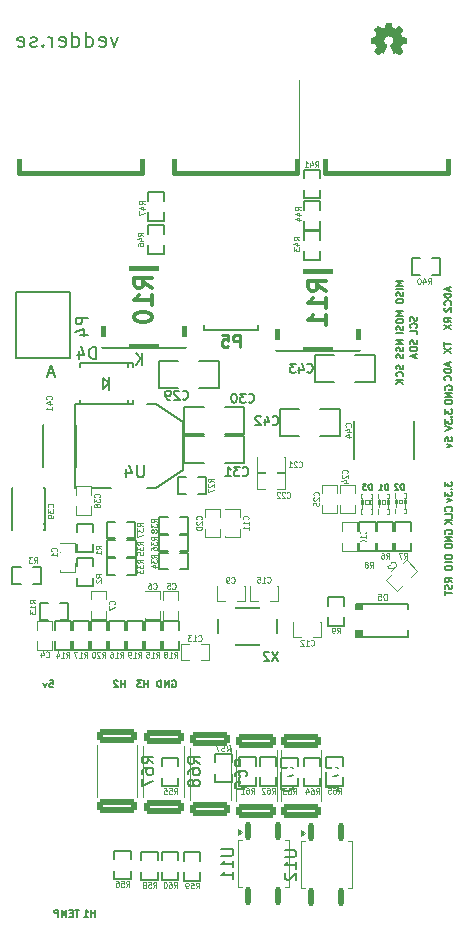
<source format=gbo>
%TF.GenerationSoftware,KiCad,Pcbnew,9.0.1*%
%TF.CreationDate,2025-05-08T23:40:52+03:00*%
%TF.ProjectId,BLDC_4,424c4443-5f34-42e6-9b69-6361645f7063,A*%
%TF.SameCoordinates,Original*%
%TF.FileFunction,Legend,Bot*%
%TF.FilePolarity,Positive*%
%FSLAX46Y46*%
G04 Gerber Fmt 4.6, Leading zero omitted, Abs format (unit mm)*
G04 Created by KiCad (PCBNEW 9.0.1) date 2025-05-08 23:40:52*
%MOMM*%
%LPD*%
G01*
G04 APERTURE LIST*
G04 Aperture macros list*
%AMRoundRect*
0 Rectangle with rounded corners*
0 $1 Rounding radius*
0 $2 $3 $4 $5 $6 $7 $8 $9 X,Y pos of 4 corners*
0 Add a 4 corners polygon primitive as box body*
4,1,4,$2,$3,$4,$5,$6,$7,$8,$9,$2,$3,0*
0 Add four circle primitives for the rounded corners*
1,1,$1+$1,$2,$3*
1,1,$1+$1,$4,$5*
1,1,$1+$1,$6,$7*
1,1,$1+$1,$8,$9*
0 Add four rect primitives between the rounded corners*
20,1,$1+$1,$2,$3,$4,$5,0*
20,1,$1+$1,$4,$5,$6,$7,0*
20,1,$1+$1,$6,$7,$8,$9,0*
20,1,$1+$1,$8,$9,$2,$3,0*%
%AMRotRect*
0 Rectangle, with rotation*
0 The origin of the aperture is its center*
0 $1 length*
0 $2 width*
0 $3 Rotation angle, in degrees counterclockwise*
0 Add horizontal line*
21,1,$1,$2,0,0,$3*%
G04 Aperture macros list end*
%ADD10C,0.150000*%
%ADD11C,0.152400*%
%ADD12C,0.119380*%
%ADD13C,0.127000*%
%ADD14C,0.203200*%
%ADD15C,0.250000*%
%ADD16C,0.304800*%
%ADD17C,0.190500*%
%ADD18C,0.114300*%
%ADD19C,0.002540*%
%ADD20C,0.066040*%
%ADD21C,0.101600*%
%ADD22C,0.381000*%
%ADD23C,0.200660*%
%ADD24C,0.120000*%
%ADD25C,4.064000*%
%ADD26O,1.524000X3.048000*%
%ADD27C,1.300480*%
%ADD28R,1.699260X1.198880*%
%ADD29O,1.699260X1.198880*%
%ADD30C,1.000000*%
%ADD31R,1.300000X1.300000*%
%ADD32C,1.300000*%
%ADD33R,2.499360X1.950720*%
%ADD34R,5.499100X1.849120*%
%ADD35R,0.797560X0.797560*%
%ADD36R,4.000000X5.000000*%
%ADD37R,2.540000X5.588000*%
%ADD38R,2.540000X0.889000*%
%ADD39R,1.800860X1.198880*%
%ADD40R,2.540000X1.699260*%
%ADD41R,10.800080X8.150860*%
%ADD42R,0.899160X3.200400*%
%ADD43R,1.143000X0.635000*%
%ADD44RotRect,0.635000X1.143000X225.000000*%
%ADD45R,1.524000X2.032000*%
%ADD46R,0.635000X1.143000*%
%ADD47R,2.032000X1.016000*%
%ADD48R,2.032000X3.657600*%
%ADD49R,3.500120X1.800860*%
%ADD50RoundRect,0.250000X1.425000X-0.362500X1.425000X0.362500X-1.425000X0.362500X-1.425000X-0.362500X0*%
%ADD51RoundRect,0.137500X-0.137500X0.587500X-0.137500X-0.587500X0.137500X-0.587500X0.137500X0.587500X0*%
G04 APERTURE END LIST*
D10*
X112156771Y-104340143D02*
X111556771Y-104340143D01*
X111556771Y-104340143D02*
X111985342Y-104540143D01*
X111985342Y-104540143D02*
X111556771Y-104740143D01*
X111556771Y-104740143D02*
X112156771Y-104740143D01*
X112156771Y-105025857D02*
X111556771Y-105025857D01*
X112128200Y-105282999D02*
X112156771Y-105368714D01*
X112156771Y-105368714D02*
X112156771Y-105511571D01*
X112156771Y-105511571D02*
X112128200Y-105568714D01*
X112128200Y-105568714D02*
X112099628Y-105597285D01*
X112099628Y-105597285D02*
X112042485Y-105625856D01*
X112042485Y-105625856D02*
X111985342Y-105625856D01*
X111985342Y-105625856D02*
X111928200Y-105597285D01*
X111928200Y-105597285D02*
X111899628Y-105568714D01*
X111899628Y-105568714D02*
X111871057Y-105511571D01*
X111871057Y-105511571D02*
X111842485Y-105397285D01*
X111842485Y-105397285D02*
X111813914Y-105340142D01*
X111813914Y-105340142D02*
X111785342Y-105311571D01*
X111785342Y-105311571D02*
X111728200Y-105282999D01*
X111728200Y-105282999D02*
X111671057Y-105282999D01*
X111671057Y-105282999D02*
X111613914Y-105311571D01*
X111613914Y-105311571D02*
X111585342Y-105340142D01*
X111585342Y-105340142D02*
X111556771Y-105397285D01*
X111556771Y-105397285D02*
X111556771Y-105540142D01*
X111556771Y-105540142D02*
X111585342Y-105625856D01*
X111556771Y-105997285D02*
X111556771Y-106111571D01*
X111556771Y-106111571D02*
X111585342Y-106168714D01*
X111585342Y-106168714D02*
X111642485Y-106225857D01*
X111642485Y-106225857D02*
X111756771Y-106254428D01*
X111756771Y-106254428D02*
X111956771Y-106254428D01*
X111956771Y-106254428D02*
X112071057Y-106225857D01*
X112071057Y-106225857D02*
X112128200Y-106168714D01*
X112128200Y-106168714D02*
X112156771Y-106111571D01*
X112156771Y-106111571D02*
X112156771Y-105997285D01*
X112156771Y-105997285D02*
X112128200Y-105940143D01*
X112128200Y-105940143D02*
X112071057Y-105883000D01*
X112071057Y-105883000D02*
X111956771Y-105854428D01*
X111956771Y-105854428D02*
X111756771Y-105854428D01*
X111756771Y-105854428D02*
X111642485Y-105883000D01*
X111642485Y-105883000D02*
X111585342Y-105940143D01*
X111585342Y-105940143D02*
X111556771Y-105997285D01*
X112156771Y-106880143D02*
X111556771Y-106880143D01*
X111556771Y-106880143D02*
X111985342Y-107080143D01*
X111985342Y-107080143D02*
X111556771Y-107280143D01*
X111556771Y-107280143D02*
X112156771Y-107280143D01*
X111556771Y-107680142D02*
X111556771Y-107794428D01*
X111556771Y-107794428D02*
X111585342Y-107851571D01*
X111585342Y-107851571D02*
X111642485Y-107908714D01*
X111642485Y-107908714D02*
X111756771Y-107937285D01*
X111756771Y-107937285D02*
X111956771Y-107937285D01*
X111956771Y-107937285D02*
X112071057Y-107908714D01*
X112071057Y-107908714D02*
X112128200Y-107851571D01*
X112128200Y-107851571D02*
X112156771Y-107794428D01*
X112156771Y-107794428D02*
X112156771Y-107680142D01*
X112156771Y-107680142D02*
X112128200Y-107623000D01*
X112128200Y-107623000D02*
X112071057Y-107565857D01*
X112071057Y-107565857D02*
X111956771Y-107537285D01*
X111956771Y-107537285D02*
X111756771Y-107537285D01*
X111756771Y-107537285D02*
X111642485Y-107565857D01*
X111642485Y-107565857D02*
X111585342Y-107623000D01*
X111585342Y-107623000D02*
X111556771Y-107680142D01*
X112128200Y-108165856D02*
X112156771Y-108251571D01*
X112156771Y-108251571D02*
X112156771Y-108394428D01*
X112156771Y-108394428D02*
X112128200Y-108451571D01*
X112128200Y-108451571D02*
X112099628Y-108480142D01*
X112099628Y-108480142D02*
X112042485Y-108508713D01*
X112042485Y-108508713D02*
X111985342Y-108508713D01*
X111985342Y-108508713D02*
X111928200Y-108480142D01*
X111928200Y-108480142D02*
X111899628Y-108451571D01*
X111899628Y-108451571D02*
X111871057Y-108394428D01*
X111871057Y-108394428D02*
X111842485Y-108280142D01*
X111842485Y-108280142D02*
X111813914Y-108222999D01*
X111813914Y-108222999D02*
X111785342Y-108194428D01*
X111785342Y-108194428D02*
X111728200Y-108165856D01*
X111728200Y-108165856D02*
X111671057Y-108165856D01*
X111671057Y-108165856D02*
X111613914Y-108194428D01*
X111613914Y-108194428D02*
X111585342Y-108222999D01*
X111585342Y-108222999D02*
X111556771Y-108280142D01*
X111556771Y-108280142D02*
X111556771Y-108422999D01*
X111556771Y-108422999D02*
X111585342Y-108508713D01*
X112156771Y-108765857D02*
X111556771Y-108765857D01*
X112128200Y-111496571D02*
X112156771Y-111582286D01*
X112156771Y-111582286D02*
X112156771Y-111725143D01*
X112156771Y-111725143D02*
X112128200Y-111782286D01*
X112128200Y-111782286D02*
X112099628Y-111810857D01*
X112099628Y-111810857D02*
X112042485Y-111839428D01*
X112042485Y-111839428D02*
X111985342Y-111839428D01*
X111985342Y-111839428D02*
X111928200Y-111810857D01*
X111928200Y-111810857D02*
X111899628Y-111782286D01*
X111899628Y-111782286D02*
X111871057Y-111725143D01*
X111871057Y-111725143D02*
X111842485Y-111610857D01*
X111842485Y-111610857D02*
X111813914Y-111553714D01*
X111813914Y-111553714D02*
X111785342Y-111525143D01*
X111785342Y-111525143D02*
X111728200Y-111496571D01*
X111728200Y-111496571D02*
X111671057Y-111496571D01*
X111671057Y-111496571D02*
X111613914Y-111525143D01*
X111613914Y-111525143D02*
X111585342Y-111553714D01*
X111585342Y-111553714D02*
X111556771Y-111610857D01*
X111556771Y-111610857D02*
X111556771Y-111753714D01*
X111556771Y-111753714D02*
X111585342Y-111839428D01*
X112099628Y-112439429D02*
X112128200Y-112410857D01*
X112128200Y-112410857D02*
X112156771Y-112325143D01*
X112156771Y-112325143D02*
X112156771Y-112268000D01*
X112156771Y-112268000D02*
X112128200Y-112182286D01*
X112128200Y-112182286D02*
X112071057Y-112125143D01*
X112071057Y-112125143D02*
X112013914Y-112096572D01*
X112013914Y-112096572D02*
X111899628Y-112068000D01*
X111899628Y-112068000D02*
X111813914Y-112068000D01*
X111813914Y-112068000D02*
X111699628Y-112096572D01*
X111699628Y-112096572D02*
X111642485Y-112125143D01*
X111642485Y-112125143D02*
X111585342Y-112182286D01*
X111585342Y-112182286D02*
X111556771Y-112268000D01*
X111556771Y-112268000D02*
X111556771Y-112325143D01*
X111556771Y-112325143D02*
X111585342Y-112410857D01*
X111585342Y-112410857D02*
X111613914Y-112439429D01*
X112156771Y-112696572D02*
X111556771Y-112696572D01*
X112156771Y-113039429D02*
X111813914Y-112782286D01*
X111556771Y-113039429D02*
X111899628Y-112696572D01*
X112156771Y-109366143D02*
X111556771Y-109366143D01*
X111556771Y-109366143D02*
X112156771Y-109709000D01*
X112156771Y-109709000D02*
X111556771Y-109709000D01*
X112128200Y-109966142D02*
X112156771Y-110051857D01*
X112156771Y-110051857D02*
X112156771Y-110194714D01*
X112156771Y-110194714D02*
X112128200Y-110251857D01*
X112128200Y-110251857D02*
X112099628Y-110280428D01*
X112099628Y-110280428D02*
X112042485Y-110308999D01*
X112042485Y-110308999D02*
X111985342Y-110308999D01*
X111985342Y-110308999D02*
X111928200Y-110280428D01*
X111928200Y-110280428D02*
X111899628Y-110251857D01*
X111899628Y-110251857D02*
X111871057Y-110194714D01*
X111871057Y-110194714D02*
X111842485Y-110080428D01*
X111842485Y-110080428D02*
X111813914Y-110023285D01*
X111813914Y-110023285D02*
X111785342Y-109994714D01*
X111785342Y-109994714D02*
X111728200Y-109966142D01*
X111728200Y-109966142D02*
X111671057Y-109966142D01*
X111671057Y-109966142D02*
X111613914Y-109994714D01*
X111613914Y-109994714D02*
X111585342Y-110023285D01*
X111585342Y-110023285D02*
X111556771Y-110080428D01*
X111556771Y-110080428D02*
X111556771Y-110223285D01*
X111556771Y-110223285D02*
X111585342Y-110308999D01*
X112128200Y-110537571D02*
X112156771Y-110623286D01*
X112156771Y-110623286D02*
X112156771Y-110766143D01*
X112156771Y-110766143D02*
X112128200Y-110823286D01*
X112128200Y-110823286D02*
X112099628Y-110851857D01*
X112099628Y-110851857D02*
X112042485Y-110880428D01*
X112042485Y-110880428D02*
X111985342Y-110880428D01*
X111985342Y-110880428D02*
X111928200Y-110851857D01*
X111928200Y-110851857D02*
X111899628Y-110823286D01*
X111899628Y-110823286D02*
X111871057Y-110766143D01*
X111871057Y-110766143D02*
X111842485Y-110651857D01*
X111842485Y-110651857D02*
X111813914Y-110594714D01*
X111813914Y-110594714D02*
X111785342Y-110566143D01*
X111785342Y-110566143D02*
X111728200Y-110537571D01*
X111728200Y-110537571D02*
X111671057Y-110537571D01*
X111671057Y-110537571D02*
X111613914Y-110566143D01*
X111613914Y-110566143D02*
X111585342Y-110594714D01*
X111585342Y-110594714D02*
X111556771Y-110651857D01*
X111556771Y-110651857D02*
X111556771Y-110794714D01*
X111556771Y-110794714D02*
X111585342Y-110880428D01*
X116269771Y-127585715D02*
X115669771Y-127585715D01*
X115669771Y-127585715D02*
X115669771Y-127728572D01*
X115669771Y-127728572D02*
X115698342Y-127814286D01*
X115698342Y-127814286D02*
X115755485Y-127871429D01*
X115755485Y-127871429D02*
X115812628Y-127900000D01*
X115812628Y-127900000D02*
X115926914Y-127928572D01*
X115926914Y-127928572D02*
X116012628Y-127928572D01*
X116012628Y-127928572D02*
X116126914Y-127900000D01*
X116126914Y-127900000D02*
X116184057Y-127871429D01*
X116184057Y-127871429D02*
X116241200Y-127814286D01*
X116241200Y-127814286D02*
X116269771Y-127728572D01*
X116269771Y-127728572D02*
X116269771Y-127585715D01*
X116269771Y-128185715D02*
X115669771Y-128185715D01*
X115669771Y-128585714D02*
X115669771Y-128700000D01*
X115669771Y-128700000D02*
X115698342Y-128757143D01*
X115698342Y-128757143D02*
X115755485Y-128814286D01*
X115755485Y-128814286D02*
X115869771Y-128842857D01*
X115869771Y-128842857D02*
X116069771Y-128842857D01*
X116069771Y-128842857D02*
X116184057Y-128814286D01*
X116184057Y-128814286D02*
X116241200Y-128757143D01*
X116241200Y-128757143D02*
X116269771Y-128700000D01*
X116269771Y-128700000D02*
X116269771Y-128585714D01*
X116269771Y-128585714D02*
X116241200Y-128528572D01*
X116241200Y-128528572D02*
X116184057Y-128471429D01*
X116184057Y-128471429D02*
X116069771Y-128442857D01*
X116069771Y-128442857D02*
X115869771Y-128442857D01*
X115869771Y-128442857D02*
X115755485Y-128471429D01*
X115755485Y-128471429D02*
X115698342Y-128528572D01*
X115698342Y-128528572D02*
X115669771Y-128585714D01*
X113271200Y-109380428D02*
X113299771Y-109466143D01*
X113299771Y-109466143D02*
X113299771Y-109609000D01*
X113299771Y-109609000D02*
X113271200Y-109666143D01*
X113271200Y-109666143D02*
X113242628Y-109694714D01*
X113242628Y-109694714D02*
X113185485Y-109723285D01*
X113185485Y-109723285D02*
X113128342Y-109723285D01*
X113128342Y-109723285D02*
X113071200Y-109694714D01*
X113071200Y-109694714D02*
X113042628Y-109666143D01*
X113042628Y-109666143D02*
X113014057Y-109609000D01*
X113014057Y-109609000D02*
X112985485Y-109494714D01*
X112985485Y-109494714D02*
X112956914Y-109437571D01*
X112956914Y-109437571D02*
X112928342Y-109409000D01*
X112928342Y-109409000D02*
X112871200Y-109380428D01*
X112871200Y-109380428D02*
X112814057Y-109380428D01*
X112814057Y-109380428D02*
X112756914Y-109409000D01*
X112756914Y-109409000D02*
X112728342Y-109437571D01*
X112728342Y-109437571D02*
X112699771Y-109494714D01*
X112699771Y-109494714D02*
X112699771Y-109637571D01*
X112699771Y-109637571D02*
X112728342Y-109723285D01*
X113299771Y-109980429D02*
X112699771Y-109980429D01*
X112699771Y-109980429D02*
X112699771Y-110123286D01*
X112699771Y-110123286D02*
X112728342Y-110209000D01*
X112728342Y-110209000D02*
X112785485Y-110266143D01*
X112785485Y-110266143D02*
X112842628Y-110294714D01*
X112842628Y-110294714D02*
X112956914Y-110323286D01*
X112956914Y-110323286D02*
X113042628Y-110323286D01*
X113042628Y-110323286D02*
X113156914Y-110294714D01*
X113156914Y-110294714D02*
X113214057Y-110266143D01*
X113214057Y-110266143D02*
X113271200Y-110209000D01*
X113271200Y-110209000D02*
X113299771Y-110123286D01*
X113299771Y-110123286D02*
X113299771Y-109980429D01*
X113128342Y-110551857D02*
X113128342Y-110837572D01*
X113299771Y-110494714D02*
X112699771Y-110694714D01*
X112699771Y-110694714D02*
X113299771Y-110894714D01*
X90557142Y-138769771D02*
X90557142Y-138169771D01*
X90557142Y-138455485D02*
X90214285Y-138455485D01*
X90214285Y-138769771D02*
X90214285Y-138169771D01*
X89985714Y-138169771D02*
X89614286Y-138169771D01*
X89614286Y-138169771D02*
X89814286Y-138398342D01*
X89814286Y-138398342D02*
X89728571Y-138398342D01*
X89728571Y-138398342D02*
X89671429Y-138426914D01*
X89671429Y-138426914D02*
X89642857Y-138455485D01*
X89642857Y-138455485D02*
X89614286Y-138512628D01*
X89614286Y-138512628D02*
X89614286Y-138655485D01*
X89614286Y-138655485D02*
X89642857Y-138712628D01*
X89642857Y-138712628D02*
X89671429Y-138741200D01*
X89671429Y-138741200D02*
X89728571Y-138769771D01*
X89728571Y-138769771D02*
X89900000Y-138769771D01*
X89900000Y-138769771D02*
X89957143Y-138741200D01*
X89957143Y-138741200D02*
X89985714Y-138712628D01*
X116049342Y-104889428D02*
X116049342Y-105175143D01*
X116220771Y-104832285D02*
X115620771Y-105032285D01*
X115620771Y-105032285D02*
X116220771Y-105232285D01*
X116220771Y-105432286D02*
X115620771Y-105432286D01*
X115620771Y-105432286D02*
X115620771Y-105575143D01*
X115620771Y-105575143D02*
X115649342Y-105660857D01*
X115649342Y-105660857D02*
X115706485Y-105718000D01*
X115706485Y-105718000D02*
X115763628Y-105746571D01*
X115763628Y-105746571D02*
X115877914Y-105775143D01*
X115877914Y-105775143D02*
X115963628Y-105775143D01*
X115963628Y-105775143D02*
X116077914Y-105746571D01*
X116077914Y-105746571D02*
X116135057Y-105718000D01*
X116135057Y-105718000D02*
X116192200Y-105660857D01*
X116192200Y-105660857D02*
X116220771Y-105575143D01*
X116220771Y-105575143D02*
X116220771Y-105432286D01*
X116163628Y-106375143D02*
X116192200Y-106346571D01*
X116192200Y-106346571D02*
X116220771Y-106260857D01*
X116220771Y-106260857D02*
X116220771Y-106203714D01*
X116220771Y-106203714D02*
X116192200Y-106118000D01*
X116192200Y-106118000D02*
X116135057Y-106060857D01*
X116135057Y-106060857D02*
X116077914Y-106032286D01*
X116077914Y-106032286D02*
X115963628Y-106003714D01*
X115963628Y-106003714D02*
X115877914Y-106003714D01*
X115877914Y-106003714D02*
X115763628Y-106032286D01*
X115763628Y-106032286D02*
X115706485Y-106060857D01*
X115706485Y-106060857D02*
X115649342Y-106118000D01*
X115649342Y-106118000D02*
X115620771Y-106203714D01*
X115620771Y-106203714D02*
X115620771Y-106260857D01*
X115620771Y-106260857D02*
X115649342Y-106346571D01*
X115649342Y-106346571D02*
X115677914Y-106375143D01*
X115677914Y-106603714D02*
X115649342Y-106632286D01*
X115649342Y-106632286D02*
X115620771Y-106689429D01*
X115620771Y-106689429D02*
X115620771Y-106832286D01*
X115620771Y-106832286D02*
X115649342Y-106889429D01*
X115649342Y-106889429D02*
X115677914Y-106918000D01*
X115677914Y-106918000D02*
X115735057Y-106946571D01*
X115735057Y-106946571D02*
X115792200Y-106946571D01*
X115792200Y-106946571D02*
X115877914Y-106918000D01*
X115877914Y-106918000D02*
X116220771Y-106575143D01*
X116220771Y-106575143D02*
X116220771Y-106946571D01*
X115669771Y-117914285D02*
X115669771Y-117628571D01*
X115669771Y-117628571D02*
X115955485Y-117599999D01*
X115955485Y-117599999D02*
X115926914Y-117628571D01*
X115926914Y-117628571D02*
X115898342Y-117685714D01*
X115898342Y-117685714D02*
X115898342Y-117828571D01*
X115898342Y-117828571D02*
X115926914Y-117885714D01*
X115926914Y-117885714D02*
X115955485Y-117914285D01*
X115955485Y-117914285D02*
X116012628Y-117942856D01*
X116012628Y-117942856D02*
X116155485Y-117942856D01*
X116155485Y-117942856D02*
X116212628Y-117914285D01*
X116212628Y-117914285D02*
X116241200Y-117885714D01*
X116241200Y-117885714D02*
X116269771Y-117828571D01*
X116269771Y-117828571D02*
X116269771Y-117685714D01*
X116269771Y-117685714D02*
X116241200Y-117628571D01*
X116241200Y-117628571D02*
X116212628Y-117599999D01*
X115869771Y-118142857D02*
X116269771Y-118285714D01*
X116269771Y-118285714D02*
X115869771Y-118428571D01*
X113271200Y-107362714D02*
X113299771Y-107448429D01*
X113299771Y-107448429D02*
X113299771Y-107591286D01*
X113299771Y-107591286D02*
X113271200Y-107648429D01*
X113271200Y-107648429D02*
X113242628Y-107677000D01*
X113242628Y-107677000D02*
X113185485Y-107705571D01*
X113185485Y-107705571D02*
X113128342Y-107705571D01*
X113128342Y-107705571D02*
X113071200Y-107677000D01*
X113071200Y-107677000D02*
X113042628Y-107648429D01*
X113042628Y-107648429D02*
X113014057Y-107591286D01*
X113014057Y-107591286D02*
X112985485Y-107477000D01*
X112985485Y-107477000D02*
X112956914Y-107419857D01*
X112956914Y-107419857D02*
X112928342Y-107391286D01*
X112928342Y-107391286D02*
X112871200Y-107362714D01*
X112871200Y-107362714D02*
X112814057Y-107362714D01*
X112814057Y-107362714D02*
X112756914Y-107391286D01*
X112756914Y-107391286D02*
X112728342Y-107419857D01*
X112728342Y-107419857D02*
X112699771Y-107477000D01*
X112699771Y-107477000D02*
X112699771Y-107619857D01*
X112699771Y-107619857D02*
X112728342Y-107705571D01*
X113242628Y-108305572D02*
X113271200Y-108277000D01*
X113271200Y-108277000D02*
X113299771Y-108191286D01*
X113299771Y-108191286D02*
X113299771Y-108134143D01*
X113299771Y-108134143D02*
X113271200Y-108048429D01*
X113271200Y-108048429D02*
X113214057Y-107991286D01*
X113214057Y-107991286D02*
X113156914Y-107962715D01*
X113156914Y-107962715D02*
X113042628Y-107934143D01*
X113042628Y-107934143D02*
X112956914Y-107934143D01*
X112956914Y-107934143D02*
X112842628Y-107962715D01*
X112842628Y-107962715D02*
X112785485Y-107991286D01*
X112785485Y-107991286D02*
X112728342Y-108048429D01*
X112728342Y-108048429D02*
X112699771Y-108134143D01*
X112699771Y-108134143D02*
X112699771Y-108191286D01*
X112699771Y-108191286D02*
X112728342Y-108277000D01*
X112728342Y-108277000D02*
X112756914Y-108305572D01*
X113299771Y-108848429D02*
X113299771Y-108562715D01*
X113299771Y-108562715D02*
X112699771Y-108562715D01*
X84705714Y-157579771D02*
X84362857Y-157579771D01*
X84534285Y-158179771D02*
X84534285Y-157579771D01*
X84162856Y-157865485D02*
X83962856Y-157865485D01*
X83877142Y-158179771D02*
X84162856Y-158179771D01*
X84162856Y-158179771D02*
X84162856Y-157579771D01*
X84162856Y-157579771D02*
X83877142Y-157579771D01*
X83619999Y-158179771D02*
X83619999Y-157579771D01*
X83619999Y-157579771D02*
X83419999Y-158008342D01*
X83419999Y-158008342D02*
X83219999Y-157579771D01*
X83219999Y-157579771D02*
X83219999Y-158179771D01*
X82934285Y-158179771D02*
X82934285Y-157579771D01*
X82934285Y-157579771D02*
X82705714Y-157579771D01*
X82705714Y-157579771D02*
X82648571Y-157608342D01*
X82648571Y-157608342D02*
X82620000Y-157636914D01*
X82620000Y-157636914D02*
X82591428Y-157694057D01*
X82591428Y-157694057D02*
X82591428Y-157779771D01*
X82591428Y-157779771D02*
X82620000Y-157836914D01*
X82620000Y-157836914D02*
X82648571Y-157865485D01*
X82648571Y-157865485D02*
X82705714Y-157894057D01*
X82705714Y-157894057D02*
X82934285Y-157894057D01*
X116212628Y-123842857D02*
X116241200Y-123814285D01*
X116241200Y-123814285D02*
X116269771Y-123728571D01*
X116269771Y-123728571D02*
X116269771Y-123671428D01*
X116269771Y-123671428D02*
X116241200Y-123585714D01*
X116241200Y-123585714D02*
X116184057Y-123528571D01*
X116184057Y-123528571D02*
X116126914Y-123500000D01*
X116126914Y-123500000D02*
X116012628Y-123471428D01*
X116012628Y-123471428D02*
X115926914Y-123471428D01*
X115926914Y-123471428D02*
X115812628Y-123500000D01*
X115812628Y-123500000D02*
X115755485Y-123528571D01*
X115755485Y-123528571D02*
X115698342Y-123585714D01*
X115698342Y-123585714D02*
X115669771Y-123671428D01*
X115669771Y-123671428D02*
X115669771Y-123728571D01*
X115669771Y-123728571D02*
X115698342Y-123814285D01*
X115698342Y-123814285D02*
X115726914Y-123842857D01*
X116269771Y-124385714D02*
X116269771Y-124100000D01*
X116269771Y-124100000D02*
X115669771Y-124100000D01*
X116269771Y-124585714D02*
X115669771Y-124585714D01*
X116269771Y-124928571D02*
X115926914Y-124671428D01*
X115669771Y-124928571D02*
X116012628Y-124585714D01*
D11*
X87986808Y-83679934D02*
X87684427Y-84526601D01*
X87684427Y-84526601D02*
X87382046Y-83679934D01*
X86414427Y-84466125D02*
X86535379Y-84526601D01*
X86535379Y-84526601D02*
X86777284Y-84526601D01*
X86777284Y-84526601D02*
X86898237Y-84466125D01*
X86898237Y-84466125D02*
X86958713Y-84345172D01*
X86958713Y-84345172D02*
X86958713Y-83861363D01*
X86958713Y-83861363D02*
X86898237Y-83740410D01*
X86898237Y-83740410D02*
X86777284Y-83679934D01*
X86777284Y-83679934D02*
X86535379Y-83679934D01*
X86535379Y-83679934D02*
X86414427Y-83740410D01*
X86414427Y-83740410D02*
X86353951Y-83861363D01*
X86353951Y-83861363D02*
X86353951Y-83982315D01*
X86353951Y-83982315D02*
X86958713Y-84103267D01*
X85265380Y-84526601D02*
X85265380Y-83256601D01*
X85265380Y-84466125D02*
X85386332Y-84526601D01*
X85386332Y-84526601D02*
X85628237Y-84526601D01*
X85628237Y-84526601D02*
X85749189Y-84466125D01*
X85749189Y-84466125D02*
X85809666Y-84405648D01*
X85809666Y-84405648D02*
X85870142Y-84284696D01*
X85870142Y-84284696D02*
X85870142Y-83921839D01*
X85870142Y-83921839D02*
X85809666Y-83800886D01*
X85809666Y-83800886D02*
X85749189Y-83740410D01*
X85749189Y-83740410D02*
X85628237Y-83679934D01*
X85628237Y-83679934D02*
X85386332Y-83679934D01*
X85386332Y-83679934D02*
X85265380Y-83740410D01*
X84116332Y-84526601D02*
X84116332Y-83256601D01*
X84116332Y-84466125D02*
X84237284Y-84526601D01*
X84237284Y-84526601D02*
X84479189Y-84526601D01*
X84479189Y-84526601D02*
X84600141Y-84466125D01*
X84600141Y-84466125D02*
X84660618Y-84405648D01*
X84660618Y-84405648D02*
X84721094Y-84284696D01*
X84721094Y-84284696D02*
X84721094Y-83921839D01*
X84721094Y-83921839D02*
X84660618Y-83800886D01*
X84660618Y-83800886D02*
X84600141Y-83740410D01*
X84600141Y-83740410D02*
X84479189Y-83679934D01*
X84479189Y-83679934D02*
X84237284Y-83679934D01*
X84237284Y-83679934D02*
X84116332Y-83740410D01*
X83027760Y-84466125D02*
X83148712Y-84526601D01*
X83148712Y-84526601D02*
X83390617Y-84526601D01*
X83390617Y-84526601D02*
X83511570Y-84466125D01*
X83511570Y-84466125D02*
X83572046Y-84345172D01*
X83572046Y-84345172D02*
X83572046Y-83861363D01*
X83572046Y-83861363D02*
X83511570Y-83740410D01*
X83511570Y-83740410D02*
X83390617Y-83679934D01*
X83390617Y-83679934D02*
X83148712Y-83679934D01*
X83148712Y-83679934D02*
X83027760Y-83740410D01*
X83027760Y-83740410D02*
X82967284Y-83861363D01*
X82967284Y-83861363D02*
X82967284Y-83982315D01*
X82967284Y-83982315D02*
X83572046Y-84103267D01*
X82422999Y-84526601D02*
X82422999Y-83679934D01*
X82422999Y-83921839D02*
X82362522Y-83800886D01*
X82362522Y-83800886D02*
X82302046Y-83740410D01*
X82302046Y-83740410D02*
X82181094Y-83679934D01*
X82181094Y-83679934D02*
X82060141Y-83679934D01*
X81636809Y-84405648D02*
X81576332Y-84466125D01*
X81576332Y-84466125D02*
X81636809Y-84526601D01*
X81636809Y-84526601D02*
X81697285Y-84466125D01*
X81697285Y-84466125D02*
X81636809Y-84405648D01*
X81636809Y-84405648D02*
X81636809Y-84526601D01*
X81092523Y-84466125D02*
X80971570Y-84526601D01*
X80971570Y-84526601D02*
X80729666Y-84526601D01*
X80729666Y-84526601D02*
X80608713Y-84466125D01*
X80608713Y-84466125D02*
X80548237Y-84345172D01*
X80548237Y-84345172D02*
X80548237Y-84284696D01*
X80548237Y-84284696D02*
X80608713Y-84163744D01*
X80608713Y-84163744D02*
X80729666Y-84103267D01*
X80729666Y-84103267D02*
X80911094Y-84103267D01*
X80911094Y-84103267D02*
X81032047Y-84042791D01*
X81032047Y-84042791D02*
X81092523Y-83921839D01*
X81092523Y-83921839D02*
X81092523Y-83861363D01*
X81092523Y-83861363D02*
X81032047Y-83740410D01*
X81032047Y-83740410D02*
X80911094Y-83679934D01*
X80911094Y-83679934D02*
X80729666Y-83679934D01*
X80729666Y-83679934D02*
X80608713Y-83740410D01*
X79520142Y-84466125D02*
X79641094Y-84526601D01*
X79641094Y-84526601D02*
X79882999Y-84526601D01*
X79882999Y-84526601D02*
X80003952Y-84466125D01*
X80003952Y-84466125D02*
X80064428Y-84345172D01*
X80064428Y-84345172D02*
X80064428Y-83861363D01*
X80064428Y-83861363D02*
X80003952Y-83740410D01*
X80003952Y-83740410D02*
X79882999Y-83679934D01*
X79882999Y-83679934D02*
X79641094Y-83679934D01*
X79641094Y-83679934D02*
X79520142Y-83740410D01*
X79520142Y-83740410D02*
X79459666Y-83861363D01*
X79459666Y-83861363D02*
X79459666Y-83982315D01*
X79459666Y-83982315D02*
X80064428Y-84103267D01*
D10*
X116049342Y-111271142D02*
X116049342Y-111556857D01*
X116220771Y-111213999D02*
X115620771Y-111413999D01*
X115620771Y-111413999D02*
X116220771Y-111613999D01*
X116220771Y-111814000D02*
X115620771Y-111814000D01*
X115620771Y-111814000D02*
X115620771Y-111956857D01*
X115620771Y-111956857D02*
X115649342Y-112042571D01*
X115649342Y-112042571D02*
X115706485Y-112099714D01*
X115706485Y-112099714D02*
X115763628Y-112128285D01*
X115763628Y-112128285D02*
X115877914Y-112156857D01*
X115877914Y-112156857D02*
X115963628Y-112156857D01*
X115963628Y-112156857D02*
X116077914Y-112128285D01*
X116077914Y-112128285D02*
X116135057Y-112099714D01*
X116135057Y-112099714D02*
X116192200Y-112042571D01*
X116192200Y-112042571D02*
X116220771Y-111956857D01*
X116220771Y-111956857D02*
X116220771Y-111814000D01*
X116163628Y-112756857D02*
X116192200Y-112728285D01*
X116192200Y-112728285D02*
X116220771Y-112642571D01*
X116220771Y-112642571D02*
X116220771Y-112585428D01*
X116220771Y-112585428D02*
X116192200Y-112499714D01*
X116192200Y-112499714D02*
X116135057Y-112442571D01*
X116135057Y-112442571D02*
X116077914Y-112414000D01*
X116077914Y-112414000D02*
X115963628Y-112385428D01*
X115963628Y-112385428D02*
X115877914Y-112385428D01*
X115877914Y-112385428D02*
X115763628Y-112414000D01*
X115763628Y-112414000D02*
X115706485Y-112442571D01*
X115706485Y-112442571D02*
X115649342Y-112499714D01*
X115649342Y-112499714D02*
X115620771Y-112585428D01*
X115620771Y-112585428D02*
X115620771Y-112642571D01*
X115620771Y-112642571D02*
X115649342Y-112728285D01*
X115649342Y-112728285D02*
X115677914Y-112756857D01*
X88557142Y-138769771D02*
X88557142Y-138169771D01*
X88557142Y-138455485D02*
X88214285Y-138455485D01*
X88214285Y-138769771D02*
X88214285Y-138169771D01*
X87957143Y-138226914D02*
X87928571Y-138198342D01*
X87928571Y-138198342D02*
X87871429Y-138169771D01*
X87871429Y-138169771D02*
X87728571Y-138169771D01*
X87728571Y-138169771D02*
X87671429Y-138198342D01*
X87671429Y-138198342D02*
X87642857Y-138226914D01*
X87642857Y-138226914D02*
X87614286Y-138284057D01*
X87614286Y-138284057D02*
X87614286Y-138341200D01*
X87614286Y-138341200D02*
X87642857Y-138426914D01*
X87642857Y-138426914D02*
X87985714Y-138769771D01*
X87985714Y-138769771D02*
X87614286Y-138769771D01*
X116269771Y-129871428D02*
X115984057Y-129671428D01*
X116269771Y-129528571D02*
X115669771Y-129528571D01*
X115669771Y-129528571D02*
X115669771Y-129757142D01*
X115669771Y-129757142D02*
X115698342Y-129814285D01*
X115698342Y-129814285D02*
X115726914Y-129842856D01*
X115726914Y-129842856D02*
X115784057Y-129871428D01*
X115784057Y-129871428D02*
X115869771Y-129871428D01*
X115869771Y-129871428D02*
X115926914Y-129842856D01*
X115926914Y-129842856D02*
X115955485Y-129814285D01*
X115955485Y-129814285D02*
X115984057Y-129757142D01*
X115984057Y-129757142D02*
X115984057Y-129528571D01*
X116241200Y-130099999D02*
X116269771Y-130185714D01*
X116269771Y-130185714D02*
X116269771Y-130328571D01*
X116269771Y-130328571D02*
X116241200Y-130385714D01*
X116241200Y-130385714D02*
X116212628Y-130414285D01*
X116212628Y-130414285D02*
X116155485Y-130442856D01*
X116155485Y-130442856D02*
X116098342Y-130442856D01*
X116098342Y-130442856D02*
X116041200Y-130414285D01*
X116041200Y-130414285D02*
X116012628Y-130385714D01*
X116012628Y-130385714D02*
X115984057Y-130328571D01*
X115984057Y-130328571D02*
X115955485Y-130214285D01*
X115955485Y-130214285D02*
X115926914Y-130157142D01*
X115926914Y-130157142D02*
X115898342Y-130128571D01*
X115898342Y-130128571D02*
X115841200Y-130099999D01*
X115841200Y-130099999D02*
X115784057Y-130099999D01*
X115784057Y-130099999D02*
X115726914Y-130128571D01*
X115726914Y-130128571D02*
X115698342Y-130157142D01*
X115698342Y-130157142D02*
X115669771Y-130214285D01*
X115669771Y-130214285D02*
X115669771Y-130357142D01*
X115669771Y-130357142D02*
X115698342Y-130442856D01*
X115669771Y-130614285D02*
X115669771Y-130957143D01*
X116269771Y-130785714D02*
X115669771Y-130785714D01*
X92557142Y-138198342D02*
X92614285Y-138169771D01*
X92614285Y-138169771D02*
X92699999Y-138169771D01*
X92699999Y-138169771D02*
X92785713Y-138198342D01*
X92785713Y-138198342D02*
X92842856Y-138255485D01*
X92842856Y-138255485D02*
X92871427Y-138312628D01*
X92871427Y-138312628D02*
X92899999Y-138426914D01*
X92899999Y-138426914D02*
X92899999Y-138512628D01*
X92899999Y-138512628D02*
X92871427Y-138626914D01*
X92871427Y-138626914D02*
X92842856Y-138684057D01*
X92842856Y-138684057D02*
X92785713Y-138741200D01*
X92785713Y-138741200D02*
X92699999Y-138769771D01*
X92699999Y-138769771D02*
X92642856Y-138769771D01*
X92642856Y-138769771D02*
X92557142Y-138741200D01*
X92557142Y-138741200D02*
X92528570Y-138712628D01*
X92528570Y-138712628D02*
X92528570Y-138512628D01*
X92528570Y-138512628D02*
X92642856Y-138512628D01*
X92271427Y-138769771D02*
X92271427Y-138169771D01*
X92271427Y-138169771D02*
X91928570Y-138769771D01*
X91928570Y-138769771D02*
X91928570Y-138169771D01*
X91642856Y-138769771D02*
X91642856Y-138169771D01*
X91642856Y-138169771D02*
X91499999Y-138169771D01*
X91499999Y-138169771D02*
X91414285Y-138198342D01*
X91414285Y-138198342D02*
X91357142Y-138255485D01*
X91357142Y-138255485D02*
X91328571Y-138312628D01*
X91328571Y-138312628D02*
X91299999Y-138426914D01*
X91299999Y-138426914D02*
X91299999Y-138512628D01*
X91299999Y-138512628D02*
X91328571Y-138626914D01*
X91328571Y-138626914D02*
X91357142Y-138684057D01*
X91357142Y-138684057D02*
X91414285Y-138741200D01*
X91414285Y-138741200D02*
X91499999Y-138769771D01*
X91499999Y-138769771D02*
X91642856Y-138769771D01*
X82185714Y-138169771D02*
X82471428Y-138169771D01*
X82471428Y-138169771D02*
X82500000Y-138455485D01*
X82500000Y-138455485D02*
X82471428Y-138426914D01*
X82471428Y-138426914D02*
X82414286Y-138398342D01*
X82414286Y-138398342D02*
X82271428Y-138398342D01*
X82271428Y-138398342D02*
X82214286Y-138426914D01*
X82214286Y-138426914D02*
X82185714Y-138455485D01*
X82185714Y-138455485D02*
X82157143Y-138512628D01*
X82157143Y-138512628D02*
X82157143Y-138655485D01*
X82157143Y-138655485D02*
X82185714Y-138712628D01*
X82185714Y-138712628D02*
X82214286Y-138741200D01*
X82214286Y-138741200D02*
X82271428Y-138769771D01*
X82271428Y-138769771D02*
X82414286Y-138769771D01*
X82414286Y-138769771D02*
X82471428Y-138741200D01*
X82471428Y-138741200D02*
X82500000Y-138712628D01*
X81957142Y-138369771D02*
X81814285Y-138769771D01*
X81814285Y-138769771D02*
X81671428Y-138369771D01*
X115669771Y-121342857D02*
X115669771Y-121714285D01*
X115669771Y-121714285D02*
X115898342Y-121514285D01*
X115898342Y-121514285D02*
X115898342Y-121600000D01*
X115898342Y-121600000D02*
X115926914Y-121657143D01*
X115926914Y-121657143D02*
X115955485Y-121685714D01*
X115955485Y-121685714D02*
X116012628Y-121714285D01*
X116012628Y-121714285D02*
X116155485Y-121714285D01*
X116155485Y-121714285D02*
X116212628Y-121685714D01*
X116212628Y-121685714D02*
X116241200Y-121657143D01*
X116241200Y-121657143D02*
X116269771Y-121600000D01*
X116269771Y-121600000D02*
X116269771Y-121428571D01*
X116269771Y-121428571D02*
X116241200Y-121371428D01*
X116241200Y-121371428D02*
X116212628Y-121342857D01*
X116212628Y-121971429D02*
X116241200Y-122000000D01*
X116241200Y-122000000D02*
X116269771Y-121971429D01*
X116269771Y-121971429D02*
X116241200Y-121942857D01*
X116241200Y-121942857D02*
X116212628Y-121971429D01*
X116212628Y-121971429D02*
X116269771Y-121971429D01*
X115669771Y-122200000D02*
X115669771Y-122571428D01*
X115669771Y-122571428D02*
X115898342Y-122371428D01*
X115898342Y-122371428D02*
X115898342Y-122457143D01*
X115898342Y-122457143D02*
X115926914Y-122514286D01*
X115926914Y-122514286D02*
X115955485Y-122542857D01*
X115955485Y-122542857D02*
X116012628Y-122571428D01*
X116012628Y-122571428D02*
X116155485Y-122571428D01*
X116155485Y-122571428D02*
X116212628Y-122542857D01*
X116212628Y-122542857D02*
X116241200Y-122514286D01*
X116241200Y-122514286D02*
X116269771Y-122457143D01*
X116269771Y-122457143D02*
X116269771Y-122285714D01*
X116269771Y-122285714D02*
X116241200Y-122228571D01*
X116241200Y-122228571D02*
X116212628Y-122200000D01*
X115869771Y-122771429D02*
X116269771Y-122914286D01*
X116269771Y-122914286D02*
X115869771Y-123057143D01*
X116220771Y-107850000D02*
X115935057Y-107650000D01*
X116220771Y-107507143D02*
X115620771Y-107507143D01*
X115620771Y-107507143D02*
X115620771Y-107735714D01*
X115620771Y-107735714D02*
X115649342Y-107792857D01*
X115649342Y-107792857D02*
X115677914Y-107821428D01*
X115677914Y-107821428D02*
X115735057Y-107850000D01*
X115735057Y-107850000D02*
X115820771Y-107850000D01*
X115820771Y-107850000D02*
X115877914Y-107821428D01*
X115877914Y-107821428D02*
X115906485Y-107792857D01*
X115906485Y-107792857D02*
X115935057Y-107735714D01*
X115935057Y-107735714D02*
X115935057Y-107507143D01*
X115620771Y-108050000D02*
X116220771Y-108450000D01*
X115620771Y-108450000D02*
X116220771Y-108050000D01*
X115698342Y-113542857D02*
X115669771Y-113485715D01*
X115669771Y-113485715D02*
X115669771Y-113400000D01*
X115669771Y-113400000D02*
X115698342Y-113314286D01*
X115698342Y-113314286D02*
X115755485Y-113257143D01*
X115755485Y-113257143D02*
X115812628Y-113228572D01*
X115812628Y-113228572D02*
X115926914Y-113200000D01*
X115926914Y-113200000D02*
X116012628Y-113200000D01*
X116012628Y-113200000D02*
X116126914Y-113228572D01*
X116126914Y-113228572D02*
X116184057Y-113257143D01*
X116184057Y-113257143D02*
X116241200Y-113314286D01*
X116241200Y-113314286D02*
X116269771Y-113400000D01*
X116269771Y-113400000D02*
X116269771Y-113457143D01*
X116269771Y-113457143D02*
X116241200Y-113542857D01*
X116241200Y-113542857D02*
X116212628Y-113571429D01*
X116212628Y-113571429D02*
X116012628Y-113571429D01*
X116012628Y-113571429D02*
X116012628Y-113457143D01*
X116269771Y-113828572D02*
X115669771Y-113828572D01*
X115669771Y-113828572D02*
X116269771Y-114171429D01*
X116269771Y-114171429D02*
X115669771Y-114171429D01*
X116269771Y-114457143D02*
X115669771Y-114457143D01*
X115669771Y-114457143D02*
X115669771Y-114600000D01*
X115669771Y-114600000D02*
X115698342Y-114685714D01*
X115698342Y-114685714D02*
X115755485Y-114742857D01*
X115755485Y-114742857D02*
X115812628Y-114771428D01*
X115812628Y-114771428D02*
X115926914Y-114800000D01*
X115926914Y-114800000D02*
X116012628Y-114800000D01*
X116012628Y-114800000D02*
X116126914Y-114771428D01*
X116126914Y-114771428D02*
X116184057Y-114742857D01*
X116184057Y-114742857D02*
X116241200Y-114685714D01*
X116241200Y-114685714D02*
X116269771Y-114600000D01*
X116269771Y-114600000D02*
X116269771Y-114457143D01*
X115620771Y-109524856D02*
X115620771Y-109867714D01*
X116220771Y-109696285D02*
X115620771Y-109696285D01*
X115620771Y-110010571D02*
X116220771Y-110410571D01*
X115620771Y-110410571D02*
X116220771Y-110010571D01*
X115669771Y-115214285D02*
X115669771Y-115585713D01*
X115669771Y-115585713D02*
X115898342Y-115385713D01*
X115898342Y-115385713D02*
X115898342Y-115471428D01*
X115898342Y-115471428D02*
X115926914Y-115528571D01*
X115926914Y-115528571D02*
X115955485Y-115557142D01*
X115955485Y-115557142D02*
X116012628Y-115585713D01*
X116012628Y-115585713D02*
X116155485Y-115585713D01*
X116155485Y-115585713D02*
X116212628Y-115557142D01*
X116212628Y-115557142D02*
X116241200Y-115528571D01*
X116241200Y-115528571D02*
X116269771Y-115471428D01*
X116269771Y-115471428D02*
X116269771Y-115299999D01*
X116269771Y-115299999D02*
X116241200Y-115242856D01*
X116241200Y-115242856D02*
X116212628Y-115214285D01*
X116212628Y-115842857D02*
X116241200Y-115871428D01*
X116241200Y-115871428D02*
X116269771Y-115842857D01*
X116269771Y-115842857D02*
X116241200Y-115814285D01*
X116241200Y-115814285D02*
X116212628Y-115842857D01*
X116212628Y-115842857D02*
X116269771Y-115842857D01*
X115669771Y-116071428D02*
X115669771Y-116442856D01*
X115669771Y-116442856D02*
X115898342Y-116242856D01*
X115898342Y-116242856D02*
X115898342Y-116328571D01*
X115898342Y-116328571D02*
X115926914Y-116385714D01*
X115926914Y-116385714D02*
X115955485Y-116414285D01*
X115955485Y-116414285D02*
X116012628Y-116442856D01*
X116012628Y-116442856D02*
X116155485Y-116442856D01*
X116155485Y-116442856D02*
X116212628Y-116414285D01*
X116212628Y-116414285D02*
X116241200Y-116385714D01*
X116241200Y-116385714D02*
X116269771Y-116328571D01*
X116269771Y-116328571D02*
X116269771Y-116157142D01*
X116269771Y-116157142D02*
X116241200Y-116099999D01*
X116241200Y-116099999D02*
X116212628Y-116071428D01*
X115669771Y-116614285D02*
X116269771Y-116814285D01*
X116269771Y-116814285D02*
X115669771Y-117014285D01*
X86077142Y-158179771D02*
X86077142Y-157579771D01*
X86077142Y-157865485D02*
X85734285Y-157865485D01*
X85734285Y-158179771D02*
X85734285Y-157579771D01*
X85134286Y-158179771D02*
X85477143Y-158179771D01*
X85305714Y-158179771D02*
X85305714Y-157579771D01*
X85305714Y-157579771D02*
X85362857Y-157665485D01*
X85362857Y-157665485D02*
X85420000Y-157722628D01*
X85420000Y-157722628D02*
X85477143Y-157751200D01*
X115698342Y-125742857D02*
X115669771Y-125685715D01*
X115669771Y-125685715D02*
X115669771Y-125600000D01*
X115669771Y-125600000D02*
X115698342Y-125514286D01*
X115698342Y-125514286D02*
X115755485Y-125457143D01*
X115755485Y-125457143D02*
X115812628Y-125428572D01*
X115812628Y-125428572D02*
X115926914Y-125400000D01*
X115926914Y-125400000D02*
X116012628Y-125400000D01*
X116012628Y-125400000D02*
X116126914Y-125428572D01*
X116126914Y-125428572D02*
X116184057Y-125457143D01*
X116184057Y-125457143D02*
X116241200Y-125514286D01*
X116241200Y-125514286D02*
X116269771Y-125600000D01*
X116269771Y-125600000D02*
X116269771Y-125657143D01*
X116269771Y-125657143D02*
X116241200Y-125742857D01*
X116241200Y-125742857D02*
X116212628Y-125771429D01*
X116212628Y-125771429D02*
X116012628Y-125771429D01*
X116012628Y-125771429D02*
X116012628Y-125657143D01*
X116269771Y-126028572D02*
X115669771Y-126028572D01*
X115669771Y-126028572D02*
X116269771Y-126371429D01*
X116269771Y-126371429D02*
X115669771Y-126371429D01*
X116269771Y-126657143D02*
X115669771Y-126657143D01*
X115669771Y-126657143D02*
X115669771Y-126800000D01*
X115669771Y-126800000D02*
X115698342Y-126885714D01*
X115698342Y-126885714D02*
X115755485Y-126942857D01*
X115755485Y-126942857D02*
X115812628Y-126971428D01*
X115812628Y-126971428D02*
X115926914Y-127000000D01*
X115926914Y-127000000D02*
X116012628Y-127000000D01*
X116012628Y-127000000D02*
X116126914Y-126971428D01*
X116126914Y-126971428D02*
X116184057Y-126942857D01*
X116184057Y-126942857D02*
X116241200Y-126885714D01*
X116241200Y-126885714D02*
X116269771Y-126800000D01*
X116269771Y-126800000D02*
X116269771Y-126657143D01*
D12*
X82473622Y-123503327D02*
X82497450Y-123479499D01*
X82497450Y-123479499D02*
X82521277Y-123408017D01*
X82521277Y-123408017D02*
X82521277Y-123360361D01*
X82521277Y-123360361D02*
X82497450Y-123288878D01*
X82497450Y-123288878D02*
X82449794Y-123241223D01*
X82449794Y-123241223D02*
X82402139Y-123217396D01*
X82402139Y-123217396D02*
X82306829Y-123193568D01*
X82306829Y-123193568D02*
X82235346Y-123193568D01*
X82235346Y-123193568D02*
X82140035Y-123217396D01*
X82140035Y-123217396D02*
X82092380Y-123241223D01*
X82092380Y-123241223D02*
X82044725Y-123288878D01*
X82044725Y-123288878D02*
X82020897Y-123360361D01*
X82020897Y-123360361D02*
X82020897Y-123408017D01*
X82020897Y-123408017D02*
X82044725Y-123479499D01*
X82044725Y-123479499D02*
X82068552Y-123503327D01*
X82020897Y-123670120D02*
X82020897Y-123979879D01*
X82020897Y-123979879D02*
X82211518Y-123813086D01*
X82211518Y-123813086D02*
X82211518Y-123884569D01*
X82211518Y-123884569D02*
X82235346Y-123932224D01*
X82235346Y-123932224D02*
X82259173Y-123956052D01*
X82259173Y-123956052D02*
X82306829Y-123979879D01*
X82306829Y-123979879D02*
X82425967Y-123979879D01*
X82425967Y-123979879D02*
X82473622Y-123956052D01*
X82473622Y-123956052D02*
X82497450Y-123932224D01*
X82497450Y-123932224D02*
X82521277Y-123884569D01*
X82521277Y-123884569D02*
X82521277Y-123741603D01*
X82521277Y-123741603D02*
X82497450Y-123693948D01*
X82497450Y-123693948D02*
X82473622Y-123670120D01*
X82521277Y-124218155D02*
X82521277Y-124313466D01*
X82521277Y-124313466D02*
X82497450Y-124361121D01*
X82497450Y-124361121D02*
X82473622Y-124384949D01*
X82473622Y-124384949D02*
X82402139Y-124432604D01*
X82402139Y-124432604D02*
X82306829Y-124456431D01*
X82306829Y-124456431D02*
X82116208Y-124456431D01*
X82116208Y-124456431D02*
X82068552Y-124432604D01*
X82068552Y-124432604D02*
X82044725Y-124408776D01*
X82044725Y-124408776D02*
X82020897Y-124361121D01*
X82020897Y-124361121D02*
X82020897Y-124265810D01*
X82020897Y-124265810D02*
X82044725Y-124218155D01*
X82044725Y-124218155D02*
X82068552Y-124194328D01*
X82068552Y-124194328D02*
X82116208Y-124170500D01*
X82116208Y-124170500D02*
X82235346Y-124170500D01*
X82235346Y-124170500D02*
X82283001Y-124194328D01*
X82283001Y-124194328D02*
X82306829Y-124218155D01*
X82306829Y-124218155D02*
X82330656Y-124265810D01*
X82330656Y-124265810D02*
X82330656Y-124361121D01*
X82330656Y-124361121D02*
X82306829Y-124408776D01*
X82306829Y-124408776D02*
X82283001Y-124432604D01*
X82283001Y-124432604D02*
X82235346Y-124456431D01*
X82346622Y-114359327D02*
X82370450Y-114335499D01*
X82370450Y-114335499D02*
X82394277Y-114264017D01*
X82394277Y-114264017D02*
X82394277Y-114216361D01*
X82394277Y-114216361D02*
X82370450Y-114144878D01*
X82370450Y-114144878D02*
X82322794Y-114097223D01*
X82322794Y-114097223D02*
X82275139Y-114073396D01*
X82275139Y-114073396D02*
X82179829Y-114049568D01*
X82179829Y-114049568D02*
X82108346Y-114049568D01*
X82108346Y-114049568D02*
X82013035Y-114073396D01*
X82013035Y-114073396D02*
X81965380Y-114097223D01*
X81965380Y-114097223D02*
X81917725Y-114144878D01*
X81917725Y-114144878D02*
X81893897Y-114216361D01*
X81893897Y-114216361D02*
X81893897Y-114264017D01*
X81893897Y-114264017D02*
X81917725Y-114335499D01*
X81917725Y-114335499D02*
X81941552Y-114359327D01*
X82060690Y-114788224D02*
X82394277Y-114788224D01*
X81870070Y-114669086D02*
X82227484Y-114549948D01*
X82227484Y-114549948D02*
X82227484Y-114859707D01*
X82394277Y-115312431D02*
X82394277Y-115026500D01*
X82394277Y-115169466D02*
X81893897Y-115169466D01*
X81893897Y-115169466D02*
X81965380Y-115121810D01*
X81965380Y-115121810D02*
X82013035Y-115074155D01*
X82013035Y-115074155D02*
X82036863Y-115026500D01*
X107677622Y-116678327D02*
X107701450Y-116654499D01*
X107701450Y-116654499D02*
X107725277Y-116583017D01*
X107725277Y-116583017D02*
X107725277Y-116535361D01*
X107725277Y-116535361D02*
X107701450Y-116463878D01*
X107701450Y-116463878D02*
X107653794Y-116416223D01*
X107653794Y-116416223D02*
X107606139Y-116392396D01*
X107606139Y-116392396D02*
X107510829Y-116368568D01*
X107510829Y-116368568D02*
X107439346Y-116368568D01*
X107439346Y-116368568D02*
X107344035Y-116392396D01*
X107344035Y-116392396D02*
X107296380Y-116416223D01*
X107296380Y-116416223D02*
X107248725Y-116463878D01*
X107248725Y-116463878D02*
X107224897Y-116535361D01*
X107224897Y-116535361D02*
X107224897Y-116583017D01*
X107224897Y-116583017D02*
X107248725Y-116654499D01*
X107248725Y-116654499D02*
X107272552Y-116678327D01*
X107391690Y-117107224D02*
X107725277Y-117107224D01*
X107201070Y-116988086D02*
X107558484Y-116868948D01*
X107558484Y-116868948D02*
X107558484Y-117178707D01*
X107391690Y-117583776D02*
X107725277Y-117583776D01*
X107201070Y-117464638D02*
X107558484Y-117345500D01*
X107558484Y-117345500D02*
X107558484Y-117655259D01*
D13*
X112174952Y-122028406D02*
X112174952Y-121520406D01*
X112174952Y-121520406D02*
X112054000Y-121520406D01*
X112054000Y-121520406D02*
X111981428Y-121544596D01*
X111981428Y-121544596D02*
X111933047Y-121592977D01*
X111933047Y-121592977D02*
X111908857Y-121641358D01*
X111908857Y-121641358D02*
X111884666Y-121738120D01*
X111884666Y-121738120D02*
X111884666Y-121810692D01*
X111884666Y-121810692D02*
X111908857Y-121907454D01*
X111908857Y-121907454D02*
X111933047Y-121955835D01*
X111933047Y-121955835D02*
X111981428Y-122004216D01*
X111981428Y-122004216D02*
X112054000Y-122028406D01*
X112054000Y-122028406D02*
X112174952Y-122028406D01*
X111691143Y-121568787D02*
X111666952Y-121544596D01*
X111666952Y-121544596D02*
X111618571Y-121520406D01*
X111618571Y-121520406D02*
X111497619Y-121520406D01*
X111497619Y-121520406D02*
X111449238Y-121544596D01*
X111449238Y-121544596D02*
X111425047Y-121568787D01*
X111425047Y-121568787D02*
X111400857Y-121617168D01*
X111400857Y-121617168D02*
X111400857Y-121665549D01*
X111400857Y-121665549D02*
X111425047Y-121738120D01*
X111425047Y-121738120D02*
X111715333Y-122028406D01*
X111715333Y-122028406D02*
X111400857Y-122028406D01*
X110861952Y-122038406D02*
X110861952Y-121530406D01*
X110861952Y-121530406D02*
X110741000Y-121530406D01*
X110741000Y-121530406D02*
X110668428Y-121554596D01*
X110668428Y-121554596D02*
X110620047Y-121602977D01*
X110620047Y-121602977D02*
X110595857Y-121651358D01*
X110595857Y-121651358D02*
X110571666Y-121748120D01*
X110571666Y-121748120D02*
X110571666Y-121820692D01*
X110571666Y-121820692D02*
X110595857Y-121917454D01*
X110595857Y-121917454D02*
X110620047Y-121965835D01*
X110620047Y-121965835D02*
X110668428Y-122014216D01*
X110668428Y-122014216D02*
X110741000Y-122038406D01*
X110741000Y-122038406D02*
X110861952Y-122038406D01*
X110087857Y-122038406D02*
X110378143Y-122038406D01*
X110233000Y-122038406D02*
X110233000Y-121530406D01*
X110233000Y-121530406D02*
X110281381Y-121602977D01*
X110281381Y-121602977D02*
X110329762Y-121651358D01*
X110329762Y-121651358D02*
X110378143Y-121675549D01*
X109474952Y-122028406D02*
X109474952Y-121520406D01*
X109474952Y-121520406D02*
X109354000Y-121520406D01*
X109354000Y-121520406D02*
X109281428Y-121544596D01*
X109281428Y-121544596D02*
X109233047Y-121592977D01*
X109233047Y-121592977D02*
X109208857Y-121641358D01*
X109208857Y-121641358D02*
X109184666Y-121738120D01*
X109184666Y-121738120D02*
X109184666Y-121810692D01*
X109184666Y-121810692D02*
X109208857Y-121907454D01*
X109208857Y-121907454D02*
X109233047Y-121955835D01*
X109233047Y-121955835D02*
X109281428Y-122004216D01*
X109281428Y-122004216D02*
X109354000Y-122028406D01*
X109354000Y-122028406D02*
X109474952Y-122028406D01*
X109015333Y-121520406D02*
X108700857Y-121520406D01*
X108700857Y-121520406D02*
X108870190Y-121713930D01*
X108870190Y-121713930D02*
X108797619Y-121713930D01*
X108797619Y-121713930D02*
X108749238Y-121738120D01*
X108749238Y-121738120D02*
X108725047Y-121762311D01*
X108725047Y-121762311D02*
X108700857Y-121810692D01*
X108700857Y-121810692D02*
X108700857Y-121931644D01*
X108700857Y-121931644D02*
X108725047Y-121980025D01*
X108725047Y-121980025D02*
X108749238Y-122004216D01*
X108749238Y-122004216D02*
X108797619Y-122028406D01*
X108797619Y-122028406D02*
X108942762Y-122028406D01*
X108942762Y-122028406D02*
X108991143Y-122004216D01*
X108991143Y-122004216D02*
X109015333Y-121980025D01*
D14*
X85422453Y-107454095D02*
X84406453Y-107454095D01*
X84406453Y-107454095D02*
X84406453Y-107841143D01*
X84406453Y-107841143D02*
X84454834Y-107937905D01*
X84454834Y-107937905D02*
X84503215Y-107986286D01*
X84503215Y-107986286D02*
X84599977Y-108034667D01*
X84599977Y-108034667D02*
X84745120Y-108034667D01*
X84745120Y-108034667D02*
X84841882Y-107986286D01*
X84841882Y-107986286D02*
X84890263Y-107937905D01*
X84890263Y-107937905D02*
X84938644Y-107841143D01*
X84938644Y-107841143D02*
X84938644Y-107454095D01*
X84745120Y-108905524D02*
X85422453Y-108905524D01*
X84358073Y-108663619D02*
X85083787Y-108421714D01*
X85083787Y-108421714D02*
X85083787Y-109050667D01*
D15*
X98274094Y-109923619D02*
X98274094Y-108923619D01*
X98274094Y-108923619D02*
X97893142Y-108923619D01*
X97893142Y-108923619D02*
X97797904Y-108971238D01*
X97797904Y-108971238D02*
X97750285Y-109018857D01*
X97750285Y-109018857D02*
X97702666Y-109114095D01*
X97702666Y-109114095D02*
X97702666Y-109256952D01*
X97702666Y-109256952D02*
X97750285Y-109352190D01*
X97750285Y-109352190D02*
X97797904Y-109399809D01*
X97797904Y-109399809D02*
X97893142Y-109447428D01*
X97893142Y-109447428D02*
X98274094Y-109447428D01*
X96797904Y-108923619D02*
X97274094Y-108923619D01*
X97274094Y-108923619D02*
X97321713Y-109399809D01*
X97321713Y-109399809D02*
X97274094Y-109352190D01*
X97274094Y-109352190D02*
X97178856Y-109304571D01*
X97178856Y-109304571D02*
X96940761Y-109304571D01*
X96940761Y-109304571D02*
X96845523Y-109352190D01*
X96845523Y-109352190D02*
X96797904Y-109399809D01*
X96797904Y-109399809D02*
X96750285Y-109495047D01*
X96750285Y-109495047D02*
X96750285Y-109733142D01*
X96750285Y-109733142D02*
X96797904Y-109828380D01*
X96797904Y-109828380D02*
X96845523Y-109876000D01*
X96845523Y-109876000D02*
X96940761Y-109923619D01*
X96940761Y-109923619D02*
X97178856Y-109923619D01*
X97178856Y-109923619D02*
X97274094Y-109876000D01*
X97274094Y-109876000D02*
X97321713Y-109828380D01*
D16*
X105591181Y-105192285D02*
X104865467Y-104684285D01*
X105591181Y-104321428D02*
X104067181Y-104321428D01*
X104067181Y-104321428D02*
X104067181Y-104901999D01*
X104067181Y-104901999D02*
X104139752Y-105047142D01*
X104139752Y-105047142D02*
X104212324Y-105119713D01*
X104212324Y-105119713D02*
X104357467Y-105192285D01*
X104357467Y-105192285D02*
X104575181Y-105192285D01*
X104575181Y-105192285D02*
X104720324Y-105119713D01*
X104720324Y-105119713D02*
X104792895Y-105047142D01*
X104792895Y-105047142D02*
X104865467Y-104901999D01*
X104865467Y-104901999D02*
X104865467Y-104321428D01*
X105591181Y-106643713D02*
X105591181Y-105772856D01*
X105591181Y-106208285D02*
X104067181Y-106208285D01*
X104067181Y-106208285D02*
X104284895Y-106063142D01*
X104284895Y-106063142D02*
X104430038Y-105917999D01*
X104430038Y-105917999D02*
X104502610Y-105772856D01*
X105591181Y-108095142D02*
X105591181Y-107224285D01*
X105591181Y-107659714D02*
X104067181Y-107659714D01*
X104067181Y-107659714D02*
X104284895Y-107514571D01*
X104284895Y-107514571D02*
X104430038Y-107369428D01*
X104430038Y-107369428D02*
X104502610Y-107224285D01*
D17*
X101516856Y-135730609D02*
X101008856Y-136492609D01*
X101008856Y-135730609D02*
X101516856Y-136492609D01*
X100754857Y-135803181D02*
X100718571Y-135766895D01*
X100718571Y-135766895D02*
X100646000Y-135730609D01*
X100646000Y-135730609D02*
X100464571Y-135730609D01*
X100464571Y-135730609D02*
X100392000Y-135766895D01*
X100392000Y-135766895D02*
X100355714Y-135803181D01*
X100355714Y-135803181D02*
X100319428Y-135875752D01*
X100319428Y-135875752D02*
X100319428Y-135948324D01*
X100319428Y-135948324D02*
X100355714Y-136057181D01*
X100355714Y-136057181D02*
X100791142Y-136492609D01*
X100791142Y-136492609D02*
X100319428Y-136492609D01*
D16*
X90859181Y-104938285D02*
X90133467Y-104430285D01*
X90859181Y-104067428D02*
X89335181Y-104067428D01*
X89335181Y-104067428D02*
X89335181Y-104647999D01*
X89335181Y-104647999D02*
X89407752Y-104793142D01*
X89407752Y-104793142D02*
X89480324Y-104865713D01*
X89480324Y-104865713D02*
X89625467Y-104938285D01*
X89625467Y-104938285D02*
X89843181Y-104938285D01*
X89843181Y-104938285D02*
X89988324Y-104865713D01*
X89988324Y-104865713D02*
X90060895Y-104793142D01*
X90060895Y-104793142D02*
X90133467Y-104647999D01*
X90133467Y-104647999D02*
X90133467Y-104067428D01*
X90859181Y-106389713D02*
X90859181Y-105518856D01*
X90859181Y-105954285D02*
X89335181Y-105954285D01*
X89335181Y-105954285D02*
X89552895Y-105809142D01*
X89552895Y-105809142D02*
X89698038Y-105663999D01*
X89698038Y-105663999D02*
X89770610Y-105518856D01*
X89335181Y-107333142D02*
X89335181Y-107478285D01*
X89335181Y-107478285D02*
X89407752Y-107623428D01*
X89407752Y-107623428D02*
X89480324Y-107696000D01*
X89480324Y-107696000D02*
X89625467Y-107768571D01*
X89625467Y-107768571D02*
X89915752Y-107841142D01*
X89915752Y-107841142D02*
X90278610Y-107841142D01*
X90278610Y-107841142D02*
X90568895Y-107768571D01*
X90568895Y-107768571D02*
X90714038Y-107696000D01*
X90714038Y-107696000D02*
X90786610Y-107623428D01*
X90786610Y-107623428D02*
X90859181Y-107478285D01*
X90859181Y-107478285D02*
X90859181Y-107333142D01*
X90859181Y-107333142D02*
X90786610Y-107188000D01*
X90786610Y-107188000D02*
X90714038Y-107115428D01*
X90714038Y-107115428D02*
X90568895Y-107042857D01*
X90568895Y-107042857D02*
X90278610Y-106970285D01*
X90278610Y-106970285D02*
X89915752Y-106970285D01*
X89915752Y-106970285D02*
X89625467Y-107042857D01*
X89625467Y-107042857D02*
X89480324Y-107115428D01*
X89480324Y-107115428D02*
X89407752Y-107188000D01*
X89407752Y-107188000D02*
X89335181Y-107333142D01*
D12*
X110732327Y-131352777D02*
X110732327Y-130852397D01*
X110732327Y-130852397D02*
X110613189Y-130852397D01*
X110613189Y-130852397D02*
X110541706Y-130876225D01*
X110541706Y-130876225D02*
X110494051Y-130923880D01*
X110494051Y-130923880D02*
X110470224Y-130971535D01*
X110470224Y-130971535D02*
X110446396Y-131066846D01*
X110446396Y-131066846D02*
X110446396Y-131138329D01*
X110446396Y-131138329D02*
X110470224Y-131233639D01*
X110470224Y-131233639D02*
X110494051Y-131281294D01*
X110494051Y-131281294D02*
X110541706Y-131328950D01*
X110541706Y-131328950D02*
X110613189Y-131352777D01*
X110613189Y-131352777D02*
X110732327Y-131352777D01*
X109993671Y-130852397D02*
X110231947Y-130852397D01*
X110231947Y-130852397D02*
X110255775Y-131090673D01*
X110255775Y-131090673D02*
X110231947Y-131066846D01*
X110231947Y-131066846D02*
X110184292Y-131043018D01*
X110184292Y-131043018D02*
X110065154Y-131043018D01*
X110065154Y-131043018D02*
X110017499Y-131066846D01*
X110017499Y-131066846D02*
X109993671Y-131090673D01*
X109993671Y-131090673D02*
X109969844Y-131138329D01*
X109969844Y-131138329D02*
X109969844Y-131257467D01*
X109969844Y-131257467D02*
X109993671Y-131305122D01*
X109993671Y-131305122D02*
X110017499Y-131328950D01*
X110017499Y-131328950D02*
X110065154Y-131352777D01*
X110065154Y-131352777D02*
X110184292Y-131352777D01*
X110184292Y-131352777D02*
X110231947Y-131328950D01*
X110231947Y-131328950D02*
X110255775Y-131305122D01*
D18*
X82780685Y-127223800D02*
X82804876Y-127202028D01*
X82804876Y-127202028D02*
X82829066Y-127136714D01*
X82829066Y-127136714D02*
X82829066Y-127093171D01*
X82829066Y-127093171D02*
X82804876Y-127027857D01*
X82804876Y-127027857D02*
X82756495Y-126984314D01*
X82756495Y-126984314D02*
X82708114Y-126962543D01*
X82708114Y-126962543D02*
X82611352Y-126940771D01*
X82611352Y-126940771D02*
X82538780Y-126940771D01*
X82538780Y-126940771D02*
X82442018Y-126962543D01*
X82442018Y-126962543D02*
X82393637Y-126984314D01*
X82393637Y-126984314D02*
X82345256Y-127027857D01*
X82345256Y-127027857D02*
X82321066Y-127093171D01*
X82321066Y-127093171D02*
X82321066Y-127136714D01*
X82321066Y-127136714D02*
X82345256Y-127202028D01*
X82345256Y-127202028D02*
X82369447Y-127223800D01*
X82829066Y-127659228D02*
X82829066Y-127397971D01*
X82829066Y-127528600D02*
X82321066Y-127528600D01*
X82321066Y-127528600D02*
X82393637Y-127485057D01*
X82393637Y-127485057D02*
X82442018Y-127441514D01*
X82442018Y-127441514D02*
X82466209Y-127397971D01*
X111387422Y-128551659D02*
X111419922Y-128553370D01*
X111419922Y-128553370D02*
X111483211Y-128524291D01*
X111483211Y-128524291D02*
X111514001Y-128493501D01*
X111514001Y-128493501D02*
X111543080Y-128430212D01*
X111543080Y-128430212D02*
X111539659Y-128365212D01*
X111539659Y-128365212D02*
X111520843Y-128315607D01*
X111520843Y-128315607D02*
X111467816Y-128231791D01*
X111467816Y-128231791D02*
X111416501Y-128180475D01*
X111416501Y-128180475D02*
X111332685Y-128127449D01*
X111332685Y-128127449D02*
X111283080Y-128108633D01*
X111283080Y-128108633D02*
X111218080Y-128105212D01*
X111218080Y-128105212D02*
X111154790Y-128134291D01*
X111154790Y-128134291D02*
X111124001Y-128165080D01*
X111124001Y-128165080D02*
X111094922Y-128228370D01*
X111094922Y-128228370D02*
X111096633Y-128260870D01*
X110973475Y-128384028D02*
X110940975Y-128382317D01*
X110940975Y-128382317D02*
X110893080Y-128396001D01*
X110893080Y-128396001D02*
X110816106Y-128472975D01*
X110816106Y-128472975D02*
X110802422Y-128520870D01*
X110802422Y-128520870D02*
X110804133Y-128553370D01*
X110804133Y-128553370D02*
X110822949Y-128602975D01*
X110822949Y-128602975D02*
X110857159Y-128637185D01*
X110857159Y-128637185D02*
X110923870Y-128673106D01*
X110923870Y-128673106D02*
X111313869Y-128693633D01*
X111313869Y-128693633D02*
X111113738Y-128893764D01*
X81876199Y-136180685D02*
X81897971Y-136204876D01*
X81897971Y-136204876D02*
X81963285Y-136229066D01*
X81963285Y-136229066D02*
X82006828Y-136229066D01*
X82006828Y-136229066D02*
X82072142Y-136204876D01*
X82072142Y-136204876D02*
X82115685Y-136156495D01*
X82115685Y-136156495D02*
X82137456Y-136108114D01*
X82137456Y-136108114D02*
X82159228Y-136011352D01*
X82159228Y-136011352D02*
X82159228Y-135938780D01*
X82159228Y-135938780D02*
X82137456Y-135842018D01*
X82137456Y-135842018D02*
X82115685Y-135793637D01*
X82115685Y-135793637D02*
X82072142Y-135745256D01*
X82072142Y-135745256D02*
X82006828Y-135721066D01*
X82006828Y-135721066D02*
X81963285Y-135721066D01*
X81963285Y-135721066D02*
X81897971Y-135745256D01*
X81897971Y-135745256D02*
X81876199Y-135769447D01*
X81484314Y-135890399D02*
X81484314Y-136229066D01*
X81593171Y-135696876D02*
X81702028Y-136059733D01*
X81702028Y-136059733D02*
X81418999Y-136059733D01*
X92576199Y-130380685D02*
X92597971Y-130404876D01*
X92597971Y-130404876D02*
X92663285Y-130429066D01*
X92663285Y-130429066D02*
X92706828Y-130429066D01*
X92706828Y-130429066D02*
X92772142Y-130404876D01*
X92772142Y-130404876D02*
X92815685Y-130356495D01*
X92815685Y-130356495D02*
X92837456Y-130308114D01*
X92837456Y-130308114D02*
X92859228Y-130211352D01*
X92859228Y-130211352D02*
X92859228Y-130138780D01*
X92859228Y-130138780D02*
X92837456Y-130042018D01*
X92837456Y-130042018D02*
X92815685Y-129993637D01*
X92815685Y-129993637D02*
X92772142Y-129945256D01*
X92772142Y-129945256D02*
X92706828Y-129921066D01*
X92706828Y-129921066D02*
X92663285Y-129921066D01*
X92663285Y-129921066D02*
X92597971Y-129945256D01*
X92597971Y-129945256D02*
X92576199Y-129969447D01*
X92162542Y-129921066D02*
X92380256Y-129921066D01*
X92380256Y-129921066D02*
X92402028Y-130162971D01*
X92402028Y-130162971D02*
X92380256Y-130138780D01*
X92380256Y-130138780D02*
X92336714Y-130114590D01*
X92336714Y-130114590D02*
X92227856Y-130114590D01*
X92227856Y-130114590D02*
X92184314Y-130138780D01*
X92184314Y-130138780D02*
X92162542Y-130162971D01*
X92162542Y-130162971D02*
X92140771Y-130211352D01*
X92140771Y-130211352D02*
X92140771Y-130332304D01*
X92140771Y-130332304D02*
X92162542Y-130380685D01*
X92162542Y-130380685D02*
X92184314Y-130404876D01*
X92184314Y-130404876D02*
X92227856Y-130429066D01*
X92227856Y-130429066D02*
X92336714Y-130429066D01*
X92336714Y-130429066D02*
X92380256Y-130404876D01*
X92380256Y-130404876D02*
X92402028Y-130380685D01*
X90976199Y-130380685D02*
X90997971Y-130404876D01*
X90997971Y-130404876D02*
X91063285Y-130429066D01*
X91063285Y-130429066D02*
X91106828Y-130429066D01*
X91106828Y-130429066D02*
X91172142Y-130404876D01*
X91172142Y-130404876D02*
X91215685Y-130356495D01*
X91215685Y-130356495D02*
X91237456Y-130308114D01*
X91237456Y-130308114D02*
X91259228Y-130211352D01*
X91259228Y-130211352D02*
X91259228Y-130138780D01*
X91259228Y-130138780D02*
X91237456Y-130042018D01*
X91237456Y-130042018D02*
X91215685Y-129993637D01*
X91215685Y-129993637D02*
X91172142Y-129945256D01*
X91172142Y-129945256D02*
X91106828Y-129921066D01*
X91106828Y-129921066D02*
X91063285Y-129921066D01*
X91063285Y-129921066D02*
X90997971Y-129945256D01*
X90997971Y-129945256D02*
X90976199Y-129969447D01*
X90584314Y-129921066D02*
X90671399Y-129921066D01*
X90671399Y-129921066D02*
X90714942Y-129945256D01*
X90714942Y-129945256D02*
X90736714Y-129969447D01*
X90736714Y-129969447D02*
X90780256Y-130042018D01*
X90780256Y-130042018D02*
X90802028Y-130138780D01*
X90802028Y-130138780D02*
X90802028Y-130332304D01*
X90802028Y-130332304D02*
X90780256Y-130380685D01*
X90780256Y-130380685D02*
X90758485Y-130404876D01*
X90758485Y-130404876D02*
X90714942Y-130429066D01*
X90714942Y-130429066D02*
X90627856Y-130429066D01*
X90627856Y-130429066D02*
X90584314Y-130404876D01*
X90584314Y-130404876D02*
X90562542Y-130380685D01*
X90562542Y-130380685D02*
X90540771Y-130332304D01*
X90540771Y-130332304D02*
X90540771Y-130211352D01*
X90540771Y-130211352D02*
X90562542Y-130162971D01*
X90562542Y-130162971D02*
X90584314Y-130138780D01*
X90584314Y-130138780D02*
X90627856Y-130114590D01*
X90627856Y-130114590D02*
X90714942Y-130114590D01*
X90714942Y-130114590D02*
X90758485Y-130138780D01*
X90758485Y-130138780D02*
X90780256Y-130162971D01*
X90780256Y-130162971D02*
X90802028Y-130211352D01*
X87673685Y-131723800D02*
X87697876Y-131702028D01*
X87697876Y-131702028D02*
X87722066Y-131636714D01*
X87722066Y-131636714D02*
X87722066Y-131593171D01*
X87722066Y-131593171D02*
X87697876Y-131527857D01*
X87697876Y-131527857D02*
X87649495Y-131484314D01*
X87649495Y-131484314D02*
X87601114Y-131462543D01*
X87601114Y-131462543D02*
X87504352Y-131440771D01*
X87504352Y-131440771D02*
X87431780Y-131440771D01*
X87431780Y-131440771D02*
X87335018Y-131462543D01*
X87335018Y-131462543D02*
X87286637Y-131484314D01*
X87286637Y-131484314D02*
X87238256Y-131527857D01*
X87238256Y-131527857D02*
X87214066Y-131593171D01*
X87214066Y-131593171D02*
X87214066Y-131636714D01*
X87214066Y-131636714D02*
X87238256Y-131702028D01*
X87238256Y-131702028D02*
X87262447Y-131723800D01*
X87214066Y-131876200D02*
X87214066Y-132181000D01*
X87214066Y-132181000D02*
X87722066Y-131985057D01*
D13*
X101073856Y-116478340D02*
X101110142Y-116514626D01*
X101110142Y-116514626D02*
X101218999Y-116550911D01*
X101218999Y-116550911D02*
X101291571Y-116550911D01*
X101291571Y-116550911D02*
X101400428Y-116514626D01*
X101400428Y-116514626D02*
X101472999Y-116442054D01*
X101472999Y-116442054D02*
X101509285Y-116369483D01*
X101509285Y-116369483D02*
X101545571Y-116224340D01*
X101545571Y-116224340D02*
X101545571Y-116115483D01*
X101545571Y-116115483D02*
X101509285Y-115970340D01*
X101509285Y-115970340D02*
X101472999Y-115897768D01*
X101472999Y-115897768D02*
X101400428Y-115825197D01*
X101400428Y-115825197D02*
X101291571Y-115788911D01*
X101291571Y-115788911D02*
X101218999Y-115788911D01*
X101218999Y-115788911D02*
X101110142Y-115825197D01*
X101110142Y-115825197D02*
X101073856Y-115861483D01*
X100420714Y-116042911D02*
X100420714Y-116550911D01*
X100602142Y-115752626D02*
X100783571Y-116296911D01*
X100783571Y-116296911D02*
X100311856Y-116296911D01*
X100057857Y-115861483D02*
X100021571Y-115825197D01*
X100021571Y-115825197D02*
X99949000Y-115788911D01*
X99949000Y-115788911D02*
X99767571Y-115788911D01*
X99767571Y-115788911D02*
X99695000Y-115825197D01*
X99695000Y-115825197D02*
X99658714Y-115861483D01*
X99658714Y-115861483D02*
X99622428Y-115934054D01*
X99622428Y-115934054D02*
X99622428Y-116006626D01*
X99622428Y-116006626D02*
X99658714Y-116115483D01*
X99658714Y-116115483D02*
X100094142Y-116550911D01*
X100094142Y-116550911D02*
X99622428Y-116550911D01*
D18*
X95049685Y-124547085D02*
X95073876Y-124525313D01*
X95073876Y-124525313D02*
X95098066Y-124459999D01*
X95098066Y-124459999D02*
X95098066Y-124416456D01*
X95098066Y-124416456D02*
X95073876Y-124351142D01*
X95073876Y-124351142D02*
X95025495Y-124307599D01*
X95025495Y-124307599D02*
X94977114Y-124285828D01*
X94977114Y-124285828D02*
X94880352Y-124264056D01*
X94880352Y-124264056D02*
X94807780Y-124264056D01*
X94807780Y-124264056D02*
X94711018Y-124285828D01*
X94711018Y-124285828D02*
X94662637Y-124307599D01*
X94662637Y-124307599D02*
X94614256Y-124351142D01*
X94614256Y-124351142D02*
X94590066Y-124416456D01*
X94590066Y-124416456D02*
X94590066Y-124459999D01*
X94590066Y-124459999D02*
X94614256Y-124525313D01*
X94614256Y-124525313D02*
X94638447Y-124547085D01*
X94638447Y-124721256D02*
X94614256Y-124743028D01*
X94614256Y-124743028D02*
X94590066Y-124786571D01*
X94590066Y-124786571D02*
X94590066Y-124895428D01*
X94590066Y-124895428D02*
X94614256Y-124938971D01*
X94614256Y-124938971D02*
X94638447Y-124960742D01*
X94638447Y-124960742D02*
X94686828Y-124982513D01*
X94686828Y-124982513D02*
X94735209Y-124982513D01*
X94735209Y-124982513D02*
X94807780Y-124960742D01*
X94807780Y-124960742D02*
X95098066Y-124699485D01*
X95098066Y-124699485D02*
X95098066Y-124982513D01*
X94590066Y-125265542D02*
X94590066Y-125309085D01*
X94590066Y-125309085D02*
X94614256Y-125352628D01*
X94614256Y-125352628D02*
X94638447Y-125374400D01*
X94638447Y-125374400D02*
X94686828Y-125396171D01*
X94686828Y-125396171D02*
X94783590Y-125417942D01*
X94783590Y-125417942D02*
X94904542Y-125417942D01*
X94904542Y-125417942D02*
X95001304Y-125396171D01*
X95001304Y-125396171D02*
X95049685Y-125374400D01*
X95049685Y-125374400D02*
X95073876Y-125352628D01*
X95073876Y-125352628D02*
X95098066Y-125309085D01*
X95098066Y-125309085D02*
X95098066Y-125265542D01*
X95098066Y-125265542D02*
X95073876Y-125222000D01*
X95073876Y-125222000D02*
X95049685Y-125200228D01*
X95049685Y-125200228D02*
X95001304Y-125178457D01*
X95001304Y-125178457D02*
X94904542Y-125156685D01*
X94904542Y-125156685D02*
X94783590Y-125156685D01*
X94783590Y-125156685D02*
X94686828Y-125178457D01*
X94686828Y-125178457D02*
X94638447Y-125200228D01*
X94638447Y-125200228D02*
X94614256Y-125222000D01*
X94614256Y-125222000D02*
X94590066Y-125265542D01*
X97576199Y-129880685D02*
X97597971Y-129904876D01*
X97597971Y-129904876D02*
X97663285Y-129929066D01*
X97663285Y-129929066D02*
X97706828Y-129929066D01*
X97706828Y-129929066D02*
X97772142Y-129904876D01*
X97772142Y-129904876D02*
X97815685Y-129856495D01*
X97815685Y-129856495D02*
X97837456Y-129808114D01*
X97837456Y-129808114D02*
X97859228Y-129711352D01*
X97859228Y-129711352D02*
X97859228Y-129638780D01*
X97859228Y-129638780D02*
X97837456Y-129542018D01*
X97837456Y-129542018D02*
X97815685Y-129493637D01*
X97815685Y-129493637D02*
X97772142Y-129445256D01*
X97772142Y-129445256D02*
X97706828Y-129421066D01*
X97706828Y-129421066D02*
X97663285Y-129421066D01*
X97663285Y-129421066D02*
X97597971Y-129445256D01*
X97597971Y-129445256D02*
X97576199Y-129469447D01*
X97358485Y-129929066D02*
X97271399Y-129929066D01*
X97271399Y-129929066D02*
X97227856Y-129904876D01*
X97227856Y-129904876D02*
X97206085Y-129880685D01*
X97206085Y-129880685D02*
X97162542Y-129808114D01*
X97162542Y-129808114D02*
X97140771Y-129711352D01*
X97140771Y-129711352D02*
X97140771Y-129517828D01*
X97140771Y-129517828D02*
X97162542Y-129469447D01*
X97162542Y-129469447D02*
X97184314Y-129445256D01*
X97184314Y-129445256D02*
X97227856Y-129421066D01*
X97227856Y-129421066D02*
X97314942Y-129421066D01*
X97314942Y-129421066D02*
X97358485Y-129445256D01*
X97358485Y-129445256D02*
X97380256Y-129469447D01*
X97380256Y-129469447D02*
X97402028Y-129517828D01*
X97402028Y-129517828D02*
X97402028Y-129638780D01*
X97402028Y-129638780D02*
X97380256Y-129687161D01*
X97380256Y-129687161D02*
X97358485Y-129711352D01*
X97358485Y-129711352D02*
X97314942Y-129735542D01*
X97314942Y-129735542D02*
X97227856Y-129735542D01*
X97227856Y-129735542D02*
X97184314Y-129711352D01*
X97184314Y-129711352D02*
X97162542Y-129687161D01*
X97162542Y-129687161D02*
X97140771Y-129638780D01*
X108923685Y-125706085D02*
X108947876Y-125684313D01*
X108947876Y-125684313D02*
X108972066Y-125618999D01*
X108972066Y-125618999D02*
X108972066Y-125575456D01*
X108972066Y-125575456D02*
X108947876Y-125510142D01*
X108947876Y-125510142D02*
X108899495Y-125466599D01*
X108899495Y-125466599D02*
X108851114Y-125444828D01*
X108851114Y-125444828D02*
X108754352Y-125423056D01*
X108754352Y-125423056D02*
X108681780Y-125423056D01*
X108681780Y-125423056D02*
X108585018Y-125444828D01*
X108585018Y-125444828D02*
X108536637Y-125466599D01*
X108536637Y-125466599D02*
X108488256Y-125510142D01*
X108488256Y-125510142D02*
X108464066Y-125575456D01*
X108464066Y-125575456D02*
X108464066Y-125618999D01*
X108464066Y-125618999D02*
X108488256Y-125684313D01*
X108488256Y-125684313D02*
X108512447Y-125706085D01*
X108972066Y-126141513D02*
X108972066Y-125880256D01*
X108972066Y-126010885D02*
X108464066Y-126010885D01*
X108464066Y-126010885D02*
X108536637Y-125967342D01*
X108536637Y-125967342D02*
X108585018Y-125923799D01*
X108585018Y-125923799D02*
X108609209Y-125880256D01*
X108464066Y-126424542D02*
X108464066Y-126468085D01*
X108464066Y-126468085D02*
X108488256Y-126511628D01*
X108488256Y-126511628D02*
X108512447Y-126533400D01*
X108512447Y-126533400D02*
X108560828Y-126555171D01*
X108560828Y-126555171D02*
X108657590Y-126576942D01*
X108657590Y-126576942D02*
X108778542Y-126576942D01*
X108778542Y-126576942D02*
X108875304Y-126555171D01*
X108875304Y-126555171D02*
X108923685Y-126533400D01*
X108923685Y-126533400D02*
X108947876Y-126511628D01*
X108947876Y-126511628D02*
X108972066Y-126468085D01*
X108972066Y-126468085D02*
X108972066Y-126424542D01*
X108972066Y-126424542D02*
X108947876Y-126381000D01*
X108947876Y-126381000D02*
X108923685Y-126359228D01*
X108923685Y-126359228D02*
X108875304Y-126337457D01*
X108875304Y-126337457D02*
X108778542Y-126315685D01*
X108778542Y-126315685D02*
X108657590Y-126315685D01*
X108657590Y-126315685D02*
X108560828Y-126337457D01*
X108560828Y-126337457D02*
X108512447Y-126359228D01*
X108512447Y-126359228D02*
X108488256Y-126381000D01*
X108488256Y-126381000D02*
X108464066Y-126424542D01*
X98986685Y-124547085D02*
X99010876Y-124525313D01*
X99010876Y-124525313D02*
X99035066Y-124459999D01*
X99035066Y-124459999D02*
X99035066Y-124416456D01*
X99035066Y-124416456D02*
X99010876Y-124351142D01*
X99010876Y-124351142D02*
X98962495Y-124307599D01*
X98962495Y-124307599D02*
X98914114Y-124285828D01*
X98914114Y-124285828D02*
X98817352Y-124264056D01*
X98817352Y-124264056D02*
X98744780Y-124264056D01*
X98744780Y-124264056D02*
X98648018Y-124285828D01*
X98648018Y-124285828D02*
X98599637Y-124307599D01*
X98599637Y-124307599D02*
X98551256Y-124351142D01*
X98551256Y-124351142D02*
X98527066Y-124416456D01*
X98527066Y-124416456D02*
X98527066Y-124459999D01*
X98527066Y-124459999D02*
X98551256Y-124525313D01*
X98551256Y-124525313D02*
X98575447Y-124547085D01*
X99035066Y-124982513D02*
X99035066Y-124721256D01*
X99035066Y-124851885D02*
X98527066Y-124851885D01*
X98527066Y-124851885D02*
X98599637Y-124808342D01*
X98599637Y-124808342D02*
X98648018Y-124764799D01*
X98648018Y-124764799D02*
X98672209Y-124721256D01*
X99035066Y-125417942D02*
X99035066Y-125156685D01*
X99035066Y-125287314D02*
X98527066Y-125287314D01*
X98527066Y-125287314D02*
X98599637Y-125243771D01*
X98599637Y-125243771D02*
X98648018Y-125200228D01*
X98648018Y-125200228D02*
X98672209Y-125156685D01*
X102293914Y-122680685D02*
X102315686Y-122704876D01*
X102315686Y-122704876D02*
X102381000Y-122729066D01*
X102381000Y-122729066D02*
X102424543Y-122729066D01*
X102424543Y-122729066D02*
X102489857Y-122704876D01*
X102489857Y-122704876D02*
X102533400Y-122656495D01*
X102533400Y-122656495D02*
X102555171Y-122608114D01*
X102555171Y-122608114D02*
X102576943Y-122511352D01*
X102576943Y-122511352D02*
X102576943Y-122438780D01*
X102576943Y-122438780D02*
X102555171Y-122342018D01*
X102555171Y-122342018D02*
X102533400Y-122293637D01*
X102533400Y-122293637D02*
X102489857Y-122245256D01*
X102489857Y-122245256D02*
X102424543Y-122221066D01*
X102424543Y-122221066D02*
X102381000Y-122221066D01*
X102381000Y-122221066D02*
X102315686Y-122245256D01*
X102315686Y-122245256D02*
X102293914Y-122269447D01*
X102119743Y-122269447D02*
X102097971Y-122245256D01*
X102097971Y-122245256D02*
X102054429Y-122221066D01*
X102054429Y-122221066D02*
X101945571Y-122221066D01*
X101945571Y-122221066D02*
X101902029Y-122245256D01*
X101902029Y-122245256D02*
X101880257Y-122269447D01*
X101880257Y-122269447D02*
X101858486Y-122317828D01*
X101858486Y-122317828D02*
X101858486Y-122366209D01*
X101858486Y-122366209D02*
X101880257Y-122438780D01*
X101880257Y-122438780D02*
X102141514Y-122729066D01*
X102141514Y-122729066D02*
X101858486Y-122729066D01*
X101684314Y-122269447D02*
X101662542Y-122245256D01*
X101662542Y-122245256D02*
X101619000Y-122221066D01*
X101619000Y-122221066D02*
X101510142Y-122221066D01*
X101510142Y-122221066D02*
X101466600Y-122245256D01*
X101466600Y-122245256D02*
X101444828Y-122269447D01*
X101444828Y-122269447D02*
X101423057Y-122317828D01*
X101423057Y-122317828D02*
X101423057Y-122366209D01*
X101423057Y-122366209D02*
X101444828Y-122438780D01*
X101444828Y-122438780D02*
X101706085Y-122729066D01*
X101706085Y-122729066D02*
X101423057Y-122729066D01*
X104980685Y-122506085D02*
X105004876Y-122484313D01*
X105004876Y-122484313D02*
X105029066Y-122418999D01*
X105029066Y-122418999D02*
X105029066Y-122375456D01*
X105029066Y-122375456D02*
X105004876Y-122310142D01*
X105004876Y-122310142D02*
X104956495Y-122266599D01*
X104956495Y-122266599D02*
X104908114Y-122244828D01*
X104908114Y-122244828D02*
X104811352Y-122223056D01*
X104811352Y-122223056D02*
X104738780Y-122223056D01*
X104738780Y-122223056D02*
X104642018Y-122244828D01*
X104642018Y-122244828D02*
X104593637Y-122266599D01*
X104593637Y-122266599D02*
X104545256Y-122310142D01*
X104545256Y-122310142D02*
X104521066Y-122375456D01*
X104521066Y-122375456D02*
X104521066Y-122418999D01*
X104521066Y-122418999D02*
X104545256Y-122484313D01*
X104545256Y-122484313D02*
X104569447Y-122506085D01*
X104569447Y-122680256D02*
X104545256Y-122702028D01*
X104545256Y-122702028D02*
X104521066Y-122745571D01*
X104521066Y-122745571D02*
X104521066Y-122854428D01*
X104521066Y-122854428D02*
X104545256Y-122897971D01*
X104545256Y-122897971D02*
X104569447Y-122919742D01*
X104569447Y-122919742D02*
X104617828Y-122941513D01*
X104617828Y-122941513D02*
X104666209Y-122941513D01*
X104666209Y-122941513D02*
X104738780Y-122919742D01*
X104738780Y-122919742D02*
X105029066Y-122658485D01*
X105029066Y-122658485D02*
X105029066Y-122941513D01*
X104521066Y-123355171D02*
X104521066Y-123137457D01*
X104521066Y-123137457D02*
X104762971Y-123115685D01*
X104762971Y-123115685D02*
X104738780Y-123137457D01*
X104738780Y-123137457D02*
X104714590Y-123181000D01*
X104714590Y-123181000D02*
X104714590Y-123289857D01*
X104714590Y-123289857D02*
X104738780Y-123333400D01*
X104738780Y-123333400D02*
X104762971Y-123355171D01*
X104762971Y-123355171D02*
X104811352Y-123376942D01*
X104811352Y-123376942D02*
X104932304Y-123376942D01*
X104932304Y-123376942D02*
X104980685Y-123355171D01*
X104980685Y-123355171D02*
X105004876Y-123333400D01*
X105004876Y-123333400D02*
X105029066Y-123289857D01*
X105029066Y-123289857D02*
X105029066Y-123181000D01*
X105029066Y-123181000D02*
X105004876Y-123137457D01*
X105004876Y-123137457D02*
X104980685Y-123115685D01*
X86413685Y-122642085D02*
X86437876Y-122620313D01*
X86437876Y-122620313D02*
X86462066Y-122554999D01*
X86462066Y-122554999D02*
X86462066Y-122511456D01*
X86462066Y-122511456D02*
X86437876Y-122446142D01*
X86437876Y-122446142D02*
X86389495Y-122402599D01*
X86389495Y-122402599D02*
X86341114Y-122380828D01*
X86341114Y-122380828D02*
X86244352Y-122359056D01*
X86244352Y-122359056D02*
X86171780Y-122359056D01*
X86171780Y-122359056D02*
X86075018Y-122380828D01*
X86075018Y-122380828D02*
X86026637Y-122402599D01*
X86026637Y-122402599D02*
X85978256Y-122446142D01*
X85978256Y-122446142D02*
X85954066Y-122511456D01*
X85954066Y-122511456D02*
X85954066Y-122554999D01*
X85954066Y-122554999D02*
X85978256Y-122620313D01*
X85978256Y-122620313D02*
X86002447Y-122642085D01*
X85954066Y-122794485D02*
X85954066Y-123077513D01*
X85954066Y-123077513D02*
X86147590Y-122925113D01*
X86147590Y-122925113D02*
X86147590Y-122990428D01*
X86147590Y-122990428D02*
X86171780Y-123033971D01*
X86171780Y-123033971D02*
X86195971Y-123055742D01*
X86195971Y-123055742D02*
X86244352Y-123077513D01*
X86244352Y-123077513D02*
X86365304Y-123077513D01*
X86365304Y-123077513D02*
X86413685Y-123055742D01*
X86413685Y-123055742D02*
X86437876Y-123033971D01*
X86437876Y-123033971D02*
X86462066Y-122990428D01*
X86462066Y-122990428D02*
X86462066Y-122859799D01*
X86462066Y-122859799D02*
X86437876Y-122816256D01*
X86437876Y-122816256D02*
X86413685Y-122794485D01*
X86171780Y-123338771D02*
X86147590Y-123295228D01*
X86147590Y-123295228D02*
X86123399Y-123273457D01*
X86123399Y-123273457D02*
X86075018Y-123251685D01*
X86075018Y-123251685D02*
X86050828Y-123251685D01*
X86050828Y-123251685D02*
X86002447Y-123273457D01*
X86002447Y-123273457D02*
X85978256Y-123295228D01*
X85978256Y-123295228D02*
X85954066Y-123338771D01*
X85954066Y-123338771D02*
X85954066Y-123425857D01*
X85954066Y-123425857D02*
X85978256Y-123469400D01*
X85978256Y-123469400D02*
X86002447Y-123491171D01*
X86002447Y-123491171D02*
X86050828Y-123512942D01*
X86050828Y-123512942D02*
X86075018Y-123512942D01*
X86075018Y-123512942D02*
X86123399Y-123491171D01*
X86123399Y-123491171D02*
X86147590Y-123469400D01*
X86147590Y-123469400D02*
X86171780Y-123425857D01*
X86171780Y-123425857D02*
X86171780Y-123338771D01*
X86171780Y-123338771D02*
X86195971Y-123295228D01*
X86195971Y-123295228D02*
X86220161Y-123273457D01*
X86220161Y-123273457D02*
X86268542Y-123251685D01*
X86268542Y-123251685D02*
X86365304Y-123251685D01*
X86365304Y-123251685D02*
X86413685Y-123273457D01*
X86413685Y-123273457D02*
X86437876Y-123295228D01*
X86437876Y-123295228D02*
X86462066Y-123338771D01*
X86462066Y-123338771D02*
X86462066Y-123425857D01*
X86462066Y-123425857D02*
X86437876Y-123469400D01*
X86437876Y-123469400D02*
X86413685Y-123491171D01*
X86413685Y-123491171D02*
X86365304Y-123512942D01*
X86365304Y-123512942D02*
X86268542Y-123512942D01*
X86268542Y-123512942D02*
X86220161Y-123491171D01*
X86220161Y-123491171D02*
X86195971Y-123469400D01*
X86195971Y-123469400D02*
X86171780Y-123425857D01*
X104306914Y-135181685D02*
X104328686Y-135205876D01*
X104328686Y-135205876D02*
X104394000Y-135230066D01*
X104394000Y-135230066D02*
X104437543Y-135230066D01*
X104437543Y-135230066D02*
X104502857Y-135205876D01*
X104502857Y-135205876D02*
X104546400Y-135157495D01*
X104546400Y-135157495D02*
X104568171Y-135109114D01*
X104568171Y-135109114D02*
X104589943Y-135012352D01*
X104589943Y-135012352D02*
X104589943Y-134939780D01*
X104589943Y-134939780D02*
X104568171Y-134843018D01*
X104568171Y-134843018D02*
X104546400Y-134794637D01*
X104546400Y-134794637D02*
X104502857Y-134746256D01*
X104502857Y-134746256D02*
X104437543Y-134722066D01*
X104437543Y-134722066D02*
X104394000Y-134722066D01*
X104394000Y-134722066D02*
X104328686Y-134746256D01*
X104328686Y-134746256D02*
X104306914Y-134770447D01*
X103871486Y-135230066D02*
X104132743Y-135230066D01*
X104002114Y-135230066D02*
X104002114Y-134722066D01*
X104002114Y-134722066D02*
X104045657Y-134794637D01*
X104045657Y-134794637D02*
X104089200Y-134843018D01*
X104089200Y-134843018D02*
X104132743Y-134867209D01*
X103697314Y-134770447D02*
X103675542Y-134746256D01*
X103675542Y-134746256D02*
X103632000Y-134722066D01*
X103632000Y-134722066D02*
X103523142Y-134722066D01*
X103523142Y-134722066D02*
X103479600Y-134746256D01*
X103479600Y-134746256D02*
X103457828Y-134770447D01*
X103457828Y-134770447D02*
X103436057Y-134818828D01*
X103436057Y-134818828D02*
X103436057Y-134867209D01*
X103436057Y-134867209D02*
X103457828Y-134939780D01*
X103457828Y-134939780D02*
X103719085Y-135230066D01*
X103719085Y-135230066D02*
X103436057Y-135230066D01*
X94781914Y-134800685D02*
X94803686Y-134824876D01*
X94803686Y-134824876D02*
X94869000Y-134849066D01*
X94869000Y-134849066D02*
X94912543Y-134849066D01*
X94912543Y-134849066D02*
X94977857Y-134824876D01*
X94977857Y-134824876D02*
X95021400Y-134776495D01*
X95021400Y-134776495D02*
X95043171Y-134728114D01*
X95043171Y-134728114D02*
X95064943Y-134631352D01*
X95064943Y-134631352D02*
X95064943Y-134558780D01*
X95064943Y-134558780D02*
X95043171Y-134462018D01*
X95043171Y-134462018D02*
X95021400Y-134413637D01*
X95021400Y-134413637D02*
X94977857Y-134365256D01*
X94977857Y-134365256D02*
X94912543Y-134341066D01*
X94912543Y-134341066D02*
X94869000Y-134341066D01*
X94869000Y-134341066D02*
X94803686Y-134365256D01*
X94803686Y-134365256D02*
X94781914Y-134389447D01*
X94346486Y-134849066D02*
X94607743Y-134849066D01*
X94477114Y-134849066D02*
X94477114Y-134341066D01*
X94477114Y-134341066D02*
X94520657Y-134413637D01*
X94520657Y-134413637D02*
X94564200Y-134462018D01*
X94564200Y-134462018D02*
X94607743Y-134486209D01*
X94194085Y-134341066D02*
X93911057Y-134341066D01*
X93911057Y-134341066D02*
X94063457Y-134534590D01*
X94063457Y-134534590D02*
X93998142Y-134534590D01*
X93998142Y-134534590D02*
X93954600Y-134558780D01*
X93954600Y-134558780D02*
X93932828Y-134582971D01*
X93932828Y-134582971D02*
X93911057Y-134631352D01*
X93911057Y-134631352D02*
X93911057Y-134752304D01*
X93911057Y-134752304D02*
X93932828Y-134800685D01*
X93932828Y-134800685D02*
X93954600Y-134824876D01*
X93954600Y-134824876D02*
X93998142Y-134849066D01*
X93998142Y-134849066D02*
X94128771Y-134849066D01*
X94128771Y-134849066D02*
X94172314Y-134824876D01*
X94172314Y-134824876D02*
X94194085Y-134800685D01*
X100623914Y-129847685D02*
X100645686Y-129871876D01*
X100645686Y-129871876D02*
X100711000Y-129896066D01*
X100711000Y-129896066D02*
X100754543Y-129896066D01*
X100754543Y-129896066D02*
X100819857Y-129871876D01*
X100819857Y-129871876D02*
X100863400Y-129823495D01*
X100863400Y-129823495D02*
X100885171Y-129775114D01*
X100885171Y-129775114D02*
X100906943Y-129678352D01*
X100906943Y-129678352D02*
X100906943Y-129605780D01*
X100906943Y-129605780D02*
X100885171Y-129509018D01*
X100885171Y-129509018D02*
X100863400Y-129460637D01*
X100863400Y-129460637D02*
X100819857Y-129412256D01*
X100819857Y-129412256D02*
X100754543Y-129388066D01*
X100754543Y-129388066D02*
X100711000Y-129388066D01*
X100711000Y-129388066D02*
X100645686Y-129412256D01*
X100645686Y-129412256D02*
X100623914Y-129436447D01*
X100188486Y-129896066D02*
X100449743Y-129896066D01*
X100319114Y-129896066D02*
X100319114Y-129388066D01*
X100319114Y-129388066D02*
X100362657Y-129460637D01*
X100362657Y-129460637D02*
X100406200Y-129509018D01*
X100406200Y-129509018D02*
X100449743Y-129533209D01*
X99774828Y-129388066D02*
X99992542Y-129388066D01*
X99992542Y-129388066D02*
X100014314Y-129629971D01*
X100014314Y-129629971D02*
X99992542Y-129605780D01*
X99992542Y-129605780D02*
X99949000Y-129581590D01*
X99949000Y-129581590D02*
X99840142Y-129581590D01*
X99840142Y-129581590D02*
X99796600Y-129605780D01*
X99796600Y-129605780D02*
X99774828Y-129629971D01*
X99774828Y-129629971D02*
X99753057Y-129678352D01*
X99753057Y-129678352D02*
X99753057Y-129799304D01*
X99753057Y-129799304D02*
X99774828Y-129847685D01*
X99774828Y-129847685D02*
X99796600Y-129871876D01*
X99796600Y-129871876D02*
X99840142Y-129896066D01*
X99840142Y-129896066D02*
X99949000Y-129896066D01*
X99949000Y-129896066D02*
X99992542Y-129871876D01*
X99992542Y-129871876D02*
X100014314Y-129847685D01*
D13*
X103994856Y-112033340D02*
X104031142Y-112069626D01*
X104031142Y-112069626D02*
X104139999Y-112105911D01*
X104139999Y-112105911D02*
X104212571Y-112105911D01*
X104212571Y-112105911D02*
X104321428Y-112069626D01*
X104321428Y-112069626D02*
X104393999Y-111997054D01*
X104393999Y-111997054D02*
X104430285Y-111924483D01*
X104430285Y-111924483D02*
X104466571Y-111779340D01*
X104466571Y-111779340D02*
X104466571Y-111670483D01*
X104466571Y-111670483D02*
X104430285Y-111525340D01*
X104430285Y-111525340D02*
X104393999Y-111452768D01*
X104393999Y-111452768D02*
X104321428Y-111380197D01*
X104321428Y-111380197D02*
X104212571Y-111343911D01*
X104212571Y-111343911D02*
X104139999Y-111343911D01*
X104139999Y-111343911D02*
X104031142Y-111380197D01*
X104031142Y-111380197D02*
X103994856Y-111416483D01*
X103341714Y-111597911D02*
X103341714Y-112105911D01*
X103523142Y-111307626D02*
X103704571Y-111851911D01*
X103704571Y-111851911D02*
X103232856Y-111851911D01*
X103015142Y-111343911D02*
X102543428Y-111343911D01*
X102543428Y-111343911D02*
X102797428Y-111634197D01*
X102797428Y-111634197D02*
X102688571Y-111634197D01*
X102688571Y-111634197D02*
X102616000Y-111670483D01*
X102616000Y-111670483D02*
X102579714Y-111706768D01*
X102579714Y-111706768D02*
X102543428Y-111779340D01*
X102543428Y-111779340D02*
X102543428Y-111960768D01*
X102543428Y-111960768D02*
X102579714Y-112033340D01*
X102579714Y-112033340D02*
X102616000Y-112069626D01*
X102616000Y-112069626D02*
X102688571Y-112105911D01*
X102688571Y-112105911D02*
X102906285Y-112105911D01*
X102906285Y-112105911D02*
X102978857Y-112069626D01*
X102978857Y-112069626D02*
X103015142Y-112033340D01*
X93453856Y-114319340D02*
X93490142Y-114355626D01*
X93490142Y-114355626D02*
X93598999Y-114391911D01*
X93598999Y-114391911D02*
X93671571Y-114391911D01*
X93671571Y-114391911D02*
X93780428Y-114355626D01*
X93780428Y-114355626D02*
X93852999Y-114283054D01*
X93852999Y-114283054D02*
X93889285Y-114210483D01*
X93889285Y-114210483D02*
X93925571Y-114065340D01*
X93925571Y-114065340D02*
X93925571Y-113956483D01*
X93925571Y-113956483D02*
X93889285Y-113811340D01*
X93889285Y-113811340D02*
X93852999Y-113738768D01*
X93852999Y-113738768D02*
X93780428Y-113666197D01*
X93780428Y-113666197D02*
X93671571Y-113629911D01*
X93671571Y-113629911D02*
X93598999Y-113629911D01*
X93598999Y-113629911D02*
X93490142Y-113666197D01*
X93490142Y-113666197D02*
X93453856Y-113702483D01*
X93163571Y-113702483D02*
X93127285Y-113666197D01*
X93127285Y-113666197D02*
X93054714Y-113629911D01*
X93054714Y-113629911D02*
X92873285Y-113629911D01*
X92873285Y-113629911D02*
X92800714Y-113666197D01*
X92800714Y-113666197D02*
X92764428Y-113702483D01*
X92764428Y-113702483D02*
X92728142Y-113775054D01*
X92728142Y-113775054D02*
X92728142Y-113847626D01*
X92728142Y-113847626D02*
X92764428Y-113956483D01*
X92764428Y-113956483D02*
X93199856Y-114391911D01*
X93199856Y-114391911D02*
X92728142Y-114391911D01*
X92365285Y-114391911D02*
X92220142Y-114391911D01*
X92220142Y-114391911D02*
X92147571Y-114355626D01*
X92147571Y-114355626D02*
X92111285Y-114319340D01*
X92111285Y-114319340D02*
X92038714Y-114210483D01*
X92038714Y-114210483D02*
X92002428Y-114065340D01*
X92002428Y-114065340D02*
X92002428Y-113775054D01*
X92002428Y-113775054D02*
X92038714Y-113702483D01*
X92038714Y-113702483D02*
X92075000Y-113666197D01*
X92075000Y-113666197D02*
X92147571Y-113629911D01*
X92147571Y-113629911D02*
X92292714Y-113629911D01*
X92292714Y-113629911D02*
X92365285Y-113666197D01*
X92365285Y-113666197D02*
X92401571Y-113702483D01*
X92401571Y-113702483D02*
X92437857Y-113775054D01*
X92437857Y-113775054D02*
X92437857Y-113956483D01*
X92437857Y-113956483D02*
X92401571Y-114029054D01*
X92401571Y-114029054D02*
X92365285Y-114065340D01*
X92365285Y-114065340D02*
X92292714Y-114101626D01*
X92292714Y-114101626D02*
X92147571Y-114101626D01*
X92147571Y-114101626D02*
X92075000Y-114065340D01*
X92075000Y-114065340D02*
X92038714Y-114029054D01*
X92038714Y-114029054D02*
X92002428Y-113956483D01*
X99041856Y-114573340D02*
X99078142Y-114609626D01*
X99078142Y-114609626D02*
X99186999Y-114645911D01*
X99186999Y-114645911D02*
X99259571Y-114645911D01*
X99259571Y-114645911D02*
X99368428Y-114609626D01*
X99368428Y-114609626D02*
X99440999Y-114537054D01*
X99440999Y-114537054D02*
X99477285Y-114464483D01*
X99477285Y-114464483D02*
X99513571Y-114319340D01*
X99513571Y-114319340D02*
X99513571Y-114210483D01*
X99513571Y-114210483D02*
X99477285Y-114065340D01*
X99477285Y-114065340D02*
X99440999Y-113992768D01*
X99440999Y-113992768D02*
X99368428Y-113920197D01*
X99368428Y-113920197D02*
X99259571Y-113883911D01*
X99259571Y-113883911D02*
X99186999Y-113883911D01*
X99186999Y-113883911D02*
X99078142Y-113920197D01*
X99078142Y-113920197D02*
X99041856Y-113956483D01*
X98787856Y-113883911D02*
X98316142Y-113883911D01*
X98316142Y-113883911D02*
X98570142Y-114174197D01*
X98570142Y-114174197D02*
X98461285Y-114174197D01*
X98461285Y-114174197D02*
X98388714Y-114210483D01*
X98388714Y-114210483D02*
X98352428Y-114246768D01*
X98352428Y-114246768D02*
X98316142Y-114319340D01*
X98316142Y-114319340D02*
X98316142Y-114500768D01*
X98316142Y-114500768D02*
X98352428Y-114573340D01*
X98352428Y-114573340D02*
X98388714Y-114609626D01*
X98388714Y-114609626D02*
X98461285Y-114645911D01*
X98461285Y-114645911D02*
X98678999Y-114645911D01*
X98678999Y-114645911D02*
X98751571Y-114609626D01*
X98751571Y-114609626D02*
X98787856Y-114573340D01*
X97844428Y-113883911D02*
X97771857Y-113883911D01*
X97771857Y-113883911D02*
X97699285Y-113920197D01*
X97699285Y-113920197D02*
X97663000Y-113956483D01*
X97663000Y-113956483D02*
X97626714Y-114029054D01*
X97626714Y-114029054D02*
X97590428Y-114174197D01*
X97590428Y-114174197D02*
X97590428Y-114355626D01*
X97590428Y-114355626D02*
X97626714Y-114500768D01*
X97626714Y-114500768D02*
X97663000Y-114573340D01*
X97663000Y-114573340D02*
X97699285Y-114609626D01*
X97699285Y-114609626D02*
X97771857Y-114645911D01*
X97771857Y-114645911D02*
X97844428Y-114645911D01*
X97844428Y-114645911D02*
X97917000Y-114609626D01*
X97917000Y-114609626D02*
X97953285Y-114573340D01*
X97953285Y-114573340D02*
X97989571Y-114500768D01*
X97989571Y-114500768D02*
X98025857Y-114355626D01*
X98025857Y-114355626D02*
X98025857Y-114174197D01*
X98025857Y-114174197D02*
X97989571Y-114029054D01*
X97989571Y-114029054D02*
X97953285Y-113956483D01*
X97953285Y-113956483D02*
X97917000Y-113920197D01*
X97917000Y-113920197D02*
X97844428Y-113883911D01*
X98533856Y-120796340D02*
X98570142Y-120832626D01*
X98570142Y-120832626D02*
X98678999Y-120868911D01*
X98678999Y-120868911D02*
X98751571Y-120868911D01*
X98751571Y-120868911D02*
X98860428Y-120832626D01*
X98860428Y-120832626D02*
X98932999Y-120760054D01*
X98932999Y-120760054D02*
X98969285Y-120687483D01*
X98969285Y-120687483D02*
X99005571Y-120542340D01*
X99005571Y-120542340D02*
X99005571Y-120433483D01*
X99005571Y-120433483D02*
X98969285Y-120288340D01*
X98969285Y-120288340D02*
X98932999Y-120215768D01*
X98932999Y-120215768D02*
X98860428Y-120143197D01*
X98860428Y-120143197D02*
X98751571Y-120106911D01*
X98751571Y-120106911D02*
X98678999Y-120106911D01*
X98678999Y-120106911D02*
X98570142Y-120143197D01*
X98570142Y-120143197D02*
X98533856Y-120179483D01*
X98279856Y-120106911D02*
X97808142Y-120106911D01*
X97808142Y-120106911D02*
X98062142Y-120397197D01*
X98062142Y-120397197D02*
X97953285Y-120397197D01*
X97953285Y-120397197D02*
X97880714Y-120433483D01*
X97880714Y-120433483D02*
X97844428Y-120469768D01*
X97844428Y-120469768D02*
X97808142Y-120542340D01*
X97808142Y-120542340D02*
X97808142Y-120723768D01*
X97808142Y-120723768D02*
X97844428Y-120796340D01*
X97844428Y-120796340D02*
X97880714Y-120832626D01*
X97880714Y-120832626D02*
X97953285Y-120868911D01*
X97953285Y-120868911D02*
X98170999Y-120868911D01*
X98170999Y-120868911D02*
X98243571Y-120832626D01*
X98243571Y-120832626D02*
X98279856Y-120796340D01*
X97082428Y-120868911D02*
X97517857Y-120868911D01*
X97300142Y-120868911D02*
X97300142Y-120106911D01*
X97300142Y-120106911D02*
X97372714Y-120215768D01*
X97372714Y-120215768D02*
X97445285Y-120288340D01*
X97445285Y-120288340D02*
X97517857Y-120324626D01*
D18*
X107380685Y-120606085D02*
X107404876Y-120584313D01*
X107404876Y-120584313D02*
X107429066Y-120518999D01*
X107429066Y-120518999D02*
X107429066Y-120475456D01*
X107429066Y-120475456D02*
X107404876Y-120410142D01*
X107404876Y-120410142D02*
X107356495Y-120366599D01*
X107356495Y-120366599D02*
X107308114Y-120344828D01*
X107308114Y-120344828D02*
X107211352Y-120323056D01*
X107211352Y-120323056D02*
X107138780Y-120323056D01*
X107138780Y-120323056D02*
X107042018Y-120344828D01*
X107042018Y-120344828D02*
X106993637Y-120366599D01*
X106993637Y-120366599D02*
X106945256Y-120410142D01*
X106945256Y-120410142D02*
X106921066Y-120475456D01*
X106921066Y-120475456D02*
X106921066Y-120518999D01*
X106921066Y-120518999D02*
X106945256Y-120584313D01*
X106945256Y-120584313D02*
X106969447Y-120606085D01*
X106969447Y-120780256D02*
X106945256Y-120802028D01*
X106945256Y-120802028D02*
X106921066Y-120845571D01*
X106921066Y-120845571D02*
X106921066Y-120954428D01*
X106921066Y-120954428D02*
X106945256Y-120997971D01*
X106945256Y-120997971D02*
X106969447Y-121019742D01*
X106969447Y-121019742D02*
X107017828Y-121041513D01*
X107017828Y-121041513D02*
X107066209Y-121041513D01*
X107066209Y-121041513D02*
X107138780Y-121019742D01*
X107138780Y-121019742D02*
X107429066Y-120758485D01*
X107429066Y-120758485D02*
X107429066Y-121041513D01*
X107090399Y-121433400D02*
X107429066Y-121433400D01*
X106896876Y-121324542D02*
X107259733Y-121215685D01*
X107259733Y-121215685D02*
X107259733Y-121498714D01*
X86585541Y-127050800D02*
X86347265Y-126898400D01*
X86585541Y-126789543D02*
X86085161Y-126789543D01*
X86085161Y-126789543D02*
X86085161Y-126963714D01*
X86085161Y-126963714D02*
X86108989Y-127007257D01*
X86108989Y-127007257D02*
X86132816Y-127029028D01*
X86132816Y-127029028D02*
X86180472Y-127050800D01*
X86180472Y-127050800D02*
X86251954Y-127050800D01*
X86251954Y-127050800D02*
X86299610Y-127029028D01*
X86299610Y-127029028D02*
X86323437Y-127007257D01*
X86323437Y-127007257D02*
X86347265Y-126963714D01*
X86347265Y-126963714D02*
X86347265Y-126789543D01*
X86585541Y-127486228D02*
X86585541Y-127224971D01*
X86585541Y-127355600D02*
X86085161Y-127355600D01*
X86085161Y-127355600D02*
X86156644Y-127312057D01*
X86156644Y-127312057D02*
X86204299Y-127268514D01*
X86204299Y-127268514D02*
X86228127Y-127224971D01*
X86585541Y-129463800D02*
X86347265Y-129311400D01*
X86585541Y-129202543D02*
X86085161Y-129202543D01*
X86085161Y-129202543D02*
X86085161Y-129376714D01*
X86085161Y-129376714D02*
X86108989Y-129420257D01*
X86108989Y-129420257D02*
X86132816Y-129442028D01*
X86132816Y-129442028D02*
X86180472Y-129463800D01*
X86180472Y-129463800D02*
X86251954Y-129463800D01*
X86251954Y-129463800D02*
X86299610Y-129442028D01*
X86299610Y-129442028D02*
X86323437Y-129420257D01*
X86323437Y-129420257D02*
X86347265Y-129376714D01*
X86347265Y-129376714D02*
X86347265Y-129202543D01*
X86132816Y-129637971D02*
X86108989Y-129659743D01*
X86108989Y-129659743D02*
X86085161Y-129703286D01*
X86085161Y-129703286D02*
X86085161Y-129812143D01*
X86085161Y-129812143D02*
X86108989Y-129855686D01*
X86108989Y-129855686D02*
X86132816Y-129877457D01*
X86132816Y-129877457D02*
X86180472Y-129899228D01*
X86180472Y-129899228D02*
X86228127Y-129899228D01*
X86228127Y-129899228D02*
X86299610Y-129877457D01*
X86299610Y-129877457D02*
X86585541Y-129616200D01*
X86585541Y-129616200D02*
X86585541Y-129899228D01*
X106526199Y-134194541D02*
X106678599Y-133956265D01*
X106787456Y-134194541D02*
X106787456Y-133694161D01*
X106787456Y-133694161D02*
X106613285Y-133694161D01*
X106613285Y-133694161D02*
X106569742Y-133717989D01*
X106569742Y-133717989D02*
X106547971Y-133741816D01*
X106547971Y-133741816D02*
X106526199Y-133789472D01*
X106526199Y-133789472D02*
X106526199Y-133860954D01*
X106526199Y-133860954D02*
X106547971Y-133908610D01*
X106547971Y-133908610D02*
X106569742Y-133932437D01*
X106569742Y-133932437D02*
X106613285Y-133956265D01*
X106613285Y-133956265D02*
X106787456Y-133956265D01*
X106308485Y-134194541D02*
X106221399Y-134194541D01*
X106221399Y-134194541D02*
X106177856Y-134170714D01*
X106177856Y-134170714D02*
X106156085Y-134146886D01*
X106156085Y-134146886D02*
X106112542Y-134075403D01*
X106112542Y-134075403D02*
X106090771Y-133980093D01*
X106090771Y-133980093D02*
X106090771Y-133789472D01*
X106090771Y-133789472D02*
X106112542Y-133741816D01*
X106112542Y-133741816D02*
X106134314Y-133717989D01*
X106134314Y-133717989D02*
X106177856Y-133694161D01*
X106177856Y-133694161D02*
X106264942Y-133694161D01*
X106264942Y-133694161D02*
X106308485Y-133717989D01*
X106308485Y-133717989D02*
X106330256Y-133741816D01*
X106330256Y-133741816D02*
X106352028Y-133789472D01*
X106352028Y-133789472D02*
X106352028Y-133908610D01*
X106352028Y-133908610D02*
X106330256Y-133956265D01*
X106330256Y-133956265D02*
X106308485Y-133980093D01*
X106308485Y-133980093D02*
X106264942Y-134003920D01*
X106264942Y-134003920D02*
X106177856Y-134003920D01*
X106177856Y-134003920D02*
X106134314Y-133980093D01*
X106134314Y-133980093D02*
X106112542Y-133956265D01*
X106112542Y-133956265D02*
X106090771Y-133908610D01*
X80848199Y-128241541D02*
X81000599Y-128003265D01*
X81109456Y-128241541D02*
X81109456Y-127741161D01*
X81109456Y-127741161D02*
X80935285Y-127741161D01*
X80935285Y-127741161D02*
X80891742Y-127764989D01*
X80891742Y-127764989D02*
X80869971Y-127788816D01*
X80869971Y-127788816D02*
X80848199Y-127836472D01*
X80848199Y-127836472D02*
X80848199Y-127907954D01*
X80848199Y-127907954D02*
X80869971Y-127955610D01*
X80869971Y-127955610D02*
X80891742Y-127979437D01*
X80891742Y-127979437D02*
X80935285Y-128003265D01*
X80935285Y-128003265D02*
X81109456Y-128003265D01*
X80695799Y-127741161D02*
X80412771Y-127741161D01*
X80412771Y-127741161D02*
X80565171Y-127931782D01*
X80565171Y-127931782D02*
X80499856Y-127931782D01*
X80499856Y-127931782D02*
X80456314Y-127955610D01*
X80456314Y-127955610D02*
X80434542Y-127979437D01*
X80434542Y-127979437D02*
X80412771Y-128027093D01*
X80412771Y-128027093D02*
X80412771Y-128146231D01*
X80412771Y-128146231D02*
X80434542Y-128193886D01*
X80434542Y-128193886D02*
X80456314Y-128217714D01*
X80456314Y-128217714D02*
X80499856Y-128241541D01*
X80499856Y-128241541D02*
X80630485Y-128241541D01*
X80630485Y-128241541D02*
X80674028Y-128217714D01*
X80674028Y-128217714D02*
X80695799Y-128193886D01*
X83605914Y-136242541D02*
X83758314Y-136004265D01*
X83867171Y-136242541D02*
X83867171Y-135742161D01*
X83867171Y-135742161D02*
X83693000Y-135742161D01*
X83693000Y-135742161D02*
X83649457Y-135765989D01*
X83649457Y-135765989D02*
X83627686Y-135789816D01*
X83627686Y-135789816D02*
X83605914Y-135837472D01*
X83605914Y-135837472D02*
X83605914Y-135908954D01*
X83605914Y-135908954D02*
X83627686Y-135956610D01*
X83627686Y-135956610D02*
X83649457Y-135980437D01*
X83649457Y-135980437D02*
X83693000Y-136004265D01*
X83693000Y-136004265D02*
X83867171Y-136004265D01*
X83170486Y-136242541D02*
X83431743Y-136242541D01*
X83301114Y-136242541D02*
X83301114Y-135742161D01*
X83301114Y-135742161D02*
X83344657Y-135813644D01*
X83344657Y-135813644D02*
X83388200Y-135861299D01*
X83388200Y-135861299D02*
X83431743Y-135885127D01*
X82778600Y-135908954D02*
X82778600Y-136242541D01*
X82887457Y-135718334D02*
X82996314Y-136075748D01*
X82996314Y-136075748D02*
X82713285Y-136075748D01*
X86653914Y-136242541D02*
X86806314Y-136004265D01*
X86915171Y-136242541D02*
X86915171Y-135742161D01*
X86915171Y-135742161D02*
X86741000Y-135742161D01*
X86741000Y-135742161D02*
X86697457Y-135765989D01*
X86697457Y-135765989D02*
X86675686Y-135789816D01*
X86675686Y-135789816D02*
X86653914Y-135837472D01*
X86653914Y-135837472D02*
X86653914Y-135908954D01*
X86653914Y-135908954D02*
X86675686Y-135956610D01*
X86675686Y-135956610D02*
X86697457Y-135980437D01*
X86697457Y-135980437D02*
X86741000Y-136004265D01*
X86741000Y-136004265D02*
X86915171Y-136004265D01*
X86479743Y-135789816D02*
X86457971Y-135765989D01*
X86457971Y-135765989D02*
X86414429Y-135742161D01*
X86414429Y-135742161D02*
X86305571Y-135742161D01*
X86305571Y-135742161D02*
X86262029Y-135765989D01*
X86262029Y-135765989D02*
X86240257Y-135789816D01*
X86240257Y-135789816D02*
X86218486Y-135837472D01*
X86218486Y-135837472D02*
X86218486Y-135885127D01*
X86218486Y-135885127D02*
X86240257Y-135956610D01*
X86240257Y-135956610D02*
X86501514Y-136242541D01*
X86501514Y-136242541D02*
X86218486Y-136242541D01*
X85935457Y-135742161D02*
X85891914Y-135742161D01*
X85891914Y-135742161D02*
X85848371Y-135765989D01*
X85848371Y-135765989D02*
X85826600Y-135789816D01*
X85826600Y-135789816D02*
X85804828Y-135837472D01*
X85804828Y-135837472D02*
X85783057Y-135932782D01*
X85783057Y-135932782D02*
X85783057Y-136051920D01*
X85783057Y-136051920D02*
X85804828Y-136147231D01*
X85804828Y-136147231D02*
X85826600Y-136194886D01*
X85826600Y-136194886D02*
X85848371Y-136218714D01*
X85848371Y-136218714D02*
X85891914Y-136242541D01*
X85891914Y-136242541D02*
X85935457Y-136242541D01*
X85935457Y-136242541D02*
X85979000Y-136218714D01*
X85979000Y-136218714D02*
X86000771Y-136194886D01*
X86000771Y-136194886D02*
X86022542Y-136147231D01*
X86022542Y-136147231D02*
X86044314Y-136051920D01*
X86044314Y-136051920D02*
X86044314Y-135932782D01*
X86044314Y-135932782D02*
X86022542Y-135837472D01*
X86022542Y-135837472D02*
X86000771Y-135789816D01*
X86000771Y-135789816D02*
X85979000Y-135765989D01*
X85979000Y-135765989D02*
X85935457Y-135742161D01*
X89701914Y-136242541D02*
X89854314Y-136004265D01*
X89963171Y-136242541D02*
X89963171Y-135742161D01*
X89963171Y-135742161D02*
X89789000Y-135742161D01*
X89789000Y-135742161D02*
X89745457Y-135765989D01*
X89745457Y-135765989D02*
X89723686Y-135789816D01*
X89723686Y-135789816D02*
X89701914Y-135837472D01*
X89701914Y-135837472D02*
X89701914Y-135908954D01*
X89701914Y-135908954D02*
X89723686Y-135956610D01*
X89723686Y-135956610D02*
X89745457Y-135980437D01*
X89745457Y-135980437D02*
X89789000Y-136004265D01*
X89789000Y-136004265D02*
X89963171Y-136004265D01*
X89266486Y-136242541D02*
X89527743Y-136242541D01*
X89397114Y-136242541D02*
X89397114Y-135742161D01*
X89397114Y-135742161D02*
X89440657Y-135813644D01*
X89440657Y-135813644D02*
X89484200Y-135861299D01*
X89484200Y-135861299D02*
X89527743Y-135885127D01*
X89048771Y-136242541D02*
X88961685Y-136242541D01*
X88961685Y-136242541D02*
X88918142Y-136218714D01*
X88918142Y-136218714D02*
X88896371Y-136194886D01*
X88896371Y-136194886D02*
X88852828Y-136123403D01*
X88852828Y-136123403D02*
X88831057Y-136028093D01*
X88831057Y-136028093D02*
X88831057Y-135837472D01*
X88831057Y-135837472D02*
X88852828Y-135789816D01*
X88852828Y-135789816D02*
X88874600Y-135765989D01*
X88874600Y-135765989D02*
X88918142Y-135742161D01*
X88918142Y-135742161D02*
X89005228Y-135742161D01*
X89005228Y-135742161D02*
X89048771Y-135765989D01*
X89048771Y-135765989D02*
X89070542Y-135789816D01*
X89070542Y-135789816D02*
X89092314Y-135837472D01*
X89092314Y-135837472D02*
X89092314Y-135956610D01*
X89092314Y-135956610D02*
X89070542Y-136004265D01*
X89070542Y-136004265D02*
X89048771Y-136028093D01*
X89048771Y-136028093D02*
X89005228Y-136051920D01*
X89005228Y-136051920D02*
X88918142Y-136051920D01*
X88918142Y-136051920D02*
X88874600Y-136028093D01*
X88874600Y-136028093D02*
X88852828Y-136004265D01*
X88852828Y-136004265D02*
X88831057Y-135956610D01*
X92749914Y-136242541D02*
X92902314Y-136004265D01*
X93011171Y-136242541D02*
X93011171Y-135742161D01*
X93011171Y-135742161D02*
X92837000Y-135742161D01*
X92837000Y-135742161D02*
X92793457Y-135765989D01*
X92793457Y-135765989D02*
X92771686Y-135789816D01*
X92771686Y-135789816D02*
X92749914Y-135837472D01*
X92749914Y-135837472D02*
X92749914Y-135908954D01*
X92749914Y-135908954D02*
X92771686Y-135956610D01*
X92771686Y-135956610D02*
X92793457Y-135980437D01*
X92793457Y-135980437D02*
X92837000Y-136004265D01*
X92837000Y-136004265D02*
X93011171Y-136004265D01*
X92314486Y-136242541D02*
X92575743Y-136242541D01*
X92445114Y-136242541D02*
X92445114Y-135742161D01*
X92445114Y-135742161D02*
X92488657Y-135813644D01*
X92488657Y-135813644D02*
X92532200Y-135861299D01*
X92532200Y-135861299D02*
X92575743Y-135885127D01*
X92053228Y-135956610D02*
X92096771Y-135932782D01*
X92096771Y-135932782D02*
X92118542Y-135908954D01*
X92118542Y-135908954D02*
X92140314Y-135861299D01*
X92140314Y-135861299D02*
X92140314Y-135837472D01*
X92140314Y-135837472D02*
X92118542Y-135789816D01*
X92118542Y-135789816D02*
X92096771Y-135765989D01*
X92096771Y-135765989D02*
X92053228Y-135742161D01*
X92053228Y-135742161D02*
X91966142Y-135742161D01*
X91966142Y-135742161D02*
X91922600Y-135765989D01*
X91922600Y-135765989D02*
X91900828Y-135789816D01*
X91900828Y-135789816D02*
X91879057Y-135837472D01*
X91879057Y-135837472D02*
X91879057Y-135861299D01*
X91879057Y-135861299D02*
X91900828Y-135908954D01*
X91900828Y-135908954D02*
X91922600Y-135932782D01*
X91922600Y-135932782D02*
X91966142Y-135956610D01*
X91966142Y-135956610D02*
X92053228Y-135956610D01*
X92053228Y-135956610D02*
X92096771Y-135980437D01*
X92096771Y-135980437D02*
X92118542Y-136004265D01*
X92118542Y-136004265D02*
X92140314Y-136051920D01*
X92140314Y-136051920D02*
X92140314Y-136147231D01*
X92140314Y-136147231D02*
X92118542Y-136194886D01*
X92118542Y-136194886D02*
X92096771Y-136218714D01*
X92096771Y-136218714D02*
X92053228Y-136242541D01*
X92053228Y-136242541D02*
X91966142Y-136242541D01*
X91966142Y-136242541D02*
X91922600Y-136218714D01*
X91922600Y-136218714D02*
X91900828Y-136194886D01*
X91900828Y-136194886D02*
X91879057Y-136147231D01*
X91879057Y-136147231D02*
X91879057Y-136051920D01*
X91879057Y-136051920D02*
X91900828Y-136004265D01*
X91900828Y-136004265D02*
X91922600Y-135980437D01*
X91922600Y-135980437D02*
X91966142Y-135956610D01*
X91225914Y-136242541D02*
X91378314Y-136004265D01*
X91487171Y-136242541D02*
X91487171Y-135742161D01*
X91487171Y-135742161D02*
X91313000Y-135742161D01*
X91313000Y-135742161D02*
X91269457Y-135765989D01*
X91269457Y-135765989D02*
X91247686Y-135789816D01*
X91247686Y-135789816D02*
X91225914Y-135837472D01*
X91225914Y-135837472D02*
X91225914Y-135908954D01*
X91225914Y-135908954D02*
X91247686Y-135956610D01*
X91247686Y-135956610D02*
X91269457Y-135980437D01*
X91269457Y-135980437D02*
X91313000Y-136004265D01*
X91313000Y-136004265D02*
X91487171Y-136004265D01*
X90790486Y-136242541D02*
X91051743Y-136242541D01*
X90921114Y-136242541D02*
X90921114Y-135742161D01*
X90921114Y-135742161D02*
X90964657Y-135813644D01*
X90964657Y-135813644D02*
X91008200Y-135861299D01*
X91008200Y-135861299D02*
X91051743Y-135885127D01*
X90376828Y-135742161D02*
X90594542Y-135742161D01*
X90594542Y-135742161D02*
X90616314Y-135980437D01*
X90616314Y-135980437D02*
X90594542Y-135956610D01*
X90594542Y-135956610D02*
X90551000Y-135932782D01*
X90551000Y-135932782D02*
X90442142Y-135932782D01*
X90442142Y-135932782D02*
X90398600Y-135956610D01*
X90398600Y-135956610D02*
X90376828Y-135980437D01*
X90376828Y-135980437D02*
X90355057Y-136028093D01*
X90355057Y-136028093D02*
X90355057Y-136147231D01*
X90355057Y-136147231D02*
X90376828Y-136194886D01*
X90376828Y-136194886D02*
X90398600Y-136218714D01*
X90398600Y-136218714D02*
X90442142Y-136242541D01*
X90442142Y-136242541D02*
X90551000Y-136242541D01*
X90551000Y-136242541D02*
X90594542Y-136218714D01*
X90594542Y-136218714D02*
X90616314Y-136194886D01*
X88177914Y-136242541D02*
X88330314Y-136004265D01*
X88439171Y-136242541D02*
X88439171Y-135742161D01*
X88439171Y-135742161D02*
X88265000Y-135742161D01*
X88265000Y-135742161D02*
X88221457Y-135765989D01*
X88221457Y-135765989D02*
X88199686Y-135789816D01*
X88199686Y-135789816D02*
X88177914Y-135837472D01*
X88177914Y-135837472D02*
X88177914Y-135908954D01*
X88177914Y-135908954D02*
X88199686Y-135956610D01*
X88199686Y-135956610D02*
X88221457Y-135980437D01*
X88221457Y-135980437D02*
X88265000Y-136004265D01*
X88265000Y-136004265D02*
X88439171Y-136004265D01*
X87742486Y-136242541D02*
X88003743Y-136242541D01*
X87873114Y-136242541D02*
X87873114Y-135742161D01*
X87873114Y-135742161D02*
X87916657Y-135813644D01*
X87916657Y-135813644D02*
X87960200Y-135861299D01*
X87960200Y-135861299D02*
X88003743Y-135885127D01*
X87350600Y-135742161D02*
X87437685Y-135742161D01*
X87437685Y-135742161D02*
X87481228Y-135765989D01*
X87481228Y-135765989D02*
X87503000Y-135789816D01*
X87503000Y-135789816D02*
X87546542Y-135861299D01*
X87546542Y-135861299D02*
X87568314Y-135956610D01*
X87568314Y-135956610D02*
X87568314Y-136147231D01*
X87568314Y-136147231D02*
X87546542Y-136194886D01*
X87546542Y-136194886D02*
X87524771Y-136218714D01*
X87524771Y-136218714D02*
X87481228Y-136242541D01*
X87481228Y-136242541D02*
X87394142Y-136242541D01*
X87394142Y-136242541D02*
X87350600Y-136218714D01*
X87350600Y-136218714D02*
X87328828Y-136194886D01*
X87328828Y-136194886D02*
X87307057Y-136147231D01*
X87307057Y-136147231D02*
X87307057Y-136028093D01*
X87307057Y-136028093D02*
X87328828Y-135980437D01*
X87328828Y-135980437D02*
X87350600Y-135956610D01*
X87350600Y-135956610D02*
X87394142Y-135932782D01*
X87394142Y-135932782D02*
X87481228Y-135932782D01*
X87481228Y-135932782D02*
X87524771Y-135956610D01*
X87524771Y-135956610D02*
X87546542Y-135980437D01*
X87546542Y-135980437D02*
X87568314Y-136028093D01*
X85129914Y-136242541D02*
X85282314Y-136004265D01*
X85391171Y-136242541D02*
X85391171Y-135742161D01*
X85391171Y-135742161D02*
X85217000Y-135742161D01*
X85217000Y-135742161D02*
X85173457Y-135765989D01*
X85173457Y-135765989D02*
X85151686Y-135789816D01*
X85151686Y-135789816D02*
X85129914Y-135837472D01*
X85129914Y-135837472D02*
X85129914Y-135908954D01*
X85129914Y-135908954D02*
X85151686Y-135956610D01*
X85151686Y-135956610D02*
X85173457Y-135980437D01*
X85173457Y-135980437D02*
X85217000Y-136004265D01*
X85217000Y-136004265D02*
X85391171Y-136004265D01*
X84694486Y-136242541D02*
X84955743Y-136242541D01*
X84825114Y-136242541D02*
X84825114Y-135742161D01*
X84825114Y-135742161D02*
X84868657Y-135813644D01*
X84868657Y-135813644D02*
X84912200Y-135861299D01*
X84912200Y-135861299D02*
X84955743Y-135885127D01*
X84542085Y-135742161D02*
X84237285Y-135742161D01*
X84237285Y-135742161D02*
X84433228Y-136242541D01*
X96094541Y-121348085D02*
X95856265Y-121195685D01*
X96094541Y-121086828D02*
X95594161Y-121086828D01*
X95594161Y-121086828D02*
X95594161Y-121260999D01*
X95594161Y-121260999D02*
X95617989Y-121304542D01*
X95617989Y-121304542D02*
X95641816Y-121326313D01*
X95641816Y-121326313D02*
X95689472Y-121348085D01*
X95689472Y-121348085D02*
X95760954Y-121348085D01*
X95760954Y-121348085D02*
X95808610Y-121326313D01*
X95808610Y-121326313D02*
X95832437Y-121304542D01*
X95832437Y-121304542D02*
X95856265Y-121260999D01*
X95856265Y-121260999D02*
X95856265Y-121086828D01*
X95641816Y-121522256D02*
X95617989Y-121544028D01*
X95617989Y-121544028D02*
X95594161Y-121587571D01*
X95594161Y-121587571D02*
X95594161Y-121696428D01*
X95594161Y-121696428D02*
X95617989Y-121739971D01*
X95617989Y-121739971D02*
X95641816Y-121761742D01*
X95641816Y-121761742D02*
X95689472Y-121783513D01*
X95689472Y-121783513D02*
X95737127Y-121783513D01*
X95737127Y-121783513D02*
X95808610Y-121761742D01*
X95808610Y-121761742D02*
X96094541Y-121500485D01*
X96094541Y-121500485D02*
X96094541Y-121783513D01*
X95594161Y-121935914D02*
X95594161Y-122240714D01*
X95594161Y-122240714D02*
X96094541Y-122044771D01*
X109296199Y-128622541D02*
X109448599Y-128384265D01*
X109557456Y-128622541D02*
X109557456Y-128122161D01*
X109557456Y-128122161D02*
X109383285Y-128122161D01*
X109383285Y-128122161D02*
X109339742Y-128145989D01*
X109339742Y-128145989D02*
X109317971Y-128169816D01*
X109317971Y-128169816D02*
X109296199Y-128217472D01*
X109296199Y-128217472D02*
X109296199Y-128288954D01*
X109296199Y-128288954D02*
X109317971Y-128336610D01*
X109317971Y-128336610D02*
X109339742Y-128360437D01*
X109339742Y-128360437D02*
X109383285Y-128384265D01*
X109383285Y-128384265D02*
X109557456Y-128384265D01*
X109034942Y-128336610D02*
X109078485Y-128312782D01*
X109078485Y-128312782D02*
X109100256Y-128288954D01*
X109100256Y-128288954D02*
X109122028Y-128241299D01*
X109122028Y-128241299D02*
X109122028Y-128217472D01*
X109122028Y-128217472D02*
X109100256Y-128169816D01*
X109100256Y-128169816D02*
X109078485Y-128145989D01*
X109078485Y-128145989D02*
X109034942Y-128122161D01*
X109034942Y-128122161D02*
X108947856Y-128122161D01*
X108947856Y-128122161D02*
X108904314Y-128145989D01*
X108904314Y-128145989D02*
X108882542Y-128169816D01*
X108882542Y-128169816D02*
X108860771Y-128217472D01*
X108860771Y-128217472D02*
X108860771Y-128241299D01*
X108860771Y-128241299D02*
X108882542Y-128288954D01*
X108882542Y-128288954D02*
X108904314Y-128312782D01*
X108904314Y-128312782D02*
X108947856Y-128336610D01*
X108947856Y-128336610D02*
X109034942Y-128336610D01*
X109034942Y-128336610D02*
X109078485Y-128360437D01*
X109078485Y-128360437D02*
X109100256Y-128384265D01*
X109100256Y-128384265D02*
X109122028Y-128431920D01*
X109122028Y-128431920D02*
X109122028Y-128527231D01*
X109122028Y-128527231D02*
X109100256Y-128574886D01*
X109100256Y-128574886D02*
X109078485Y-128598714D01*
X109078485Y-128598714D02*
X109034942Y-128622541D01*
X109034942Y-128622541D02*
X108947856Y-128622541D01*
X108947856Y-128622541D02*
X108904314Y-128598714D01*
X108904314Y-128598714D02*
X108882542Y-128574886D01*
X108882542Y-128574886D02*
X108860771Y-128527231D01*
X108860771Y-128527231D02*
X108860771Y-128431920D01*
X108860771Y-128431920D02*
X108882542Y-128384265D01*
X108882542Y-128384265D02*
X108904314Y-128360437D01*
X108904314Y-128360437D02*
X108947856Y-128336610D01*
X90125541Y-128206085D02*
X89887265Y-128053685D01*
X90125541Y-127944828D02*
X89625161Y-127944828D01*
X89625161Y-127944828D02*
X89625161Y-128118999D01*
X89625161Y-128118999D02*
X89648989Y-128162542D01*
X89648989Y-128162542D02*
X89672816Y-128184313D01*
X89672816Y-128184313D02*
X89720472Y-128206085D01*
X89720472Y-128206085D02*
X89791954Y-128206085D01*
X89791954Y-128206085D02*
X89839610Y-128184313D01*
X89839610Y-128184313D02*
X89863437Y-128162542D01*
X89863437Y-128162542D02*
X89887265Y-128118999D01*
X89887265Y-128118999D02*
X89887265Y-127944828D01*
X89625161Y-128358485D02*
X89625161Y-128641513D01*
X89625161Y-128641513D02*
X89815782Y-128489113D01*
X89815782Y-128489113D02*
X89815782Y-128554428D01*
X89815782Y-128554428D02*
X89839610Y-128597971D01*
X89839610Y-128597971D02*
X89863437Y-128619742D01*
X89863437Y-128619742D02*
X89911093Y-128641513D01*
X89911093Y-128641513D02*
X90030231Y-128641513D01*
X90030231Y-128641513D02*
X90077886Y-128619742D01*
X90077886Y-128619742D02*
X90101714Y-128597971D01*
X90101714Y-128597971D02*
X90125541Y-128554428D01*
X90125541Y-128554428D02*
X90125541Y-128423799D01*
X90125541Y-128423799D02*
X90101714Y-128380256D01*
X90101714Y-128380256D02*
X90077886Y-128358485D01*
X89625161Y-128793914D02*
X89625161Y-129076942D01*
X89625161Y-129076942D02*
X89815782Y-128924542D01*
X89815782Y-128924542D02*
X89815782Y-128989857D01*
X89815782Y-128989857D02*
X89839610Y-129033400D01*
X89839610Y-129033400D02*
X89863437Y-129055171D01*
X89863437Y-129055171D02*
X89911093Y-129076942D01*
X89911093Y-129076942D02*
X90030231Y-129076942D01*
X90030231Y-129076942D02*
X90077886Y-129055171D01*
X90077886Y-129055171D02*
X90101714Y-129033400D01*
X90101714Y-129033400D02*
X90125541Y-128989857D01*
X90125541Y-128989857D02*
X90125541Y-128859228D01*
X90125541Y-128859228D02*
X90101714Y-128815685D01*
X90101714Y-128815685D02*
X90077886Y-128793914D01*
X91290541Y-127780085D02*
X91052265Y-127627685D01*
X91290541Y-127518828D02*
X90790161Y-127518828D01*
X90790161Y-127518828D02*
X90790161Y-127692999D01*
X90790161Y-127692999D02*
X90813989Y-127736542D01*
X90813989Y-127736542D02*
X90837816Y-127758313D01*
X90837816Y-127758313D02*
X90885472Y-127780085D01*
X90885472Y-127780085D02*
X90956954Y-127780085D01*
X90956954Y-127780085D02*
X91004610Y-127758313D01*
X91004610Y-127758313D02*
X91028437Y-127736542D01*
X91028437Y-127736542D02*
X91052265Y-127692999D01*
X91052265Y-127692999D02*
X91052265Y-127518828D01*
X90790161Y-127932485D02*
X90790161Y-128215513D01*
X90790161Y-128215513D02*
X90980782Y-128063113D01*
X90980782Y-128063113D02*
X90980782Y-128128428D01*
X90980782Y-128128428D02*
X91004610Y-128171971D01*
X91004610Y-128171971D02*
X91028437Y-128193742D01*
X91028437Y-128193742D02*
X91076093Y-128215513D01*
X91076093Y-128215513D02*
X91195231Y-128215513D01*
X91195231Y-128215513D02*
X91242886Y-128193742D01*
X91242886Y-128193742D02*
X91266714Y-128171971D01*
X91266714Y-128171971D02*
X91290541Y-128128428D01*
X91290541Y-128128428D02*
X91290541Y-127997799D01*
X91290541Y-127997799D02*
X91266714Y-127954256D01*
X91266714Y-127954256D02*
X91242886Y-127932485D01*
X90956954Y-128607400D02*
X91290541Y-128607400D01*
X90766334Y-128498542D02*
X91123748Y-128389685D01*
X91123748Y-128389685D02*
X91123748Y-128672714D01*
X90125541Y-126682085D02*
X89887265Y-126529685D01*
X90125541Y-126420828D02*
X89625161Y-126420828D01*
X89625161Y-126420828D02*
X89625161Y-126594999D01*
X89625161Y-126594999D02*
X89648989Y-126638542D01*
X89648989Y-126638542D02*
X89672816Y-126660313D01*
X89672816Y-126660313D02*
X89720472Y-126682085D01*
X89720472Y-126682085D02*
X89791954Y-126682085D01*
X89791954Y-126682085D02*
X89839610Y-126660313D01*
X89839610Y-126660313D02*
X89863437Y-126638542D01*
X89863437Y-126638542D02*
X89887265Y-126594999D01*
X89887265Y-126594999D02*
X89887265Y-126420828D01*
X89625161Y-126834485D02*
X89625161Y-127117513D01*
X89625161Y-127117513D02*
X89815782Y-126965113D01*
X89815782Y-126965113D02*
X89815782Y-127030428D01*
X89815782Y-127030428D02*
X89839610Y-127073971D01*
X89839610Y-127073971D02*
X89863437Y-127095742D01*
X89863437Y-127095742D02*
X89911093Y-127117513D01*
X89911093Y-127117513D02*
X90030231Y-127117513D01*
X90030231Y-127117513D02*
X90077886Y-127095742D01*
X90077886Y-127095742D02*
X90101714Y-127073971D01*
X90101714Y-127073971D02*
X90125541Y-127030428D01*
X90125541Y-127030428D02*
X90125541Y-126899799D01*
X90125541Y-126899799D02*
X90101714Y-126856256D01*
X90101714Y-126856256D02*
X90077886Y-126834485D01*
X89625161Y-127531171D02*
X89625161Y-127313457D01*
X89625161Y-127313457D02*
X89863437Y-127291685D01*
X89863437Y-127291685D02*
X89839610Y-127313457D01*
X89839610Y-127313457D02*
X89815782Y-127357000D01*
X89815782Y-127357000D02*
X89815782Y-127465857D01*
X89815782Y-127465857D02*
X89839610Y-127509400D01*
X89839610Y-127509400D02*
X89863437Y-127531171D01*
X89863437Y-127531171D02*
X89911093Y-127552942D01*
X89911093Y-127552942D02*
X90030231Y-127552942D01*
X90030231Y-127552942D02*
X90077886Y-127531171D01*
X90077886Y-127531171D02*
X90101714Y-127509400D01*
X90101714Y-127509400D02*
X90125541Y-127465857D01*
X90125541Y-127465857D02*
X90125541Y-127357000D01*
X90125541Y-127357000D02*
X90101714Y-127313457D01*
X90101714Y-127313457D02*
X90077886Y-127291685D01*
X91290541Y-126280085D02*
X91052265Y-126127685D01*
X91290541Y-126018828D02*
X90790161Y-126018828D01*
X90790161Y-126018828D02*
X90790161Y-126192999D01*
X90790161Y-126192999D02*
X90813989Y-126236542D01*
X90813989Y-126236542D02*
X90837816Y-126258313D01*
X90837816Y-126258313D02*
X90885472Y-126280085D01*
X90885472Y-126280085D02*
X90956954Y-126280085D01*
X90956954Y-126280085D02*
X91004610Y-126258313D01*
X91004610Y-126258313D02*
X91028437Y-126236542D01*
X91028437Y-126236542D02*
X91052265Y-126192999D01*
X91052265Y-126192999D02*
X91052265Y-126018828D01*
X90790161Y-126432485D02*
X90790161Y-126715513D01*
X90790161Y-126715513D02*
X90980782Y-126563113D01*
X90980782Y-126563113D02*
X90980782Y-126628428D01*
X90980782Y-126628428D02*
X91004610Y-126671971D01*
X91004610Y-126671971D02*
X91028437Y-126693742D01*
X91028437Y-126693742D02*
X91076093Y-126715513D01*
X91076093Y-126715513D02*
X91195231Y-126715513D01*
X91195231Y-126715513D02*
X91242886Y-126693742D01*
X91242886Y-126693742D02*
X91266714Y-126671971D01*
X91266714Y-126671971D02*
X91290541Y-126628428D01*
X91290541Y-126628428D02*
X91290541Y-126497799D01*
X91290541Y-126497799D02*
X91266714Y-126454256D01*
X91266714Y-126454256D02*
X91242886Y-126432485D01*
X90790161Y-127107400D02*
X90790161Y-127020314D01*
X90790161Y-127020314D02*
X90813989Y-126976771D01*
X90813989Y-126976771D02*
X90837816Y-126955000D01*
X90837816Y-126955000D02*
X90909299Y-126911457D01*
X90909299Y-126911457D02*
X91004610Y-126889685D01*
X91004610Y-126889685D02*
X91195231Y-126889685D01*
X91195231Y-126889685D02*
X91242886Y-126911457D01*
X91242886Y-126911457D02*
X91266714Y-126933228D01*
X91266714Y-126933228D02*
X91290541Y-126976771D01*
X91290541Y-126976771D02*
X91290541Y-127063857D01*
X91290541Y-127063857D02*
X91266714Y-127107400D01*
X91266714Y-127107400D02*
X91242886Y-127129171D01*
X91242886Y-127129171D02*
X91195231Y-127150942D01*
X91195231Y-127150942D02*
X91076093Y-127150942D01*
X91076093Y-127150942D02*
X91028437Y-127129171D01*
X91028437Y-127129171D02*
X91004610Y-127107400D01*
X91004610Y-127107400D02*
X90980782Y-127063857D01*
X90980782Y-127063857D02*
X90980782Y-126976771D01*
X90980782Y-126976771D02*
X91004610Y-126933228D01*
X91004610Y-126933228D02*
X91028437Y-126911457D01*
X91028437Y-126911457D02*
X91076093Y-126889685D01*
X114212914Y-104619541D02*
X114365314Y-104381265D01*
X114474171Y-104619541D02*
X114474171Y-104119161D01*
X114474171Y-104119161D02*
X114300000Y-104119161D01*
X114300000Y-104119161D02*
X114256457Y-104142989D01*
X114256457Y-104142989D02*
X114234686Y-104166816D01*
X114234686Y-104166816D02*
X114212914Y-104214472D01*
X114212914Y-104214472D02*
X114212914Y-104285954D01*
X114212914Y-104285954D02*
X114234686Y-104333610D01*
X114234686Y-104333610D02*
X114256457Y-104357437D01*
X114256457Y-104357437D02*
X114300000Y-104381265D01*
X114300000Y-104381265D02*
X114474171Y-104381265D01*
X113821029Y-104285954D02*
X113821029Y-104619541D01*
X113929886Y-104095334D02*
X114038743Y-104452748D01*
X114038743Y-104452748D02*
X113755714Y-104452748D01*
X113494457Y-104119161D02*
X113450914Y-104119161D01*
X113450914Y-104119161D02*
X113407371Y-104142989D01*
X113407371Y-104142989D02*
X113385600Y-104166816D01*
X113385600Y-104166816D02*
X113363828Y-104214472D01*
X113363828Y-104214472D02*
X113342057Y-104309782D01*
X113342057Y-104309782D02*
X113342057Y-104428920D01*
X113342057Y-104428920D02*
X113363828Y-104524231D01*
X113363828Y-104524231D02*
X113385600Y-104571886D01*
X113385600Y-104571886D02*
X113407371Y-104595714D01*
X113407371Y-104595714D02*
X113450914Y-104619541D01*
X113450914Y-104619541D02*
X113494457Y-104619541D01*
X113494457Y-104619541D02*
X113538000Y-104595714D01*
X113538000Y-104595714D02*
X113559771Y-104571886D01*
X113559771Y-104571886D02*
X113581542Y-104524231D01*
X113581542Y-104524231D02*
X113603314Y-104428920D01*
X113603314Y-104428920D02*
X113603314Y-104309782D01*
X113603314Y-104309782D02*
X113581542Y-104214472D01*
X113581542Y-104214472D02*
X113559771Y-104166816D01*
X113559771Y-104166816D02*
X113538000Y-104142989D01*
X113538000Y-104142989D02*
X113494457Y-104119161D01*
X104663914Y-94729541D02*
X104816314Y-94491265D01*
X104925171Y-94729541D02*
X104925171Y-94229161D01*
X104925171Y-94229161D02*
X104751000Y-94229161D01*
X104751000Y-94229161D02*
X104707457Y-94252989D01*
X104707457Y-94252989D02*
X104685686Y-94276816D01*
X104685686Y-94276816D02*
X104663914Y-94324472D01*
X104663914Y-94324472D02*
X104663914Y-94395954D01*
X104663914Y-94395954D02*
X104685686Y-94443610D01*
X104685686Y-94443610D02*
X104707457Y-94467437D01*
X104707457Y-94467437D02*
X104751000Y-94491265D01*
X104751000Y-94491265D02*
X104925171Y-94491265D01*
X104272029Y-94395954D02*
X104272029Y-94729541D01*
X104380886Y-94205334D02*
X104489743Y-94562748D01*
X104489743Y-94562748D02*
X104206714Y-94562748D01*
X103793057Y-94729541D02*
X104054314Y-94729541D01*
X103923685Y-94729541D02*
X103923685Y-94229161D01*
X103923685Y-94229161D02*
X103967228Y-94300644D01*
X103967228Y-94300644D02*
X104010771Y-94348299D01*
X104010771Y-94348299D02*
X104054314Y-94372127D01*
X90110541Y-125132085D02*
X89872265Y-124979685D01*
X90110541Y-124870828D02*
X89610161Y-124870828D01*
X89610161Y-124870828D02*
X89610161Y-125044999D01*
X89610161Y-125044999D02*
X89633989Y-125088542D01*
X89633989Y-125088542D02*
X89657816Y-125110313D01*
X89657816Y-125110313D02*
X89705472Y-125132085D01*
X89705472Y-125132085D02*
X89776954Y-125132085D01*
X89776954Y-125132085D02*
X89824610Y-125110313D01*
X89824610Y-125110313D02*
X89848437Y-125088542D01*
X89848437Y-125088542D02*
X89872265Y-125044999D01*
X89872265Y-125044999D02*
X89872265Y-124870828D01*
X89610161Y-125284485D02*
X89610161Y-125567513D01*
X89610161Y-125567513D02*
X89800782Y-125415113D01*
X89800782Y-125415113D02*
X89800782Y-125480428D01*
X89800782Y-125480428D02*
X89824610Y-125523971D01*
X89824610Y-125523971D02*
X89848437Y-125545742D01*
X89848437Y-125545742D02*
X89896093Y-125567513D01*
X89896093Y-125567513D02*
X90015231Y-125567513D01*
X90015231Y-125567513D02*
X90062886Y-125545742D01*
X90062886Y-125545742D02*
X90086714Y-125523971D01*
X90086714Y-125523971D02*
X90110541Y-125480428D01*
X90110541Y-125480428D02*
X90110541Y-125349799D01*
X90110541Y-125349799D02*
X90086714Y-125306256D01*
X90086714Y-125306256D02*
X90062886Y-125284485D01*
X89610161Y-125719914D02*
X89610161Y-126024714D01*
X89610161Y-126024714D02*
X90110541Y-125828771D01*
X91290541Y-124780085D02*
X91052265Y-124627685D01*
X91290541Y-124518828D02*
X90790161Y-124518828D01*
X90790161Y-124518828D02*
X90790161Y-124692999D01*
X90790161Y-124692999D02*
X90813989Y-124736542D01*
X90813989Y-124736542D02*
X90837816Y-124758313D01*
X90837816Y-124758313D02*
X90885472Y-124780085D01*
X90885472Y-124780085D02*
X90956954Y-124780085D01*
X90956954Y-124780085D02*
X91004610Y-124758313D01*
X91004610Y-124758313D02*
X91028437Y-124736542D01*
X91028437Y-124736542D02*
X91052265Y-124692999D01*
X91052265Y-124692999D02*
X91052265Y-124518828D01*
X90790161Y-124932485D02*
X90790161Y-125215513D01*
X90790161Y-125215513D02*
X90980782Y-125063113D01*
X90980782Y-125063113D02*
X90980782Y-125128428D01*
X90980782Y-125128428D02*
X91004610Y-125171971D01*
X91004610Y-125171971D02*
X91028437Y-125193742D01*
X91028437Y-125193742D02*
X91076093Y-125215513D01*
X91076093Y-125215513D02*
X91195231Y-125215513D01*
X91195231Y-125215513D02*
X91242886Y-125193742D01*
X91242886Y-125193742D02*
X91266714Y-125171971D01*
X91266714Y-125171971D02*
X91290541Y-125128428D01*
X91290541Y-125128428D02*
X91290541Y-124997799D01*
X91290541Y-124997799D02*
X91266714Y-124954256D01*
X91266714Y-124954256D02*
X91242886Y-124932485D01*
X91004610Y-125476771D02*
X90980782Y-125433228D01*
X90980782Y-125433228D02*
X90956954Y-125411457D01*
X90956954Y-125411457D02*
X90909299Y-125389685D01*
X90909299Y-125389685D02*
X90885472Y-125389685D01*
X90885472Y-125389685D02*
X90837816Y-125411457D01*
X90837816Y-125411457D02*
X90813989Y-125433228D01*
X90813989Y-125433228D02*
X90790161Y-125476771D01*
X90790161Y-125476771D02*
X90790161Y-125563857D01*
X90790161Y-125563857D02*
X90813989Y-125607400D01*
X90813989Y-125607400D02*
X90837816Y-125629171D01*
X90837816Y-125629171D02*
X90885472Y-125650942D01*
X90885472Y-125650942D02*
X90909299Y-125650942D01*
X90909299Y-125650942D02*
X90956954Y-125629171D01*
X90956954Y-125629171D02*
X90980782Y-125607400D01*
X90980782Y-125607400D02*
X91004610Y-125563857D01*
X91004610Y-125563857D02*
X91004610Y-125476771D01*
X91004610Y-125476771D02*
X91028437Y-125433228D01*
X91028437Y-125433228D02*
X91052265Y-125411457D01*
X91052265Y-125411457D02*
X91099920Y-125389685D01*
X91099920Y-125389685D02*
X91195231Y-125389685D01*
X91195231Y-125389685D02*
X91242886Y-125411457D01*
X91242886Y-125411457D02*
X91266714Y-125433228D01*
X91266714Y-125433228D02*
X91290541Y-125476771D01*
X91290541Y-125476771D02*
X91290541Y-125563857D01*
X91290541Y-125563857D02*
X91266714Y-125607400D01*
X91266714Y-125607400D02*
X91242886Y-125629171D01*
X91242886Y-125629171D02*
X91195231Y-125650942D01*
X91195231Y-125650942D02*
X91099920Y-125650942D01*
X91099920Y-125650942D02*
X91052265Y-125629171D01*
X91052265Y-125629171D02*
X91028437Y-125607400D01*
X91028437Y-125607400D02*
X91004610Y-125563857D01*
X103349541Y-100925085D02*
X103111265Y-100772685D01*
X103349541Y-100663828D02*
X102849161Y-100663828D01*
X102849161Y-100663828D02*
X102849161Y-100837999D01*
X102849161Y-100837999D02*
X102872989Y-100881542D01*
X102872989Y-100881542D02*
X102896816Y-100903313D01*
X102896816Y-100903313D02*
X102944472Y-100925085D01*
X102944472Y-100925085D02*
X103015954Y-100925085D01*
X103015954Y-100925085D02*
X103063610Y-100903313D01*
X103063610Y-100903313D02*
X103087437Y-100881542D01*
X103087437Y-100881542D02*
X103111265Y-100837999D01*
X103111265Y-100837999D02*
X103111265Y-100663828D01*
X103015954Y-101316971D02*
X103349541Y-101316971D01*
X102825334Y-101208113D02*
X103182748Y-101099256D01*
X103182748Y-101099256D02*
X103182748Y-101382285D01*
X102849161Y-101512914D02*
X102849161Y-101795942D01*
X102849161Y-101795942D02*
X103039782Y-101643542D01*
X103039782Y-101643542D02*
X103039782Y-101708857D01*
X103039782Y-101708857D02*
X103063610Y-101752400D01*
X103063610Y-101752400D02*
X103087437Y-101774171D01*
X103087437Y-101774171D02*
X103135093Y-101795942D01*
X103135093Y-101795942D02*
X103254231Y-101795942D01*
X103254231Y-101795942D02*
X103301886Y-101774171D01*
X103301886Y-101774171D02*
X103325714Y-101752400D01*
X103325714Y-101752400D02*
X103349541Y-101708857D01*
X103349541Y-101708857D02*
X103349541Y-101578228D01*
X103349541Y-101578228D02*
X103325714Y-101534685D01*
X103325714Y-101534685D02*
X103301886Y-101512914D01*
X103476541Y-98385085D02*
X103238265Y-98232685D01*
X103476541Y-98123828D02*
X102976161Y-98123828D01*
X102976161Y-98123828D02*
X102976161Y-98297999D01*
X102976161Y-98297999D02*
X102999989Y-98341542D01*
X102999989Y-98341542D02*
X103023816Y-98363313D01*
X103023816Y-98363313D02*
X103071472Y-98385085D01*
X103071472Y-98385085D02*
X103142954Y-98385085D01*
X103142954Y-98385085D02*
X103190610Y-98363313D01*
X103190610Y-98363313D02*
X103214437Y-98341542D01*
X103214437Y-98341542D02*
X103238265Y-98297999D01*
X103238265Y-98297999D02*
X103238265Y-98123828D01*
X103142954Y-98776971D02*
X103476541Y-98776971D01*
X102952334Y-98668113D02*
X103309748Y-98559256D01*
X103309748Y-98559256D02*
X103309748Y-98842285D01*
X103142954Y-99212400D02*
X103476541Y-99212400D01*
X102952334Y-99103542D02*
X103309748Y-98994685D01*
X103309748Y-98994685D02*
X103309748Y-99277714D01*
X112200199Y-127860541D02*
X112352599Y-127622265D01*
X112461456Y-127860541D02*
X112461456Y-127360161D01*
X112461456Y-127360161D02*
X112287285Y-127360161D01*
X112287285Y-127360161D02*
X112243742Y-127383989D01*
X112243742Y-127383989D02*
X112221971Y-127407816D01*
X112221971Y-127407816D02*
X112200199Y-127455472D01*
X112200199Y-127455472D02*
X112200199Y-127526954D01*
X112200199Y-127526954D02*
X112221971Y-127574610D01*
X112221971Y-127574610D02*
X112243742Y-127598437D01*
X112243742Y-127598437D02*
X112287285Y-127622265D01*
X112287285Y-127622265D02*
X112461456Y-127622265D01*
X112047799Y-127360161D02*
X111742999Y-127360161D01*
X111742999Y-127360161D02*
X111938942Y-127860541D01*
X110700199Y-127860541D02*
X110852599Y-127622265D01*
X110961456Y-127860541D02*
X110961456Y-127360161D01*
X110961456Y-127360161D02*
X110787285Y-127360161D01*
X110787285Y-127360161D02*
X110743742Y-127383989D01*
X110743742Y-127383989D02*
X110721971Y-127407816D01*
X110721971Y-127407816D02*
X110700199Y-127455472D01*
X110700199Y-127455472D02*
X110700199Y-127526954D01*
X110700199Y-127526954D02*
X110721971Y-127574610D01*
X110721971Y-127574610D02*
X110743742Y-127598437D01*
X110743742Y-127598437D02*
X110787285Y-127622265D01*
X110787285Y-127622265D02*
X110961456Y-127622265D01*
X110308314Y-127360161D02*
X110395399Y-127360161D01*
X110395399Y-127360161D02*
X110438942Y-127383989D01*
X110438942Y-127383989D02*
X110460714Y-127407816D01*
X110460714Y-127407816D02*
X110504256Y-127479299D01*
X110504256Y-127479299D02*
X110526028Y-127574610D01*
X110526028Y-127574610D02*
X110526028Y-127765231D01*
X110526028Y-127765231D02*
X110504256Y-127812886D01*
X110504256Y-127812886D02*
X110482485Y-127836714D01*
X110482485Y-127836714D02*
X110438942Y-127860541D01*
X110438942Y-127860541D02*
X110351856Y-127860541D01*
X110351856Y-127860541D02*
X110308314Y-127836714D01*
X110308314Y-127836714D02*
X110286542Y-127812886D01*
X110286542Y-127812886D02*
X110264771Y-127765231D01*
X110264771Y-127765231D02*
X110264771Y-127646093D01*
X110264771Y-127646093D02*
X110286542Y-127598437D01*
X110286542Y-127598437D02*
X110308314Y-127574610D01*
X110308314Y-127574610D02*
X110351856Y-127550782D01*
X110351856Y-127550782D02*
X110438942Y-127550782D01*
X110438942Y-127550782D02*
X110482485Y-127574610D01*
X110482485Y-127574610D02*
X110504256Y-127598437D01*
X110504256Y-127598437D02*
X110526028Y-127646093D01*
X90141541Y-100544085D02*
X89903265Y-100391685D01*
X90141541Y-100282828D02*
X89641161Y-100282828D01*
X89641161Y-100282828D02*
X89641161Y-100456999D01*
X89641161Y-100456999D02*
X89664989Y-100500542D01*
X89664989Y-100500542D02*
X89688816Y-100522313D01*
X89688816Y-100522313D02*
X89736472Y-100544085D01*
X89736472Y-100544085D02*
X89807954Y-100544085D01*
X89807954Y-100544085D02*
X89855610Y-100522313D01*
X89855610Y-100522313D02*
X89879437Y-100500542D01*
X89879437Y-100500542D02*
X89903265Y-100456999D01*
X89903265Y-100456999D02*
X89903265Y-100282828D01*
X89807954Y-100935971D02*
X90141541Y-100935971D01*
X89617334Y-100827113D02*
X89974748Y-100718256D01*
X89974748Y-100718256D02*
X89974748Y-101001285D01*
X89641161Y-101371400D02*
X89641161Y-101284314D01*
X89641161Y-101284314D02*
X89664989Y-101240771D01*
X89664989Y-101240771D02*
X89688816Y-101219000D01*
X89688816Y-101219000D02*
X89760299Y-101175457D01*
X89760299Y-101175457D02*
X89855610Y-101153685D01*
X89855610Y-101153685D02*
X90046231Y-101153685D01*
X90046231Y-101153685D02*
X90093886Y-101175457D01*
X90093886Y-101175457D02*
X90117714Y-101197228D01*
X90117714Y-101197228D02*
X90141541Y-101240771D01*
X90141541Y-101240771D02*
X90141541Y-101327857D01*
X90141541Y-101327857D02*
X90117714Y-101371400D01*
X90117714Y-101371400D02*
X90093886Y-101393171D01*
X90093886Y-101393171D02*
X90046231Y-101414942D01*
X90046231Y-101414942D02*
X89927093Y-101414942D01*
X89927093Y-101414942D02*
X89879437Y-101393171D01*
X89879437Y-101393171D02*
X89855610Y-101371400D01*
X89855610Y-101371400D02*
X89831782Y-101327857D01*
X89831782Y-101327857D02*
X89831782Y-101240771D01*
X89831782Y-101240771D02*
X89855610Y-101197228D01*
X89855610Y-101197228D02*
X89879437Y-101175457D01*
X89879437Y-101175457D02*
X89927093Y-101153685D01*
X90268541Y-97877085D02*
X90030265Y-97724685D01*
X90268541Y-97615828D02*
X89768161Y-97615828D01*
X89768161Y-97615828D02*
X89768161Y-97789999D01*
X89768161Y-97789999D02*
X89791989Y-97833542D01*
X89791989Y-97833542D02*
X89815816Y-97855313D01*
X89815816Y-97855313D02*
X89863472Y-97877085D01*
X89863472Y-97877085D02*
X89934954Y-97877085D01*
X89934954Y-97877085D02*
X89982610Y-97855313D01*
X89982610Y-97855313D02*
X90006437Y-97833542D01*
X90006437Y-97833542D02*
X90030265Y-97789999D01*
X90030265Y-97789999D02*
X90030265Y-97615828D01*
X89934954Y-98268971D02*
X90268541Y-98268971D01*
X89744334Y-98160113D02*
X90101748Y-98051256D01*
X90101748Y-98051256D02*
X90101748Y-98334285D01*
X89768161Y-98464914D02*
X89768161Y-98769714D01*
X89768161Y-98769714D02*
X90268541Y-98573771D01*
X80997541Y-131659085D02*
X80759265Y-131506685D01*
X80997541Y-131397828D02*
X80497161Y-131397828D01*
X80497161Y-131397828D02*
X80497161Y-131571999D01*
X80497161Y-131571999D02*
X80520989Y-131615542D01*
X80520989Y-131615542D02*
X80544816Y-131637313D01*
X80544816Y-131637313D02*
X80592472Y-131659085D01*
X80592472Y-131659085D02*
X80663954Y-131659085D01*
X80663954Y-131659085D02*
X80711610Y-131637313D01*
X80711610Y-131637313D02*
X80735437Y-131615542D01*
X80735437Y-131615542D02*
X80759265Y-131571999D01*
X80759265Y-131571999D02*
X80759265Y-131397828D01*
X80997541Y-132094513D02*
X80997541Y-131833256D01*
X80997541Y-131963885D02*
X80497161Y-131963885D01*
X80497161Y-131963885D02*
X80568644Y-131920342D01*
X80568644Y-131920342D02*
X80616299Y-131876799D01*
X80616299Y-131876799D02*
X80640127Y-131833256D01*
X80497161Y-132246914D02*
X80497161Y-132529942D01*
X80497161Y-132529942D02*
X80687782Y-132377542D01*
X80687782Y-132377542D02*
X80687782Y-132442857D01*
X80687782Y-132442857D02*
X80711610Y-132486400D01*
X80711610Y-132486400D02*
X80735437Y-132508171D01*
X80735437Y-132508171D02*
X80783093Y-132529942D01*
X80783093Y-132529942D02*
X80902231Y-132529942D01*
X80902231Y-132529942D02*
X80949886Y-132508171D01*
X80949886Y-132508171D02*
X80973714Y-132486400D01*
X80973714Y-132486400D02*
X80997541Y-132442857D01*
X80997541Y-132442857D02*
X80997541Y-132312228D01*
X80997541Y-132312228D02*
X80973714Y-132268685D01*
X80973714Y-132268685D02*
X80949886Y-132246914D01*
D14*
X90182095Y-119966453D02*
X90182095Y-120788930D01*
X90182095Y-120788930D02*
X90133714Y-120885692D01*
X90133714Y-120885692D02*
X90085333Y-120934073D01*
X90085333Y-120934073D02*
X89988571Y-120982453D01*
X89988571Y-120982453D02*
X89795047Y-120982453D01*
X89795047Y-120982453D02*
X89698285Y-120934073D01*
X89698285Y-120934073D02*
X89649904Y-120885692D01*
X89649904Y-120885692D02*
X89601523Y-120788930D01*
X89601523Y-120788930D02*
X89601523Y-119966453D01*
X88682285Y-120305120D02*
X88682285Y-120982453D01*
X88924190Y-119918073D02*
X89166095Y-120643787D01*
X89166095Y-120643787D02*
X88537142Y-120643787D01*
D10*
X86082094Y-110944819D02*
X86082094Y-109944819D01*
X86082094Y-109944819D02*
X85843999Y-109944819D01*
X85843999Y-109944819D02*
X85701142Y-109992438D01*
X85701142Y-109992438D02*
X85605904Y-110087676D01*
X85605904Y-110087676D02*
X85558285Y-110182914D01*
X85558285Y-110182914D02*
X85510666Y-110373390D01*
X85510666Y-110373390D02*
X85510666Y-110516247D01*
X85510666Y-110516247D02*
X85558285Y-110706723D01*
X85558285Y-110706723D02*
X85605904Y-110801961D01*
X85605904Y-110801961D02*
X85701142Y-110897200D01*
X85701142Y-110897200D02*
X85843999Y-110944819D01*
X85843999Y-110944819D02*
X86082094Y-110944819D01*
X84653523Y-110278152D02*
X84653523Y-110944819D01*
X84891618Y-109897200D02*
X85129713Y-110611485D01*
X85129713Y-110611485D02*
X84510666Y-110611485D01*
X90050904Y-111452819D02*
X90050904Y-110452819D01*
X89479476Y-111452819D02*
X89908047Y-110881390D01*
X89479476Y-110452819D02*
X90050904Y-111024247D01*
X82534094Y-112183104D02*
X82057904Y-112183104D01*
X82629332Y-112468819D02*
X82295999Y-111468819D01*
X82295999Y-111468819D02*
X81962666Y-112468819D01*
D18*
X103293914Y-120080685D02*
X103315686Y-120104876D01*
X103315686Y-120104876D02*
X103381000Y-120129066D01*
X103381000Y-120129066D02*
X103424543Y-120129066D01*
X103424543Y-120129066D02*
X103489857Y-120104876D01*
X103489857Y-120104876D02*
X103533400Y-120056495D01*
X103533400Y-120056495D02*
X103555171Y-120008114D01*
X103555171Y-120008114D02*
X103576943Y-119911352D01*
X103576943Y-119911352D02*
X103576943Y-119838780D01*
X103576943Y-119838780D02*
X103555171Y-119742018D01*
X103555171Y-119742018D02*
X103533400Y-119693637D01*
X103533400Y-119693637D02*
X103489857Y-119645256D01*
X103489857Y-119645256D02*
X103424543Y-119621066D01*
X103424543Y-119621066D02*
X103381000Y-119621066D01*
X103381000Y-119621066D02*
X103315686Y-119645256D01*
X103315686Y-119645256D02*
X103293914Y-119669447D01*
X103119743Y-119669447D02*
X103097971Y-119645256D01*
X103097971Y-119645256D02*
X103054429Y-119621066D01*
X103054429Y-119621066D02*
X102945571Y-119621066D01*
X102945571Y-119621066D02*
X102902029Y-119645256D01*
X102902029Y-119645256D02*
X102880257Y-119669447D01*
X102880257Y-119669447D02*
X102858486Y-119717828D01*
X102858486Y-119717828D02*
X102858486Y-119766209D01*
X102858486Y-119766209D02*
X102880257Y-119838780D01*
X102880257Y-119838780D02*
X103141514Y-120129066D01*
X103141514Y-120129066D02*
X102858486Y-120129066D01*
X102423057Y-120129066D02*
X102684314Y-120129066D01*
X102553685Y-120129066D02*
X102553685Y-119621066D01*
X102553685Y-119621066D02*
X102597228Y-119693637D01*
X102597228Y-119693637D02*
X102640771Y-119742018D01*
X102640771Y-119742018D02*
X102684314Y-119766209D01*
X106619814Y-147750441D02*
X106772214Y-147512165D01*
X106881071Y-147750441D02*
X106881071Y-147250061D01*
X106881071Y-147250061D02*
X106706900Y-147250061D01*
X106706900Y-147250061D02*
X106663357Y-147273889D01*
X106663357Y-147273889D02*
X106641586Y-147297716D01*
X106641586Y-147297716D02*
X106619814Y-147345372D01*
X106619814Y-147345372D02*
X106619814Y-147416854D01*
X106619814Y-147416854D02*
X106641586Y-147464510D01*
X106641586Y-147464510D02*
X106663357Y-147488337D01*
X106663357Y-147488337D02*
X106706900Y-147512165D01*
X106706900Y-147512165D02*
X106881071Y-147512165D01*
X106227929Y-147250061D02*
X106315014Y-147250061D01*
X106315014Y-147250061D02*
X106358557Y-147273889D01*
X106358557Y-147273889D02*
X106380329Y-147297716D01*
X106380329Y-147297716D02*
X106423871Y-147369199D01*
X106423871Y-147369199D02*
X106445643Y-147464510D01*
X106445643Y-147464510D02*
X106445643Y-147655131D01*
X106445643Y-147655131D02*
X106423871Y-147702786D01*
X106423871Y-147702786D02*
X106402100Y-147726614D01*
X106402100Y-147726614D02*
X106358557Y-147750441D01*
X106358557Y-147750441D02*
X106271471Y-147750441D01*
X106271471Y-147750441D02*
X106227929Y-147726614D01*
X106227929Y-147726614D02*
X106206157Y-147702786D01*
X106206157Y-147702786D02*
X106184386Y-147655131D01*
X106184386Y-147655131D02*
X106184386Y-147535993D01*
X106184386Y-147535993D02*
X106206157Y-147488337D01*
X106206157Y-147488337D02*
X106227929Y-147464510D01*
X106227929Y-147464510D02*
X106271471Y-147440682D01*
X106271471Y-147440682D02*
X106358557Y-147440682D01*
X106358557Y-147440682D02*
X106402100Y-147464510D01*
X106402100Y-147464510D02*
X106423871Y-147488337D01*
X106423871Y-147488337D02*
X106445643Y-147535993D01*
X105770728Y-147250061D02*
X105988442Y-147250061D01*
X105988442Y-147250061D02*
X106010214Y-147488337D01*
X106010214Y-147488337D02*
X105988442Y-147464510D01*
X105988442Y-147464510D02*
X105944900Y-147440682D01*
X105944900Y-147440682D02*
X105836042Y-147440682D01*
X105836042Y-147440682D02*
X105792500Y-147464510D01*
X105792500Y-147464510D02*
X105770728Y-147488337D01*
X105770728Y-147488337D02*
X105748957Y-147535993D01*
X105748957Y-147535993D02*
X105748957Y-147655131D01*
X105748957Y-147655131D02*
X105770728Y-147702786D01*
X105770728Y-147702786D02*
X105792500Y-147726614D01*
X105792500Y-147726614D02*
X105836042Y-147750441D01*
X105836042Y-147750441D02*
X105944900Y-147750441D01*
X105944900Y-147750441D02*
X105988442Y-147726614D01*
X105988442Y-147726614D02*
X106010214Y-147702786D01*
X104739814Y-147800441D02*
X104892214Y-147562165D01*
X105001071Y-147800441D02*
X105001071Y-147300061D01*
X105001071Y-147300061D02*
X104826900Y-147300061D01*
X104826900Y-147300061D02*
X104783357Y-147323889D01*
X104783357Y-147323889D02*
X104761586Y-147347716D01*
X104761586Y-147347716D02*
X104739814Y-147395372D01*
X104739814Y-147395372D02*
X104739814Y-147466854D01*
X104739814Y-147466854D02*
X104761586Y-147514510D01*
X104761586Y-147514510D02*
X104783357Y-147538337D01*
X104783357Y-147538337D02*
X104826900Y-147562165D01*
X104826900Y-147562165D02*
X105001071Y-147562165D01*
X104347929Y-147300061D02*
X104435014Y-147300061D01*
X104435014Y-147300061D02*
X104478557Y-147323889D01*
X104478557Y-147323889D02*
X104500329Y-147347716D01*
X104500329Y-147347716D02*
X104543871Y-147419199D01*
X104543871Y-147419199D02*
X104565643Y-147514510D01*
X104565643Y-147514510D02*
X104565643Y-147705131D01*
X104565643Y-147705131D02*
X104543871Y-147752786D01*
X104543871Y-147752786D02*
X104522100Y-147776614D01*
X104522100Y-147776614D02*
X104478557Y-147800441D01*
X104478557Y-147800441D02*
X104391471Y-147800441D01*
X104391471Y-147800441D02*
X104347929Y-147776614D01*
X104347929Y-147776614D02*
X104326157Y-147752786D01*
X104326157Y-147752786D02*
X104304386Y-147705131D01*
X104304386Y-147705131D02*
X104304386Y-147585993D01*
X104304386Y-147585993D02*
X104326157Y-147538337D01*
X104326157Y-147538337D02*
X104347929Y-147514510D01*
X104347929Y-147514510D02*
X104391471Y-147490682D01*
X104391471Y-147490682D02*
X104478557Y-147490682D01*
X104478557Y-147490682D02*
X104522100Y-147514510D01*
X104522100Y-147514510D02*
X104543871Y-147538337D01*
X104543871Y-147538337D02*
X104565643Y-147585993D01*
X103912500Y-147466854D02*
X103912500Y-147800441D01*
X104021357Y-147276234D02*
X104130214Y-147633648D01*
X104130214Y-147633648D02*
X103847185Y-147633648D01*
D10*
X94926719Y-145247542D02*
X94450528Y-144914209D01*
X94926719Y-144676114D02*
X93926719Y-144676114D01*
X93926719Y-144676114D02*
X93926719Y-145057066D01*
X93926719Y-145057066D02*
X93974338Y-145152304D01*
X93974338Y-145152304D02*
X94021957Y-145199923D01*
X94021957Y-145199923D02*
X94117195Y-145247542D01*
X94117195Y-145247542D02*
X94260052Y-145247542D01*
X94260052Y-145247542D02*
X94355290Y-145199923D01*
X94355290Y-145199923D02*
X94402909Y-145152304D01*
X94402909Y-145152304D02*
X94450528Y-145057066D01*
X94450528Y-145057066D02*
X94450528Y-144676114D01*
X93926719Y-146104685D02*
X93926719Y-145914209D01*
X93926719Y-145914209D02*
X93974338Y-145818971D01*
X93974338Y-145818971D02*
X94021957Y-145771352D01*
X94021957Y-145771352D02*
X94164814Y-145676114D01*
X94164814Y-145676114D02*
X94355290Y-145628495D01*
X94355290Y-145628495D02*
X94736242Y-145628495D01*
X94736242Y-145628495D02*
X94831480Y-145676114D01*
X94831480Y-145676114D02*
X94879100Y-145723733D01*
X94879100Y-145723733D02*
X94926719Y-145818971D01*
X94926719Y-145818971D02*
X94926719Y-146009447D01*
X94926719Y-146009447D02*
X94879100Y-146104685D01*
X94879100Y-146104685D02*
X94831480Y-146152304D01*
X94831480Y-146152304D02*
X94736242Y-146199923D01*
X94736242Y-146199923D02*
X94498147Y-146199923D01*
X94498147Y-146199923D02*
X94402909Y-146152304D01*
X94402909Y-146152304D02*
X94355290Y-146104685D01*
X94355290Y-146104685D02*
X94307671Y-146009447D01*
X94307671Y-146009447D02*
X94307671Y-145818971D01*
X94307671Y-145818971D02*
X94355290Y-145723733D01*
X94355290Y-145723733D02*
X94402909Y-145676114D01*
X94402909Y-145676114D02*
X94498147Y-145628495D01*
X94355290Y-146771352D02*
X94307671Y-146676114D01*
X94307671Y-146676114D02*
X94260052Y-146628495D01*
X94260052Y-146628495D02*
X94164814Y-146580876D01*
X94164814Y-146580876D02*
X94117195Y-146580876D01*
X94117195Y-146580876D02*
X94021957Y-146628495D01*
X94021957Y-146628495D02*
X93974338Y-146676114D01*
X93974338Y-146676114D02*
X93926719Y-146771352D01*
X93926719Y-146771352D02*
X93926719Y-146961828D01*
X93926719Y-146961828D02*
X93974338Y-147057066D01*
X93974338Y-147057066D02*
X94021957Y-147104685D01*
X94021957Y-147104685D02*
X94117195Y-147152304D01*
X94117195Y-147152304D02*
X94164814Y-147152304D01*
X94164814Y-147152304D02*
X94260052Y-147104685D01*
X94260052Y-147104685D02*
X94307671Y-147057066D01*
X94307671Y-147057066D02*
X94355290Y-146961828D01*
X94355290Y-146961828D02*
X94355290Y-146771352D01*
X94355290Y-146771352D02*
X94402909Y-146676114D01*
X94402909Y-146676114D02*
X94450528Y-146628495D01*
X94450528Y-146628495D02*
X94545766Y-146580876D01*
X94545766Y-146580876D02*
X94736242Y-146580876D01*
X94736242Y-146580876D02*
X94831480Y-146628495D01*
X94831480Y-146628495D02*
X94879100Y-146676114D01*
X94879100Y-146676114D02*
X94926719Y-146771352D01*
X94926719Y-146771352D02*
X94926719Y-146961828D01*
X94926719Y-146961828D02*
X94879100Y-147057066D01*
X94879100Y-147057066D02*
X94831480Y-147104685D01*
X94831480Y-147104685D02*
X94736242Y-147152304D01*
X94736242Y-147152304D02*
X94545766Y-147152304D01*
X94545766Y-147152304D02*
X94450528Y-147104685D01*
X94450528Y-147104685D02*
X94402909Y-147057066D01*
X94402909Y-147057066D02*
X94355290Y-146961828D01*
D18*
X101019814Y-147750441D02*
X101172214Y-147512165D01*
X101281071Y-147750441D02*
X101281071Y-147250061D01*
X101281071Y-147250061D02*
X101106900Y-147250061D01*
X101106900Y-147250061D02*
X101063357Y-147273889D01*
X101063357Y-147273889D02*
X101041586Y-147297716D01*
X101041586Y-147297716D02*
X101019814Y-147345372D01*
X101019814Y-147345372D02*
X101019814Y-147416854D01*
X101019814Y-147416854D02*
X101041586Y-147464510D01*
X101041586Y-147464510D02*
X101063357Y-147488337D01*
X101063357Y-147488337D02*
X101106900Y-147512165D01*
X101106900Y-147512165D02*
X101281071Y-147512165D01*
X100627929Y-147250061D02*
X100715014Y-147250061D01*
X100715014Y-147250061D02*
X100758557Y-147273889D01*
X100758557Y-147273889D02*
X100780329Y-147297716D01*
X100780329Y-147297716D02*
X100823871Y-147369199D01*
X100823871Y-147369199D02*
X100845643Y-147464510D01*
X100845643Y-147464510D02*
X100845643Y-147655131D01*
X100845643Y-147655131D02*
X100823871Y-147702786D01*
X100823871Y-147702786D02*
X100802100Y-147726614D01*
X100802100Y-147726614D02*
X100758557Y-147750441D01*
X100758557Y-147750441D02*
X100671471Y-147750441D01*
X100671471Y-147750441D02*
X100627929Y-147726614D01*
X100627929Y-147726614D02*
X100606157Y-147702786D01*
X100606157Y-147702786D02*
X100584386Y-147655131D01*
X100584386Y-147655131D02*
X100584386Y-147535993D01*
X100584386Y-147535993D02*
X100606157Y-147488337D01*
X100606157Y-147488337D02*
X100627929Y-147464510D01*
X100627929Y-147464510D02*
X100671471Y-147440682D01*
X100671471Y-147440682D02*
X100758557Y-147440682D01*
X100758557Y-147440682D02*
X100802100Y-147464510D01*
X100802100Y-147464510D02*
X100823871Y-147488337D01*
X100823871Y-147488337D02*
X100845643Y-147535993D01*
X100410214Y-147297716D02*
X100388442Y-147273889D01*
X100388442Y-147273889D02*
X100344900Y-147250061D01*
X100344900Y-147250061D02*
X100236042Y-147250061D01*
X100236042Y-147250061D02*
X100192500Y-147273889D01*
X100192500Y-147273889D02*
X100170728Y-147297716D01*
X100170728Y-147297716D02*
X100148957Y-147345372D01*
X100148957Y-147345372D02*
X100148957Y-147393027D01*
X100148957Y-147393027D02*
X100170728Y-147464510D01*
X100170728Y-147464510D02*
X100431985Y-147750441D01*
X100431985Y-147750441D02*
X100148957Y-147750441D01*
X99269814Y-147750441D02*
X99422214Y-147512165D01*
X99531071Y-147750441D02*
X99531071Y-147250061D01*
X99531071Y-147250061D02*
X99356900Y-147250061D01*
X99356900Y-147250061D02*
X99313357Y-147273889D01*
X99313357Y-147273889D02*
X99291586Y-147297716D01*
X99291586Y-147297716D02*
X99269814Y-147345372D01*
X99269814Y-147345372D02*
X99269814Y-147416854D01*
X99269814Y-147416854D02*
X99291586Y-147464510D01*
X99291586Y-147464510D02*
X99313357Y-147488337D01*
X99313357Y-147488337D02*
X99356900Y-147512165D01*
X99356900Y-147512165D02*
X99531071Y-147512165D01*
X98877929Y-147250061D02*
X98965014Y-147250061D01*
X98965014Y-147250061D02*
X99008557Y-147273889D01*
X99008557Y-147273889D02*
X99030329Y-147297716D01*
X99030329Y-147297716D02*
X99073871Y-147369199D01*
X99073871Y-147369199D02*
X99095643Y-147464510D01*
X99095643Y-147464510D02*
X99095643Y-147655131D01*
X99095643Y-147655131D02*
X99073871Y-147702786D01*
X99073871Y-147702786D02*
X99052100Y-147726614D01*
X99052100Y-147726614D02*
X99008557Y-147750441D01*
X99008557Y-147750441D02*
X98921471Y-147750441D01*
X98921471Y-147750441D02*
X98877929Y-147726614D01*
X98877929Y-147726614D02*
X98856157Y-147702786D01*
X98856157Y-147702786D02*
X98834386Y-147655131D01*
X98834386Y-147655131D02*
X98834386Y-147535993D01*
X98834386Y-147535993D02*
X98856157Y-147488337D01*
X98856157Y-147488337D02*
X98877929Y-147464510D01*
X98877929Y-147464510D02*
X98921471Y-147440682D01*
X98921471Y-147440682D02*
X99008557Y-147440682D01*
X99008557Y-147440682D02*
X99052100Y-147464510D01*
X99052100Y-147464510D02*
X99073871Y-147488337D01*
X99073871Y-147488337D02*
X99095643Y-147535993D01*
X98398957Y-147750441D02*
X98660214Y-147750441D01*
X98529585Y-147750441D02*
X98529585Y-147250061D01*
X98529585Y-147250061D02*
X98573128Y-147321544D01*
X98573128Y-147321544D02*
X98616671Y-147369199D01*
X98616671Y-147369199D02*
X98660214Y-147393027D01*
X102819814Y-147800441D02*
X102972214Y-147562165D01*
X103081071Y-147800441D02*
X103081071Y-147300061D01*
X103081071Y-147300061D02*
X102906900Y-147300061D01*
X102906900Y-147300061D02*
X102863357Y-147323889D01*
X102863357Y-147323889D02*
X102841586Y-147347716D01*
X102841586Y-147347716D02*
X102819814Y-147395372D01*
X102819814Y-147395372D02*
X102819814Y-147466854D01*
X102819814Y-147466854D02*
X102841586Y-147514510D01*
X102841586Y-147514510D02*
X102863357Y-147538337D01*
X102863357Y-147538337D02*
X102906900Y-147562165D01*
X102906900Y-147562165D02*
X103081071Y-147562165D01*
X102427929Y-147300061D02*
X102515014Y-147300061D01*
X102515014Y-147300061D02*
X102558557Y-147323889D01*
X102558557Y-147323889D02*
X102580329Y-147347716D01*
X102580329Y-147347716D02*
X102623871Y-147419199D01*
X102623871Y-147419199D02*
X102645643Y-147514510D01*
X102645643Y-147514510D02*
X102645643Y-147705131D01*
X102645643Y-147705131D02*
X102623871Y-147752786D01*
X102623871Y-147752786D02*
X102602100Y-147776614D01*
X102602100Y-147776614D02*
X102558557Y-147800441D01*
X102558557Y-147800441D02*
X102471471Y-147800441D01*
X102471471Y-147800441D02*
X102427929Y-147776614D01*
X102427929Y-147776614D02*
X102406157Y-147752786D01*
X102406157Y-147752786D02*
X102384386Y-147705131D01*
X102384386Y-147705131D02*
X102384386Y-147585993D01*
X102384386Y-147585993D02*
X102406157Y-147538337D01*
X102406157Y-147538337D02*
X102427929Y-147514510D01*
X102427929Y-147514510D02*
X102471471Y-147490682D01*
X102471471Y-147490682D02*
X102558557Y-147490682D01*
X102558557Y-147490682D02*
X102602100Y-147514510D01*
X102602100Y-147514510D02*
X102623871Y-147538337D01*
X102623871Y-147538337D02*
X102645643Y-147585993D01*
X102231985Y-147300061D02*
X101948957Y-147300061D01*
X101948957Y-147300061D02*
X102101357Y-147490682D01*
X102101357Y-147490682D02*
X102036042Y-147490682D01*
X102036042Y-147490682D02*
X101992500Y-147514510D01*
X101992500Y-147514510D02*
X101970728Y-147538337D01*
X101970728Y-147538337D02*
X101948957Y-147585993D01*
X101948957Y-147585993D02*
X101948957Y-147705131D01*
X101948957Y-147705131D02*
X101970728Y-147752786D01*
X101970728Y-147752786D02*
X101992500Y-147776614D01*
X101992500Y-147776614D02*
X102036042Y-147800441D01*
X102036042Y-147800441D02*
X102166671Y-147800441D01*
X102166671Y-147800441D02*
X102210214Y-147776614D01*
X102210214Y-147776614D02*
X102231985Y-147752786D01*
D10*
X98876719Y-145447542D02*
X98400528Y-145114209D01*
X98876719Y-144876114D02*
X97876719Y-144876114D01*
X97876719Y-144876114D02*
X97876719Y-145257066D01*
X97876719Y-145257066D02*
X97924338Y-145352304D01*
X97924338Y-145352304D02*
X97971957Y-145399923D01*
X97971957Y-145399923D02*
X98067195Y-145447542D01*
X98067195Y-145447542D02*
X98210052Y-145447542D01*
X98210052Y-145447542D02*
X98305290Y-145399923D01*
X98305290Y-145399923D02*
X98352909Y-145352304D01*
X98352909Y-145352304D02*
X98400528Y-145257066D01*
X98400528Y-145257066D02*
X98400528Y-144876114D01*
X97876719Y-146304685D02*
X97876719Y-146114209D01*
X97876719Y-146114209D02*
X97924338Y-146018971D01*
X97924338Y-146018971D02*
X97971957Y-145971352D01*
X97971957Y-145971352D02*
X98114814Y-145876114D01*
X98114814Y-145876114D02*
X98305290Y-145828495D01*
X98305290Y-145828495D02*
X98686242Y-145828495D01*
X98686242Y-145828495D02*
X98781480Y-145876114D01*
X98781480Y-145876114D02*
X98829100Y-145923733D01*
X98829100Y-145923733D02*
X98876719Y-146018971D01*
X98876719Y-146018971D02*
X98876719Y-146209447D01*
X98876719Y-146209447D02*
X98829100Y-146304685D01*
X98829100Y-146304685D02*
X98781480Y-146352304D01*
X98781480Y-146352304D02*
X98686242Y-146399923D01*
X98686242Y-146399923D02*
X98448147Y-146399923D01*
X98448147Y-146399923D02*
X98352909Y-146352304D01*
X98352909Y-146352304D02*
X98305290Y-146304685D01*
X98305290Y-146304685D02*
X98257671Y-146209447D01*
X98257671Y-146209447D02*
X98257671Y-146018971D01*
X98257671Y-146018971D02*
X98305290Y-145923733D01*
X98305290Y-145923733D02*
X98352909Y-145876114D01*
X98352909Y-145876114D02*
X98448147Y-145828495D01*
X98876719Y-146876114D02*
X98876719Y-147066590D01*
X98876719Y-147066590D02*
X98829100Y-147161828D01*
X98829100Y-147161828D02*
X98781480Y-147209447D01*
X98781480Y-147209447D02*
X98638623Y-147304685D01*
X98638623Y-147304685D02*
X98448147Y-147352304D01*
X98448147Y-147352304D02*
X98067195Y-147352304D01*
X98067195Y-147352304D02*
X97971957Y-147304685D01*
X97971957Y-147304685D02*
X97924338Y-147257066D01*
X97924338Y-147257066D02*
X97876719Y-147161828D01*
X97876719Y-147161828D02*
X97876719Y-146971352D01*
X97876719Y-146971352D02*
X97924338Y-146876114D01*
X97924338Y-146876114D02*
X97971957Y-146828495D01*
X97971957Y-146828495D02*
X98067195Y-146780876D01*
X98067195Y-146780876D02*
X98305290Y-146780876D01*
X98305290Y-146780876D02*
X98400528Y-146828495D01*
X98400528Y-146828495D02*
X98448147Y-146876114D01*
X98448147Y-146876114D02*
X98495766Y-146971352D01*
X98495766Y-146971352D02*
X98495766Y-147161828D01*
X98495766Y-147161828D02*
X98448147Y-147257066D01*
X98448147Y-147257066D02*
X98400528Y-147304685D01*
X98400528Y-147304685D02*
X98305290Y-147352304D01*
X102776719Y-145597542D02*
X102300528Y-145264209D01*
X102776719Y-145026114D02*
X101776719Y-145026114D01*
X101776719Y-145026114D02*
X101776719Y-145407066D01*
X101776719Y-145407066D02*
X101824338Y-145502304D01*
X101824338Y-145502304D02*
X101871957Y-145549923D01*
X101871957Y-145549923D02*
X101967195Y-145597542D01*
X101967195Y-145597542D02*
X102110052Y-145597542D01*
X102110052Y-145597542D02*
X102205290Y-145549923D01*
X102205290Y-145549923D02*
X102252909Y-145502304D01*
X102252909Y-145502304D02*
X102300528Y-145407066D01*
X102300528Y-145407066D02*
X102300528Y-145026114D01*
X101776719Y-145930876D02*
X101776719Y-146597542D01*
X101776719Y-146597542D02*
X102776719Y-146168971D01*
X101776719Y-147168971D02*
X101776719Y-147264209D01*
X101776719Y-147264209D02*
X101824338Y-147359447D01*
X101824338Y-147359447D02*
X101871957Y-147407066D01*
X101871957Y-147407066D02*
X101967195Y-147454685D01*
X101967195Y-147454685D02*
X102157671Y-147502304D01*
X102157671Y-147502304D02*
X102395766Y-147502304D01*
X102395766Y-147502304D02*
X102586242Y-147454685D01*
X102586242Y-147454685D02*
X102681480Y-147407066D01*
X102681480Y-147407066D02*
X102729100Y-147359447D01*
X102729100Y-147359447D02*
X102776719Y-147264209D01*
X102776719Y-147264209D02*
X102776719Y-147168971D01*
X102776719Y-147168971D02*
X102729100Y-147073733D01*
X102729100Y-147073733D02*
X102681480Y-147026114D01*
X102681480Y-147026114D02*
X102586242Y-146978495D01*
X102586242Y-146978495D02*
X102395766Y-146930876D01*
X102395766Y-146930876D02*
X102157671Y-146930876D01*
X102157671Y-146930876D02*
X101967195Y-146978495D01*
X101967195Y-146978495D02*
X101871957Y-147026114D01*
X101871957Y-147026114D02*
X101824338Y-147073733D01*
X101824338Y-147073733D02*
X101776719Y-147168971D01*
D18*
X88669814Y-155650441D02*
X88822214Y-155412165D01*
X88931071Y-155650441D02*
X88931071Y-155150061D01*
X88931071Y-155150061D02*
X88756900Y-155150061D01*
X88756900Y-155150061D02*
X88713357Y-155173889D01*
X88713357Y-155173889D02*
X88691586Y-155197716D01*
X88691586Y-155197716D02*
X88669814Y-155245372D01*
X88669814Y-155245372D02*
X88669814Y-155316854D01*
X88669814Y-155316854D02*
X88691586Y-155364510D01*
X88691586Y-155364510D02*
X88713357Y-155388337D01*
X88713357Y-155388337D02*
X88756900Y-155412165D01*
X88756900Y-155412165D02*
X88931071Y-155412165D01*
X88256157Y-155150061D02*
X88473871Y-155150061D01*
X88473871Y-155150061D02*
X88495643Y-155388337D01*
X88495643Y-155388337D02*
X88473871Y-155364510D01*
X88473871Y-155364510D02*
X88430329Y-155340682D01*
X88430329Y-155340682D02*
X88321471Y-155340682D01*
X88321471Y-155340682D02*
X88277929Y-155364510D01*
X88277929Y-155364510D02*
X88256157Y-155388337D01*
X88256157Y-155388337D02*
X88234386Y-155435993D01*
X88234386Y-155435993D02*
X88234386Y-155555131D01*
X88234386Y-155555131D02*
X88256157Y-155602786D01*
X88256157Y-155602786D02*
X88277929Y-155626614D01*
X88277929Y-155626614D02*
X88321471Y-155650441D01*
X88321471Y-155650441D02*
X88430329Y-155650441D01*
X88430329Y-155650441D02*
X88473871Y-155626614D01*
X88473871Y-155626614D02*
X88495643Y-155602786D01*
X87842500Y-155150061D02*
X87929585Y-155150061D01*
X87929585Y-155150061D02*
X87973128Y-155173889D01*
X87973128Y-155173889D02*
X87994900Y-155197716D01*
X87994900Y-155197716D02*
X88038442Y-155269199D01*
X88038442Y-155269199D02*
X88060214Y-155364510D01*
X88060214Y-155364510D02*
X88060214Y-155555131D01*
X88060214Y-155555131D02*
X88038442Y-155602786D01*
X88038442Y-155602786D02*
X88016671Y-155626614D01*
X88016671Y-155626614D02*
X87973128Y-155650441D01*
X87973128Y-155650441D02*
X87886042Y-155650441D01*
X87886042Y-155650441D02*
X87842500Y-155626614D01*
X87842500Y-155626614D02*
X87820728Y-155602786D01*
X87820728Y-155602786D02*
X87798957Y-155555131D01*
X87798957Y-155555131D02*
X87798957Y-155435993D01*
X87798957Y-155435993D02*
X87820728Y-155388337D01*
X87820728Y-155388337D02*
X87842500Y-155364510D01*
X87842500Y-155364510D02*
X87886042Y-155340682D01*
X87886042Y-155340682D02*
X87973128Y-155340682D01*
X87973128Y-155340682D02*
X88016671Y-155364510D01*
X88016671Y-155364510D02*
X88038442Y-155388337D01*
X88038442Y-155388337D02*
X88060214Y-155435993D01*
X97171814Y-144180441D02*
X97324214Y-143942165D01*
X97433071Y-144180441D02*
X97433071Y-143680061D01*
X97433071Y-143680061D02*
X97258900Y-143680061D01*
X97258900Y-143680061D02*
X97215357Y-143703889D01*
X97215357Y-143703889D02*
X97193586Y-143727716D01*
X97193586Y-143727716D02*
X97171814Y-143775372D01*
X97171814Y-143775372D02*
X97171814Y-143846854D01*
X97171814Y-143846854D02*
X97193586Y-143894510D01*
X97193586Y-143894510D02*
X97215357Y-143918337D01*
X97215357Y-143918337D02*
X97258900Y-143942165D01*
X97258900Y-143942165D02*
X97433071Y-143942165D01*
X96758157Y-143680061D02*
X96975871Y-143680061D01*
X96975871Y-143680061D02*
X96997643Y-143918337D01*
X96997643Y-143918337D02*
X96975871Y-143894510D01*
X96975871Y-143894510D02*
X96932329Y-143870682D01*
X96932329Y-143870682D02*
X96823471Y-143870682D01*
X96823471Y-143870682D02*
X96779929Y-143894510D01*
X96779929Y-143894510D02*
X96758157Y-143918337D01*
X96758157Y-143918337D02*
X96736386Y-143965993D01*
X96736386Y-143965993D02*
X96736386Y-144085131D01*
X96736386Y-144085131D02*
X96758157Y-144132786D01*
X96758157Y-144132786D02*
X96779929Y-144156614D01*
X96779929Y-144156614D02*
X96823471Y-144180441D01*
X96823471Y-144180441D02*
X96932329Y-144180441D01*
X96932329Y-144180441D02*
X96975871Y-144156614D01*
X96975871Y-144156614D02*
X96997643Y-144132786D01*
X96583985Y-143680061D02*
X96279185Y-143680061D01*
X96279185Y-143680061D02*
X96475128Y-144180441D01*
X92719814Y-155750441D02*
X92872214Y-155512165D01*
X92981071Y-155750441D02*
X92981071Y-155250061D01*
X92981071Y-155250061D02*
X92806900Y-155250061D01*
X92806900Y-155250061D02*
X92763357Y-155273889D01*
X92763357Y-155273889D02*
X92741586Y-155297716D01*
X92741586Y-155297716D02*
X92719814Y-155345372D01*
X92719814Y-155345372D02*
X92719814Y-155416854D01*
X92719814Y-155416854D02*
X92741586Y-155464510D01*
X92741586Y-155464510D02*
X92763357Y-155488337D01*
X92763357Y-155488337D02*
X92806900Y-155512165D01*
X92806900Y-155512165D02*
X92981071Y-155512165D01*
X92327929Y-155250061D02*
X92415014Y-155250061D01*
X92415014Y-155250061D02*
X92458557Y-155273889D01*
X92458557Y-155273889D02*
X92480329Y-155297716D01*
X92480329Y-155297716D02*
X92523871Y-155369199D01*
X92523871Y-155369199D02*
X92545643Y-155464510D01*
X92545643Y-155464510D02*
X92545643Y-155655131D01*
X92545643Y-155655131D02*
X92523871Y-155702786D01*
X92523871Y-155702786D02*
X92502100Y-155726614D01*
X92502100Y-155726614D02*
X92458557Y-155750441D01*
X92458557Y-155750441D02*
X92371471Y-155750441D01*
X92371471Y-155750441D02*
X92327929Y-155726614D01*
X92327929Y-155726614D02*
X92306157Y-155702786D01*
X92306157Y-155702786D02*
X92284386Y-155655131D01*
X92284386Y-155655131D02*
X92284386Y-155535993D01*
X92284386Y-155535993D02*
X92306157Y-155488337D01*
X92306157Y-155488337D02*
X92327929Y-155464510D01*
X92327929Y-155464510D02*
X92371471Y-155440682D01*
X92371471Y-155440682D02*
X92458557Y-155440682D01*
X92458557Y-155440682D02*
X92502100Y-155464510D01*
X92502100Y-155464510D02*
X92523871Y-155488337D01*
X92523871Y-155488337D02*
X92545643Y-155535993D01*
X92001357Y-155250061D02*
X91957814Y-155250061D01*
X91957814Y-155250061D02*
X91914271Y-155273889D01*
X91914271Y-155273889D02*
X91892500Y-155297716D01*
X91892500Y-155297716D02*
X91870728Y-155345372D01*
X91870728Y-155345372D02*
X91848957Y-155440682D01*
X91848957Y-155440682D02*
X91848957Y-155559820D01*
X91848957Y-155559820D02*
X91870728Y-155655131D01*
X91870728Y-155655131D02*
X91892500Y-155702786D01*
X91892500Y-155702786D02*
X91914271Y-155726614D01*
X91914271Y-155726614D02*
X91957814Y-155750441D01*
X91957814Y-155750441D02*
X92001357Y-155750441D01*
X92001357Y-155750441D02*
X92044900Y-155726614D01*
X92044900Y-155726614D02*
X92066671Y-155702786D01*
X92066671Y-155702786D02*
X92088442Y-155655131D01*
X92088442Y-155655131D02*
X92110214Y-155559820D01*
X92110214Y-155559820D02*
X92110214Y-155440682D01*
X92110214Y-155440682D02*
X92088442Y-155345372D01*
X92088442Y-155345372D02*
X92066671Y-155297716D01*
X92066671Y-155297716D02*
X92044900Y-155273889D01*
X92044900Y-155273889D02*
X92001357Y-155250061D01*
X94569814Y-155788441D02*
X94722214Y-155550165D01*
X94831071Y-155788441D02*
X94831071Y-155288061D01*
X94831071Y-155288061D02*
X94656900Y-155288061D01*
X94656900Y-155288061D02*
X94613357Y-155311889D01*
X94613357Y-155311889D02*
X94591586Y-155335716D01*
X94591586Y-155335716D02*
X94569814Y-155383372D01*
X94569814Y-155383372D02*
X94569814Y-155454854D01*
X94569814Y-155454854D02*
X94591586Y-155502510D01*
X94591586Y-155502510D02*
X94613357Y-155526337D01*
X94613357Y-155526337D02*
X94656900Y-155550165D01*
X94656900Y-155550165D02*
X94831071Y-155550165D01*
X94156157Y-155288061D02*
X94373871Y-155288061D01*
X94373871Y-155288061D02*
X94395643Y-155526337D01*
X94395643Y-155526337D02*
X94373871Y-155502510D01*
X94373871Y-155502510D02*
X94330329Y-155478682D01*
X94330329Y-155478682D02*
X94221471Y-155478682D01*
X94221471Y-155478682D02*
X94177929Y-155502510D01*
X94177929Y-155502510D02*
X94156157Y-155526337D01*
X94156157Y-155526337D02*
X94134386Y-155573993D01*
X94134386Y-155573993D02*
X94134386Y-155693131D01*
X94134386Y-155693131D02*
X94156157Y-155740786D01*
X94156157Y-155740786D02*
X94177929Y-155764614D01*
X94177929Y-155764614D02*
X94221471Y-155788441D01*
X94221471Y-155788441D02*
X94330329Y-155788441D01*
X94330329Y-155788441D02*
X94373871Y-155764614D01*
X94373871Y-155764614D02*
X94395643Y-155740786D01*
X93916671Y-155788441D02*
X93829585Y-155788441D01*
X93829585Y-155788441D02*
X93786042Y-155764614D01*
X93786042Y-155764614D02*
X93764271Y-155740786D01*
X93764271Y-155740786D02*
X93720728Y-155669303D01*
X93720728Y-155669303D02*
X93698957Y-155573993D01*
X93698957Y-155573993D02*
X93698957Y-155383372D01*
X93698957Y-155383372D02*
X93720728Y-155335716D01*
X93720728Y-155335716D02*
X93742500Y-155311889D01*
X93742500Y-155311889D02*
X93786042Y-155288061D01*
X93786042Y-155288061D02*
X93873128Y-155288061D01*
X93873128Y-155288061D02*
X93916671Y-155311889D01*
X93916671Y-155311889D02*
X93938442Y-155335716D01*
X93938442Y-155335716D02*
X93960214Y-155383372D01*
X93960214Y-155383372D02*
X93960214Y-155502510D01*
X93960214Y-155502510D02*
X93938442Y-155550165D01*
X93938442Y-155550165D02*
X93916671Y-155573993D01*
X93916671Y-155573993D02*
X93873128Y-155597820D01*
X93873128Y-155597820D02*
X93786042Y-155597820D01*
X93786042Y-155597820D02*
X93742500Y-155573993D01*
X93742500Y-155573993D02*
X93720728Y-155550165D01*
X93720728Y-155550165D02*
X93698957Y-155502510D01*
D10*
X102086719Y-152539805D02*
X102896242Y-152539805D01*
X102896242Y-152539805D02*
X102991480Y-152587424D01*
X102991480Y-152587424D02*
X103039100Y-152635043D01*
X103039100Y-152635043D02*
X103086719Y-152730281D01*
X103086719Y-152730281D02*
X103086719Y-152920757D01*
X103086719Y-152920757D02*
X103039100Y-153015995D01*
X103039100Y-153015995D02*
X102991480Y-153063614D01*
X102991480Y-153063614D02*
X102896242Y-153111233D01*
X102896242Y-153111233D02*
X102086719Y-153111233D01*
X103086719Y-154111233D02*
X103086719Y-153539805D01*
X103086719Y-153825519D02*
X102086719Y-153825519D01*
X102086719Y-153825519D02*
X102229576Y-153730281D01*
X102229576Y-153730281D02*
X102324814Y-153635043D01*
X102324814Y-153635043D02*
X102372433Y-153539805D01*
X102181957Y-154492186D02*
X102134338Y-154539805D01*
X102134338Y-154539805D02*
X102086719Y-154635043D01*
X102086719Y-154635043D02*
X102086719Y-154873138D01*
X102086719Y-154873138D02*
X102134338Y-154968376D01*
X102134338Y-154968376D02*
X102181957Y-155015995D01*
X102181957Y-155015995D02*
X102277195Y-155063614D01*
X102277195Y-155063614D02*
X102372433Y-155063614D01*
X102372433Y-155063614D02*
X102515290Y-155015995D01*
X102515290Y-155015995D02*
X103086719Y-154444567D01*
X103086719Y-154444567D02*
X103086719Y-155063614D01*
D18*
X90969814Y-155738441D02*
X91122214Y-155500165D01*
X91231071Y-155738441D02*
X91231071Y-155238061D01*
X91231071Y-155238061D02*
X91056900Y-155238061D01*
X91056900Y-155238061D02*
X91013357Y-155261889D01*
X91013357Y-155261889D02*
X90991586Y-155285716D01*
X90991586Y-155285716D02*
X90969814Y-155333372D01*
X90969814Y-155333372D02*
X90969814Y-155404854D01*
X90969814Y-155404854D02*
X90991586Y-155452510D01*
X90991586Y-155452510D02*
X91013357Y-155476337D01*
X91013357Y-155476337D02*
X91056900Y-155500165D01*
X91056900Y-155500165D02*
X91231071Y-155500165D01*
X90556157Y-155238061D02*
X90773871Y-155238061D01*
X90773871Y-155238061D02*
X90795643Y-155476337D01*
X90795643Y-155476337D02*
X90773871Y-155452510D01*
X90773871Y-155452510D02*
X90730329Y-155428682D01*
X90730329Y-155428682D02*
X90621471Y-155428682D01*
X90621471Y-155428682D02*
X90577929Y-155452510D01*
X90577929Y-155452510D02*
X90556157Y-155476337D01*
X90556157Y-155476337D02*
X90534386Y-155523993D01*
X90534386Y-155523993D02*
X90534386Y-155643131D01*
X90534386Y-155643131D02*
X90556157Y-155690786D01*
X90556157Y-155690786D02*
X90577929Y-155714614D01*
X90577929Y-155714614D02*
X90621471Y-155738441D01*
X90621471Y-155738441D02*
X90730329Y-155738441D01*
X90730329Y-155738441D02*
X90773871Y-155714614D01*
X90773871Y-155714614D02*
X90795643Y-155690786D01*
X90273128Y-155452510D02*
X90316671Y-155428682D01*
X90316671Y-155428682D02*
X90338442Y-155404854D01*
X90338442Y-155404854D02*
X90360214Y-155357199D01*
X90360214Y-155357199D02*
X90360214Y-155333372D01*
X90360214Y-155333372D02*
X90338442Y-155285716D01*
X90338442Y-155285716D02*
X90316671Y-155261889D01*
X90316671Y-155261889D02*
X90273128Y-155238061D01*
X90273128Y-155238061D02*
X90186042Y-155238061D01*
X90186042Y-155238061D02*
X90142500Y-155261889D01*
X90142500Y-155261889D02*
X90120728Y-155285716D01*
X90120728Y-155285716D02*
X90098957Y-155333372D01*
X90098957Y-155333372D02*
X90098957Y-155357199D01*
X90098957Y-155357199D02*
X90120728Y-155404854D01*
X90120728Y-155404854D02*
X90142500Y-155428682D01*
X90142500Y-155428682D02*
X90186042Y-155452510D01*
X90186042Y-155452510D02*
X90273128Y-155452510D01*
X90273128Y-155452510D02*
X90316671Y-155476337D01*
X90316671Y-155476337D02*
X90338442Y-155500165D01*
X90338442Y-155500165D02*
X90360214Y-155547820D01*
X90360214Y-155547820D02*
X90360214Y-155643131D01*
X90360214Y-155643131D02*
X90338442Y-155690786D01*
X90338442Y-155690786D02*
X90316671Y-155714614D01*
X90316671Y-155714614D02*
X90273128Y-155738441D01*
X90273128Y-155738441D02*
X90186042Y-155738441D01*
X90186042Y-155738441D02*
X90142500Y-155714614D01*
X90142500Y-155714614D02*
X90120728Y-155690786D01*
X90120728Y-155690786D02*
X90098957Y-155643131D01*
X90098957Y-155643131D02*
X90098957Y-155547820D01*
X90098957Y-155547820D02*
X90120728Y-155500165D01*
X90120728Y-155500165D02*
X90142500Y-155476337D01*
X90142500Y-155476337D02*
X90186042Y-155452510D01*
D10*
X90976719Y-145197542D02*
X90500528Y-144864209D01*
X90976719Y-144626114D02*
X89976719Y-144626114D01*
X89976719Y-144626114D02*
X89976719Y-145007066D01*
X89976719Y-145007066D02*
X90024338Y-145102304D01*
X90024338Y-145102304D02*
X90071957Y-145149923D01*
X90071957Y-145149923D02*
X90167195Y-145197542D01*
X90167195Y-145197542D02*
X90310052Y-145197542D01*
X90310052Y-145197542D02*
X90405290Y-145149923D01*
X90405290Y-145149923D02*
X90452909Y-145102304D01*
X90452909Y-145102304D02*
X90500528Y-145007066D01*
X90500528Y-145007066D02*
X90500528Y-144626114D01*
X89976719Y-146054685D02*
X89976719Y-145864209D01*
X89976719Y-145864209D02*
X90024338Y-145768971D01*
X90024338Y-145768971D02*
X90071957Y-145721352D01*
X90071957Y-145721352D02*
X90214814Y-145626114D01*
X90214814Y-145626114D02*
X90405290Y-145578495D01*
X90405290Y-145578495D02*
X90786242Y-145578495D01*
X90786242Y-145578495D02*
X90881480Y-145626114D01*
X90881480Y-145626114D02*
X90929100Y-145673733D01*
X90929100Y-145673733D02*
X90976719Y-145768971D01*
X90976719Y-145768971D02*
X90976719Y-145959447D01*
X90976719Y-145959447D02*
X90929100Y-146054685D01*
X90929100Y-146054685D02*
X90881480Y-146102304D01*
X90881480Y-146102304D02*
X90786242Y-146149923D01*
X90786242Y-146149923D02*
X90548147Y-146149923D01*
X90548147Y-146149923D02*
X90452909Y-146102304D01*
X90452909Y-146102304D02*
X90405290Y-146054685D01*
X90405290Y-146054685D02*
X90357671Y-145959447D01*
X90357671Y-145959447D02*
X90357671Y-145768971D01*
X90357671Y-145768971D02*
X90405290Y-145673733D01*
X90405290Y-145673733D02*
X90452909Y-145626114D01*
X90452909Y-145626114D02*
X90548147Y-145578495D01*
X89976719Y-146483257D02*
X89976719Y-147149923D01*
X89976719Y-147149923D02*
X90976719Y-146721352D01*
D18*
X92719814Y-147800441D02*
X92872214Y-147562165D01*
X92981071Y-147800441D02*
X92981071Y-147300061D01*
X92981071Y-147300061D02*
X92806900Y-147300061D01*
X92806900Y-147300061D02*
X92763357Y-147323889D01*
X92763357Y-147323889D02*
X92741586Y-147347716D01*
X92741586Y-147347716D02*
X92719814Y-147395372D01*
X92719814Y-147395372D02*
X92719814Y-147466854D01*
X92719814Y-147466854D02*
X92741586Y-147514510D01*
X92741586Y-147514510D02*
X92763357Y-147538337D01*
X92763357Y-147538337D02*
X92806900Y-147562165D01*
X92806900Y-147562165D02*
X92981071Y-147562165D01*
X92306157Y-147300061D02*
X92523871Y-147300061D01*
X92523871Y-147300061D02*
X92545643Y-147538337D01*
X92545643Y-147538337D02*
X92523871Y-147514510D01*
X92523871Y-147514510D02*
X92480329Y-147490682D01*
X92480329Y-147490682D02*
X92371471Y-147490682D01*
X92371471Y-147490682D02*
X92327929Y-147514510D01*
X92327929Y-147514510D02*
X92306157Y-147538337D01*
X92306157Y-147538337D02*
X92284386Y-147585993D01*
X92284386Y-147585993D02*
X92284386Y-147705131D01*
X92284386Y-147705131D02*
X92306157Y-147752786D01*
X92306157Y-147752786D02*
X92327929Y-147776614D01*
X92327929Y-147776614D02*
X92371471Y-147800441D01*
X92371471Y-147800441D02*
X92480329Y-147800441D01*
X92480329Y-147800441D02*
X92523871Y-147776614D01*
X92523871Y-147776614D02*
X92545643Y-147752786D01*
X91870728Y-147300061D02*
X92088442Y-147300061D01*
X92088442Y-147300061D02*
X92110214Y-147538337D01*
X92110214Y-147538337D02*
X92088442Y-147514510D01*
X92088442Y-147514510D02*
X92044900Y-147490682D01*
X92044900Y-147490682D02*
X91936042Y-147490682D01*
X91936042Y-147490682D02*
X91892500Y-147514510D01*
X91892500Y-147514510D02*
X91870728Y-147538337D01*
X91870728Y-147538337D02*
X91848957Y-147585993D01*
X91848957Y-147585993D02*
X91848957Y-147705131D01*
X91848957Y-147705131D02*
X91870728Y-147752786D01*
X91870728Y-147752786D02*
X91892500Y-147776614D01*
X91892500Y-147776614D02*
X91936042Y-147800441D01*
X91936042Y-147800441D02*
X92044900Y-147800441D01*
X92044900Y-147800441D02*
X92088442Y-147776614D01*
X92088442Y-147776614D02*
X92110214Y-147752786D01*
D10*
X106576719Y-145597542D02*
X106100528Y-145264209D01*
X106576719Y-145026114D02*
X105576719Y-145026114D01*
X105576719Y-145026114D02*
X105576719Y-145407066D01*
X105576719Y-145407066D02*
X105624338Y-145502304D01*
X105624338Y-145502304D02*
X105671957Y-145549923D01*
X105671957Y-145549923D02*
X105767195Y-145597542D01*
X105767195Y-145597542D02*
X105910052Y-145597542D01*
X105910052Y-145597542D02*
X106005290Y-145549923D01*
X106005290Y-145549923D02*
X106052909Y-145502304D01*
X106052909Y-145502304D02*
X106100528Y-145407066D01*
X106100528Y-145407066D02*
X106100528Y-145026114D01*
X105576719Y-145930876D02*
X105576719Y-146597542D01*
X105576719Y-146597542D02*
X106576719Y-146168971D01*
X106576719Y-147502304D02*
X106576719Y-146930876D01*
X106576719Y-147216590D02*
X105576719Y-147216590D01*
X105576719Y-147216590D02*
X105719576Y-147121352D01*
X105719576Y-147121352D02*
X105814814Y-147026114D01*
X105814814Y-147026114D02*
X105862433Y-146930876D01*
X96736719Y-152439805D02*
X97546242Y-152439805D01*
X97546242Y-152439805D02*
X97641480Y-152487424D01*
X97641480Y-152487424D02*
X97689100Y-152535043D01*
X97689100Y-152535043D02*
X97736719Y-152630281D01*
X97736719Y-152630281D02*
X97736719Y-152820757D01*
X97736719Y-152820757D02*
X97689100Y-152915995D01*
X97689100Y-152915995D02*
X97641480Y-152963614D01*
X97641480Y-152963614D02*
X97546242Y-153011233D01*
X97546242Y-153011233D02*
X96736719Y-153011233D01*
X97736719Y-154011233D02*
X97736719Y-153439805D01*
X97736719Y-153725519D02*
X96736719Y-153725519D01*
X96736719Y-153725519D02*
X96879576Y-153630281D01*
X96879576Y-153630281D02*
X96974814Y-153535043D01*
X96974814Y-153535043D02*
X97022433Y-153439805D01*
X97736719Y-154963614D02*
X97736719Y-154392186D01*
X97736719Y-154677900D02*
X96736719Y-154677900D01*
X96736719Y-154677900D02*
X96879576Y-154582662D01*
X96879576Y-154582662D02*
X96974814Y-154487424D01*
X96974814Y-154487424D02*
X97022433Y-154392186D01*
D19*
%TO.C,G\u002A\u002A\u002A*%
X111015780Y-82476340D02*
X111056420Y-82478880D01*
X111074200Y-82483960D01*
X111079280Y-82506820D01*
X111089440Y-82550000D01*
X111102140Y-82613500D01*
X111117380Y-82687160D01*
X111119920Y-82699860D01*
X111132620Y-82770980D01*
X111145320Y-82829400D01*
X111152940Y-82870040D01*
X111158020Y-82885280D01*
X111163100Y-82887820D01*
X111193580Y-82903060D01*
X111241840Y-82920840D01*
X111300260Y-82946240D01*
X111437420Y-83002120D01*
X111605060Y-82885280D01*
X111620300Y-82875120D01*
X111681260Y-82834480D01*
X111732060Y-82801460D01*
X111767620Y-82778600D01*
X111780320Y-82770980D01*
X111782860Y-82770980D01*
X111798100Y-82786220D01*
X111831120Y-82816700D01*
X111876840Y-82862420D01*
X111930180Y-82913220D01*
X111970820Y-82953860D01*
X112016540Y-82999580D01*
X112044480Y-83032600D01*
X112062260Y-83052920D01*
X112067340Y-83065620D01*
X112064800Y-83073240D01*
X112054640Y-83091020D01*
X112029240Y-83126580D01*
X111996220Y-83179920D01*
X111955580Y-83238340D01*
X111920020Y-83289140D01*
X111884460Y-83345020D01*
X111861600Y-83385660D01*
X111851440Y-83403440D01*
X111853980Y-83413600D01*
X111866680Y-83446620D01*
X111887000Y-83494880D01*
X111912400Y-83555840D01*
X111970820Y-83687920D01*
X112057180Y-83705700D01*
X112110520Y-83715860D01*
X112184180Y-83728560D01*
X112255300Y-83743800D01*
X112367060Y-83764120D01*
X112369600Y-84167980D01*
X112351820Y-84175600D01*
X112336580Y-84180680D01*
X112295940Y-84190840D01*
X112237520Y-84201000D01*
X112168940Y-84213700D01*
X112107980Y-84226400D01*
X112049560Y-84236560D01*
X112006380Y-84244180D01*
X111988600Y-84249260D01*
X111983520Y-84254340D01*
X111968280Y-84284820D01*
X111947960Y-84330540D01*
X111925100Y-84383880D01*
X111899700Y-84442300D01*
X111879380Y-84493100D01*
X111864140Y-84533740D01*
X111859060Y-84554060D01*
X111866680Y-84569300D01*
X111889540Y-84604860D01*
X111922560Y-84655660D01*
X111963200Y-84714080D01*
X112003840Y-84772500D01*
X112036860Y-84823300D01*
X112062260Y-84858860D01*
X112069880Y-84876640D01*
X112064800Y-84886800D01*
X112041940Y-84914740D01*
X111998760Y-84960460D01*
X111932720Y-85026500D01*
X111920020Y-85036660D01*
X111869220Y-85087460D01*
X111823500Y-85128100D01*
X111793020Y-85156040D01*
X111780320Y-85166200D01*
X111762540Y-85158580D01*
X111729520Y-85135720D01*
X111678720Y-85102700D01*
X111620300Y-85064600D01*
X111559340Y-85023960D01*
X111511080Y-84990940D01*
X111475520Y-84968080D01*
X111462820Y-84960460D01*
X111455200Y-84963000D01*
X111427260Y-84978240D01*
X111386620Y-84998560D01*
X111361220Y-85011260D01*
X111323120Y-85026500D01*
X111305340Y-85031580D01*
X111302800Y-85026500D01*
X111287560Y-84996020D01*
X111267240Y-84947760D01*
X111239300Y-84881720D01*
X111206280Y-84805520D01*
X111170720Y-84724240D01*
X111137700Y-84640420D01*
X111104680Y-84561680D01*
X111074200Y-84488020D01*
X111051340Y-84429600D01*
X111036100Y-84388960D01*
X111028480Y-84371180D01*
X111031020Y-84368640D01*
X111048800Y-84350860D01*
X111081820Y-84325460D01*
X111152940Y-84267040D01*
X111224060Y-84180680D01*
X111267240Y-84081620D01*
X111279940Y-83969860D01*
X111269780Y-83868260D01*
X111229140Y-83771740D01*
X111160560Y-83682840D01*
X111076740Y-83616800D01*
X110980220Y-83576160D01*
X110871000Y-83563460D01*
X110766860Y-83573620D01*
X110667800Y-83614260D01*
X110578900Y-83680300D01*
X110540800Y-83723480D01*
X110490000Y-83814920D01*
X110459520Y-83908900D01*
X110456980Y-83931760D01*
X110462060Y-84038440D01*
X110492540Y-84140040D01*
X110548420Y-84228940D01*
X110624620Y-84302600D01*
X110634780Y-84310220D01*
X110670340Y-84338160D01*
X110695740Y-84355940D01*
X110713520Y-84371180D01*
X110578900Y-84693760D01*
X110558580Y-84744560D01*
X110520480Y-84833460D01*
X110490000Y-84909660D01*
X110462060Y-84970620D01*
X110444280Y-85011260D01*
X110436660Y-85026500D01*
X110423960Y-85029040D01*
X110401100Y-85021420D01*
X110355380Y-84998560D01*
X110324900Y-84983320D01*
X110291880Y-84968080D01*
X110276640Y-84960460D01*
X110261400Y-84968080D01*
X110228380Y-84988400D01*
X110182660Y-85021420D01*
X110124240Y-85059520D01*
X110068360Y-85097620D01*
X110017560Y-85130640D01*
X109982000Y-85156040D01*
X109964220Y-85163660D01*
X109961680Y-85163660D01*
X109943900Y-85156040D01*
X109915960Y-85130640D01*
X109872780Y-85090000D01*
X109809280Y-85029040D01*
X109799120Y-85018880D01*
X109748320Y-84968080D01*
X109707680Y-84922360D01*
X109679740Y-84891880D01*
X109669580Y-84879180D01*
X109679740Y-84861400D01*
X109702600Y-84823300D01*
X109735620Y-84772500D01*
X109776260Y-84711540D01*
X109882940Y-84556600D01*
X109824520Y-84411820D01*
X109806740Y-84366100D01*
X109783880Y-84310220D01*
X109766100Y-84272120D01*
X109758480Y-84254340D01*
X109740700Y-84249260D01*
X109702600Y-84239100D01*
X109644180Y-84228940D01*
X109573060Y-84216240D01*
X109507020Y-84203540D01*
X109448600Y-84190840D01*
X109405420Y-84183220D01*
X109385100Y-84180680D01*
X109380020Y-84175600D01*
X109377480Y-84167980D01*
X109374940Y-84147660D01*
X109372400Y-84109560D01*
X109372400Y-84053680D01*
X109372400Y-83969860D01*
X109372400Y-83962240D01*
X109372400Y-83883500D01*
X109374940Y-83820000D01*
X109377480Y-83781900D01*
X109380020Y-83764120D01*
X109397800Y-83759040D01*
X109440980Y-83751420D01*
X109499400Y-83738720D01*
X109570520Y-83726020D01*
X109575600Y-83726020D01*
X109646720Y-83710780D01*
X109705140Y-83698080D01*
X109748320Y-83690460D01*
X109766100Y-83682840D01*
X109768640Y-83677760D01*
X109783880Y-83649820D01*
X109804200Y-83606640D01*
X109827060Y-83553300D01*
X109849920Y-83497420D01*
X109870240Y-83446620D01*
X109882940Y-83411060D01*
X109888020Y-83393280D01*
X109877860Y-83375500D01*
X109852460Y-83339940D01*
X109816900Y-83289140D01*
X109776260Y-83228180D01*
X109773720Y-83223100D01*
X109733080Y-83162140D01*
X109700060Y-83111340D01*
X109677200Y-83075780D01*
X109669580Y-83060540D01*
X109669580Y-83058000D01*
X109682280Y-83040220D01*
X109712760Y-83007200D01*
X109758480Y-82961480D01*
X109809280Y-82908140D01*
X109827060Y-82892900D01*
X109885480Y-82834480D01*
X109926120Y-82798920D01*
X109951520Y-82778600D01*
X109961680Y-82773520D01*
X109964220Y-82773520D01*
X109982000Y-82783680D01*
X110020100Y-82809080D01*
X110070900Y-82844640D01*
X110131860Y-82885280D01*
X110134400Y-82887820D01*
X110195360Y-82928460D01*
X110246160Y-82964020D01*
X110281720Y-82986880D01*
X110296960Y-82994500D01*
X110299500Y-82994500D01*
X110322360Y-82989420D01*
X110365540Y-82974180D01*
X110418880Y-82953860D01*
X110474760Y-82931000D01*
X110525560Y-82910680D01*
X110561120Y-82892900D01*
X110578900Y-82882740D01*
X110581440Y-82882740D01*
X110586520Y-82859880D01*
X110596680Y-82814160D01*
X110609380Y-82753200D01*
X110624620Y-82679540D01*
X110627160Y-82669380D01*
X110639860Y-82595720D01*
X110650020Y-82537300D01*
X110660180Y-82496660D01*
X110662720Y-82478880D01*
X110672880Y-82478880D01*
X110708440Y-82476340D01*
X110761780Y-82473800D01*
X110827820Y-82473800D01*
X110893860Y-82473800D01*
X110959900Y-82473800D01*
X111015780Y-82476340D01*
G36*
X111015780Y-82476340D02*
G01*
X111056420Y-82478880D01*
X111074200Y-82483960D01*
X111079280Y-82506820D01*
X111089440Y-82550000D01*
X111102140Y-82613500D01*
X111117380Y-82687160D01*
X111119920Y-82699860D01*
X111132620Y-82770980D01*
X111145320Y-82829400D01*
X111152940Y-82870040D01*
X111158020Y-82885280D01*
X111163100Y-82887820D01*
X111193580Y-82903060D01*
X111241840Y-82920840D01*
X111300260Y-82946240D01*
X111437420Y-83002120D01*
X111605060Y-82885280D01*
X111620300Y-82875120D01*
X111681260Y-82834480D01*
X111732060Y-82801460D01*
X111767620Y-82778600D01*
X111780320Y-82770980D01*
X111782860Y-82770980D01*
X111798100Y-82786220D01*
X111831120Y-82816700D01*
X111876840Y-82862420D01*
X111930180Y-82913220D01*
X111970820Y-82953860D01*
X112016540Y-82999580D01*
X112044480Y-83032600D01*
X112062260Y-83052920D01*
X112067340Y-83065620D01*
X112064800Y-83073240D01*
X112054640Y-83091020D01*
X112029240Y-83126580D01*
X111996220Y-83179920D01*
X111955580Y-83238340D01*
X111920020Y-83289140D01*
X111884460Y-83345020D01*
X111861600Y-83385660D01*
X111851440Y-83403440D01*
X111853980Y-83413600D01*
X111866680Y-83446620D01*
X111887000Y-83494880D01*
X111912400Y-83555840D01*
X111970820Y-83687920D01*
X112057180Y-83705700D01*
X112110520Y-83715860D01*
X112184180Y-83728560D01*
X112255300Y-83743800D01*
X112367060Y-83764120D01*
X112369600Y-84167980D01*
X112351820Y-84175600D01*
X112336580Y-84180680D01*
X112295940Y-84190840D01*
X112237520Y-84201000D01*
X112168940Y-84213700D01*
X112107980Y-84226400D01*
X112049560Y-84236560D01*
X112006380Y-84244180D01*
X111988600Y-84249260D01*
X111983520Y-84254340D01*
X111968280Y-84284820D01*
X111947960Y-84330540D01*
X111925100Y-84383880D01*
X111899700Y-84442300D01*
X111879380Y-84493100D01*
X111864140Y-84533740D01*
X111859060Y-84554060D01*
X111866680Y-84569300D01*
X111889540Y-84604860D01*
X111922560Y-84655660D01*
X111963200Y-84714080D01*
X112003840Y-84772500D01*
X112036860Y-84823300D01*
X112062260Y-84858860D01*
X112069880Y-84876640D01*
X112064800Y-84886800D01*
X112041940Y-84914740D01*
X111998760Y-84960460D01*
X111932720Y-85026500D01*
X111920020Y-85036660D01*
X111869220Y-85087460D01*
X111823500Y-85128100D01*
X111793020Y-85156040D01*
X111780320Y-85166200D01*
X111762540Y-85158580D01*
X111729520Y-85135720D01*
X111678720Y-85102700D01*
X111620300Y-85064600D01*
X111559340Y-85023960D01*
X111511080Y-84990940D01*
X111475520Y-84968080D01*
X111462820Y-84960460D01*
X111455200Y-84963000D01*
X111427260Y-84978240D01*
X111386620Y-84998560D01*
X111361220Y-85011260D01*
X111323120Y-85026500D01*
X111305340Y-85031580D01*
X111302800Y-85026500D01*
X111287560Y-84996020D01*
X111267240Y-84947760D01*
X111239300Y-84881720D01*
X111206280Y-84805520D01*
X111170720Y-84724240D01*
X111137700Y-84640420D01*
X111104680Y-84561680D01*
X111074200Y-84488020D01*
X111051340Y-84429600D01*
X111036100Y-84388960D01*
X111028480Y-84371180D01*
X111031020Y-84368640D01*
X111048800Y-84350860D01*
X111081820Y-84325460D01*
X111152940Y-84267040D01*
X111224060Y-84180680D01*
X111267240Y-84081620D01*
X111279940Y-83969860D01*
X111269780Y-83868260D01*
X111229140Y-83771740D01*
X111160560Y-83682840D01*
X111076740Y-83616800D01*
X110980220Y-83576160D01*
X110871000Y-83563460D01*
X110766860Y-83573620D01*
X110667800Y-83614260D01*
X110578900Y-83680300D01*
X110540800Y-83723480D01*
X110490000Y-83814920D01*
X110459520Y-83908900D01*
X110456980Y-83931760D01*
X110462060Y-84038440D01*
X110492540Y-84140040D01*
X110548420Y-84228940D01*
X110624620Y-84302600D01*
X110634780Y-84310220D01*
X110670340Y-84338160D01*
X110695740Y-84355940D01*
X110713520Y-84371180D01*
X110578900Y-84693760D01*
X110558580Y-84744560D01*
X110520480Y-84833460D01*
X110490000Y-84909660D01*
X110462060Y-84970620D01*
X110444280Y-85011260D01*
X110436660Y-85026500D01*
X110423960Y-85029040D01*
X110401100Y-85021420D01*
X110355380Y-84998560D01*
X110324900Y-84983320D01*
X110291880Y-84968080D01*
X110276640Y-84960460D01*
X110261400Y-84968080D01*
X110228380Y-84988400D01*
X110182660Y-85021420D01*
X110124240Y-85059520D01*
X110068360Y-85097620D01*
X110017560Y-85130640D01*
X109982000Y-85156040D01*
X109964220Y-85163660D01*
X109961680Y-85163660D01*
X109943900Y-85156040D01*
X109915960Y-85130640D01*
X109872780Y-85090000D01*
X109809280Y-85029040D01*
X109799120Y-85018880D01*
X109748320Y-84968080D01*
X109707680Y-84922360D01*
X109679740Y-84891880D01*
X109669580Y-84879180D01*
X109679740Y-84861400D01*
X109702600Y-84823300D01*
X109735620Y-84772500D01*
X109776260Y-84711540D01*
X109882940Y-84556600D01*
X109824520Y-84411820D01*
X109806740Y-84366100D01*
X109783880Y-84310220D01*
X109766100Y-84272120D01*
X109758480Y-84254340D01*
X109740700Y-84249260D01*
X109702600Y-84239100D01*
X109644180Y-84228940D01*
X109573060Y-84216240D01*
X109507020Y-84203540D01*
X109448600Y-84190840D01*
X109405420Y-84183220D01*
X109385100Y-84180680D01*
X109380020Y-84175600D01*
X109377480Y-84167980D01*
X109374940Y-84147660D01*
X109372400Y-84109560D01*
X109372400Y-84053680D01*
X109372400Y-83969860D01*
X109372400Y-83962240D01*
X109372400Y-83883500D01*
X109374940Y-83820000D01*
X109377480Y-83781900D01*
X109380020Y-83764120D01*
X109397800Y-83759040D01*
X109440980Y-83751420D01*
X109499400Y-83738720D01*
X109570520Y-83726020D01*
X109575600Y-83726020D01*
X109646720Y-83710780D01*
X109705140Y-83698080D01*
X109748320Y-83690460D01*
X109766100Y-83682840D01*
X109768640Y-83677760D01*
X109783880Y-83649820D01*
X109804200Y-83606640D01*
X109827060Y-83553300D01*
X109849920Y-83497420D01*
X109870240Y-83446620D01*
X109882940Y-83411060D01*
X109888020Y-83393280D01*
X109877860Y-83375500D01*
X109852460Y-83339940D01*
X109816900Y-83289140D01*
X109776260Y-83228180D01*
X109773720Y-83223100D01*
X109733080Y-83162140D01*
X109700060Y-83111340D01*
X109677200Y-83075780D01*
X109669580Y-83060540D01*
X109669580Y-83058000D01*
X109682280Y-83040220D01*
X109712760Y-83007200D01*
X109758480Y-82961480D01*
X109809280Y-82908140D01*
X109827060Y-82892900D01*
X109885480Y-82834480D01*
X109926120Y-82798920D01*
X109951520Y-82778600D01*
X109961680Y-82773520D01*
X109964220Y-82773520D01*
X109982000Y-82783680D01*
X110020100Y-82809080D01*
X110070900Y-82844640D01*
X110131860Y-82885280D01*
X110134400Y-82887820D01*
X110195360Y-82928460D01*
X110246160Y-82964020D01*
X110281720Y-82986880D01*
X110296960Y-82994500D01*
X110299500Y-82994500D01*
X110322360Y-82989420D01*
X110365540Y-82974180D01*
X110418880Y-82953860D01*
X110474760Y-82931000D01*
X110525560Y-82910680D01*
X110561120Y-82892900D01*
X110578900Y-82882740D01*
X110581440Y-82882740D01*
X110586520Y-82859880D01*
X110596680Y-82814160D01*
X110609380Y-82753200D01*
X110624620Y-82679540D01*
X110627160Y-82669380D01*
X110639860Y-82595720D01*
X110650020Y-82537300D01*
X110660180Y-82496660D01*
X110662720Y-82478880D01*
X110672880Y-82478880D01*
X110708440Y-82476340D01*
X110761780Y-82473800D01*
X110827820Y-82473800D01*
X110893860Y-82473800D01*
X110959900Y-82473800D01*
X111015780Y-82476340D01*
G37*
D13*
%TO.C,C39*%
X78994000Y-121920000D02*
X81788000Y-121920000D01*
X78994000Y-124904500D02*
X81788000Y-124904500D01*
X78994000Y-125476000D02*
X78994000Y-121920000D01*
X81788000Y-121920000D02*
X81788000Y-125476000D01*
X81788000Y-125476000D02*
X78994000Y-125476000D01*
%TO.C,C41*%
X81603000Y-116522000D02*
X84397000Y-116522000D01*
X81603000Y-120078000D02*
X81603000Y-116522000D01*
X84397000Y-116522000D02*
X84397000Y-120078000D01*
X84397000Y-117093500D02*
X81603000Y-117093500D01*
X84397000Y-120078000D02*
X81603000Y-120078000D01*
%TO.C,C44*%
X107950000Y-115062000D02*
X107950000Y-120650000D01*
X107950000Y-115697000D02*
X113030000Y-115697000D01*
X107950000Y-120015000D02*
X113030000Y-120015000D01*
X107950000Y-120650000D02*
X113030000Y-120650000D01*
X113030000Y-115062000D02*
X107950000Y-115062000D01*
X113030000Y-120650000D02*
X113030000Y-115062000D01*
D20*
%TO.C,D2*%
X111437420Y-122740420D02*
X111437420Y-122341640D01*
X111437420Y-123190000D02*
X111437420Y-122890280D01*
X111437420Y-124038360D02*
X111437420Y-123639580D01*
D21*
X111488220Y-122740420D02*
X111488220Y-123639580D01*
D20*
X111587280Y-122890280D02*
X111437420Y-122890280D01*
X111587280Y-123190000D02*
X111437420Y-123190000D01*
X111587280Y-123190000D02*
X111587280Y-122890280D01*
X111737140Y-123190000D02*
X111737140Y-122890280D01*
X112036860Y-122890280D02*
X111737140Y-122890280D01*
X112036860Y-123190000D02*
X111737140Y-123190000D01*
X112036860Y-123190000D02*
X112036860Y-122890280D01*
X112186720Y-123190000D02*
X112186720Y-122890280D01*
D21*
X112285780Y-122740420D02*
X112285780Y-123639580D01*
D20*
X112336580Y-122341640D02*
X111437420Y-122341640D01*
X112336580Y-122740420D02*
X111437420Y-122740420D01*
X112336580Y-122740420D02*
X112336580Y-122341640D01*
X112336580Y-122890280D02*
X112186720Y-122890280D01*
X112336580Y-123190000D02*
X112186720Y-123190000D01*
X112336580Y-123190000D02*
X112336580Y-122890280D01*
X112336580Y-123639580D02*
X111437420Y-123639580D01*
X112336580Y-124038360D02*
X111437420Y-124038360D01*
X112336580Y-124038360D02*
X112336580Y-123639580D01*
%TO.C,D1*%
X110000420Y-122750420D02*
X110000420Y-122351640D01*
X110000420Y-123200000D02*
X110000420Y-122900280D01*
X110000420Y-124048360D02*
X110000420Y-123649580D01*
D21*
X110051220Y-122750420D02*
X110051220Y-123649580D01*
D20*
X110150280Y-122900280D02*
X110000420Y-122900280D01*
X110150280Y-123200000D02*
X110000420Y-123200000D01*
X110150280Y-123200000D02*
X110150280Y-122900280D01*
X110300140Y-123200000D02*
X110300140Y-122900280D01*
X110599860Y-122900280D02*
X110300140Y-122900280D01*
X110599860Y-123200000D02*
X110300140Y-123200000D01*
X110599860Y-123200000D02*
X110599860Y-122900280D01*
X110749720Y-123200000D02*
X110749720Y-122900280D01*
D21*
X110848780Y-122750420D02*
X110848780Y-123649580D01*
D20*
X110899580Y-122351640D02*
X110000420Y-122351640D01*
X110899580Y-122750420D02*
X110000420Y-122750420D01*
X110899580Y-122750420D02*
X110899580Y-122351640D01*
X110899580Y-122900280D02*
X110749720Y-122900280D01*
X110899580Y-123200000D02*
X110749720Y-123200000D01*
X110899580Y-123200000D02*
X110899580Y-122900280D01*
X110899580Y-123649580D02*
X110000420Y-123649580D01*
X110899580Y-124048360D02*
X110000420Y-124048360D01*
X110899580Y-124048360D02*
X110899580Y-123649580D01*
%TO.C,D3*%
X108600420Y-122750420D02*
X108600420Y-122351640D01*
X108600420Y-123200000D02*
X108600420Y-122900280D01*
X108600420Y-124048360D02*
X108600420Y-123649580D01*
D21*
X108651220Y-122750420D02*
X108651220Y-123649580D01*
D20*
X108750280Y-122900280D02*
X108600420Y-122900280D01*
X108750280Y-123200000D02*
X108600420Y-123200000D01*
X108750280Y-123200000D02*
X108750280Y-122900280D01*
X108900140Y-123200000D02*
X108900140Y-122900280D01*
X109199860Y-122900280D02*
X108900140Y-122900280D01*
X109199860Y-123200000D02*
X108900140Y-123200000D01*
X109199860Y-123200000D02*
X109199860Y-122900280D01*
X109349720Y-123200000D02*
X109349720Y-122900280D01*
D21*
X109448780Y-122750420D02*
X109448780Y-123649580D01*
D20*
X109499580Y-122351640D02*
X108600420Y-122351640D01*
X109499580Y-122750420D02*
X108600420Y-122750420D01*
X109499580Y-122750420D02*
X109499580Y-122351640D01*
X109499580Y-122900280D02*
X109349720Y-122900280D01*
X109499580Y-123200000D02*
X109349720Y-123200000D01*
X109499580Y-123200000D02*
X109499580Y-122900280D01*
X109499580Y-123649580D02*
X108600420Y-123649580D01*
X109499580Y-124048360D02*
X108600420Y-124048360D01*
X109499580Y-124048360D02*
X109499580Y-123649580D01*
D10*
%TO.C,P4*%
X79361000Y-105277000D02*
X79361000Y-110877000D01*
X79361000Y-110877000D02*
X83961000Y-110877000D01*
X83961000Y-105277000D02*
X79361000Y-105277000D01*
X83961000Y-110877000D02*
X83961000Y-105277000D01*
%TO.C,P5*%
X95236000Y-102864000D02*
X95236000Y-108464000D01*
X95236000Y-108464000D02*
X99836000Y-108464000D01*
X99836000Y-102864000D02*
X95236000Y-102864000D01*
X99836000Y-108464000D02*
X99836000Y-102864000D01*
D22*
%TO.C,R11*%
X101473000Y-103505000D02*
X108331000Y-103505000D01*
X101473000Y-110109000D02*
X101473000Y-103505000D01*
X108331000Y-103505000D02*
X108331000Y-110109000D01*
X108331000Y-110109000D02*
X101473000Y-110109000D01*
D23*
%TO.C,X2*%
X96433640Y-132003800D02*
X96433640Y-135204200D01*
X96433640Y-135204200D02*
X101432360Y-135204200D01*
X101432360Y-132003800D02*
X96433640Y-132003800D01*
X101432360Y-135204200D02*
X101432360Y-132003800D01*
D22*
%TO.C,R10*%
X86741000Y-103251000D02*
X93599000Y-103251000D01*
X86741000Y-109855000D02*
X86741000Y-103251000D01*
X93599000Y-103251000D02*
X93599000Y-109855000D01*
X93599000Y-109855000D02*
X86741000Y-109855000D01*
D13*
%TO.C,D5*%
X108163360Y-131696460D02*
X112562640Y-131696460D01*
X108163360Y-134495540D02*
X108163360Y-131696460D01*
X108262420Y-134495540D02*
X108262420Y-131696460D01*
X108364020Y-131696460D02*
X108364020Y-134495540D01*
X108463080Y-134495540D02*
X108463080Y-131696460D01*
X108562140Y-131696460D02*
X108562140Y-134495540D01*
X108663740Y-131696460D02*
X108663740Y-134495540D01*
X112562640Y-131696460D02*
X112562640Y-134495540D01*
X112562640Y-134495540D02*
X108163360Y-134495540D01*
D22*
%TO.C,Q6*%
X79636620Y-87386160D02*
X79636620Y-95183960D01*
X79636620Y-95183960D02*
X90035380Y-95183960D01*
X82036920Y-86085680D02*
X79636620Y-87386160D01*
X87635080Y-86085680D02*
X82036920Y-86085680D01*
X90035380Y-87386160D02*
X87635080Y-86085680D01*
X90035380Y-95183960D02*
X90035380Y-87386160D01*
%TO.C,Q2*%
X105544620Y-87386160D02*
X105544620Y-95183960D01*
X105544620Y-95183960D02*
X115943380Y-95183960D01*
X107944920Y-86085680D02*
X105544620Y-87386160D01*
X113543080Y-86085680D02*
X107944920Y-86085680D01*
X115943380Y-87386160D02*
X113543080Y-86085680D01*
X115943380Y-95183960D02*
X115943380Y-87386160D01*
%TO.C,Q4*%
X92717620Y-87386160D02*
X92717620Y-95183960D01*
X92717620Y-95183960D02*
X103116380Y-95183960D01*
X95117920Y-86085680D02*
X92717620Y-87386160D01*
X100716080Y-86085680D02*
X95117920Y-86085680D01*
X103116380Y-87386160D02*
X100716080Y-86085680D01*
X103116380Y-95183960D02*
X103116380Y-87386160D01*
D12*
%TO.C,C1*%
X83042760Y-126563120D02*
X83042760Y-127261620D01*
X83042760Y-128262380D02*
X83042760Y-128960880D01*
X83058000Y-128960880D02*
X84328000Y-128960880D01*
X84328000Y-126563120D02*
X83058000Y-126563120D01*
X84343240Y-127261620D02*
X84343240Y-126563120D01*
X84343240Y-128262380D02*
X84343240Y-128960880D01*
%TO.C,C2*%
X110717251Y-129684723D02*
X111615277Y-130582749D01*
X111200389Y-129180033D02*
X110706475Y-129673947D01*
X112119967Y-130099611D02*
X111626053Y-130593525D01*
X112401947Y-127978475D02*
X111908033Y-128472389D01*
X112827611Y-129391967D02*
X113321525Y-128898053D01*
X113310749Y-128887277D02*
X112412723Y-127989251D01*
%TO.C,C4*%
X81137760Y-133167120D02*
X81137760Y-133865620D01*
X81137760Y-134866380D02*
X81137760Y-135564880D01*
X81153000Y-135564880D02*
X82423000Y-135564880D01*
X82423000Y-133167120D02*
X81153000Y-133167120D01*
X82438240Y-133865620D02*
X82438240Y-133167120D01*
X82438240Y-134866380D02*
X82438240Y-135564880D01*
%TO.C,C5*%
X91805760Y-131325620D02*
X91805760Y-130627120D01*
X91805760Y-132326380D02*
X91805760Y-133024880D01*
X91821000Y-133024880D02*
X93091000Y-133024880D01*
X93091000Y-130627120D02*
X91821000Y-130627120D01*
X93106240Y-131325620D02*
X93106240Y-130627120D01*
X93106240Y-133024880D02*
X93106240Y-132326380D01*
%TO.C,C6*%
X90249760Y-131299620D02*
X90249760Y-130601120D01*
X90249760Y-132300380D02*
X90249760Y-132998880D01*
X90265000Y-132998880D02*
X91535000Y-132998880D01*
X91535000Y-130601120D02*
X90265000Y-130601120D01*
X91550240Y-131299620D02*
X91550240Y-130601120D01*
X91550240Y-132998880D02*
X91550240Y-132300380D01*
%TO.C,C7*%
X85699760Y-131299620D02*
X85699760Y-130601120D01*
X85699760Y-132300380D02*
X85699760Y-132998880D01*
X85715000Y-132998880D02*
X86985000Y-132998880D01*
X86985000Y-130601120D02*
X85715000Y-130601120D01*
X87000240Y-131299620D02*
X87000240Y-130601120D01*
X87000240Y-132998880D02*
X87000240Y-132300380D01*
D13*
%TO.C,C42*%
X101660000Y-115157000D02*
X103311000Y-115157000D01*
X101660000Y-117443000D02*
X101660000Y-115157000D01*
X103311000Y-117443000D02*
X101660000Y-117443000D01*
X105089000Y-117443000D02*
X106740000Y-117443000D01*
X106740000Y-115157000D02*
X105089000Y-115157000D01*
X106740000Y-117443000D02*
X106740000Y-115157000D01*
D12*
%TO.C,C20*%
X95361760Y-123642120D02*
X95361760Y-124340620D01*
X95361760Y-125341380D02*
X95361760Y-126039880D01*
X95377000Y-126039880D02*
X96647000Y-126039880D01*
X96647000Y-123642120D02*
X95377000Y-123642120D01*
X96662240Y-124340620D02*
X96662240Y-123642120D01*
X96662240Y-125341380D02*
X96662240Y-126039880D01*
%TO.C,C9*%
X96337120Y-130175000D02*
X96337120Y-131445000D01*
X96337120Y-131460240D02*
X97035620Y-131460240D01*
X97035620Y-130159760D02*
X96337120Y-130159760D01*
X98036380Y-130159760D02*
X98734880Y-130159760D01*
X98036380Y-131460240D02*
X98734880Y-131460240D01*
X98734880Y-131445000D02*
X98734880Y-130175000D01*
%TO.C,C10*%
X106949760Y-125499620D02*
X106949760Y-124801120D01*
X106949760Y-126500380D02*
X106949760Y-127198880D01*
X106965000Y-127198880D02*
X108235000Y-127198880D01*
X108235000Y-124801120D02*
X106965000Y-124801120D01*
X108250240Y-125499620D02*
X108250240Y-124801120D01*
X108250240Y-127198880D02*
X108250240Y-126500380D01*
%TO.C,C11*%
X97012760Y-124340620D02*
X97012760Y-123642120D01*
X97012760Y-125341380D02*
X97012760Y-126039880D01*
X97028000Y-126039880D02*
X98298000Y-126039880D01*
X98298000Y-123642120D02*
X97028000Y-123642120D01*
X98313240Y-124340620D02*
X98313240Y-123642120D01*
X98313240Y-126039880D02*
X98313240Y-125341380D01*
%TO.C,C22*%
X99766120Y-120650000D02*
X99766120Y-121920000D01*
X99766120Y-121935240D02*
X100464620Y-121935240D01*
X100464620Y-120634760D02*
X99766120Y-120634760D01*
X101465380Y-120634760D02*
X102163880Y-120634760D01*
X101465380Y-121935240D02*
X102163880Y-121935240D01*
X102163880Y-121920000D02*
X102163880Y-120650000D01*
%TO.C,C25*%
X105267760Y-122308620D02*
X105267760Y-121610120D01*
X105267760Y-123309380D02*
X105267760Y-124007880D01*
X105283000Y-124007880D02*
X106553000Y-124007880D01*
X106553000Y-121610120D02*
X105283000Y-121610120D01*
X106568240Y-122308620D02*
X106568240Y-121610120D01*
X106568240Y-124007880D02*
X106568240Y-123309380D01*
%TO.C,C38*%
X84439760Y-122435620D02*
X84439760Y-121737120D01*
X84439760Y-123436380D02*
X84439760Y-124134880D01*
X84455000Y-124134880D02*
X85725000Y-124134880D01*
X85725000Y-121737120D02*
X84455000Y-121737120D01*
X85740240Y-122435620D02*
X85740240Y-121737120D01*
X85740240Y-124134880D02*
X85740240Y-123436380D01*
%TO.C,C12*%
X102814120Y-133223000D02*
X102814120Y-134493000D01*
X102814120Y-134508240D02*
X103512620Y-134508240D01*
X103512620Y-133207760D02*
X102814120Y-133207760D01*
X104513380Y-133207760D02*
X105211880Y-133207760D01*
X104513380Y-134508240D02*
X105211880Y-134508240D01*
X105211880Y-134493000D02*
X105211880Y-133223000D01*
%TO.C,C13*%
X93289120Y-135128000D02*
X93289120Y-136398000D01*
X93987620Y-135112760D02*
X93289120Y-135112760D01*
X93987620Y-136413240D02*
X93289120Y-136413240D01*
X94988380Y-136413240D02*
X95686880Y-136413240D01*
X95686880Y-135112760D02*
X94988380Y-135112760D01*
X95686880Y-136398000D02*
X95686880Y-
... [27012 chars truncated]
</source>
